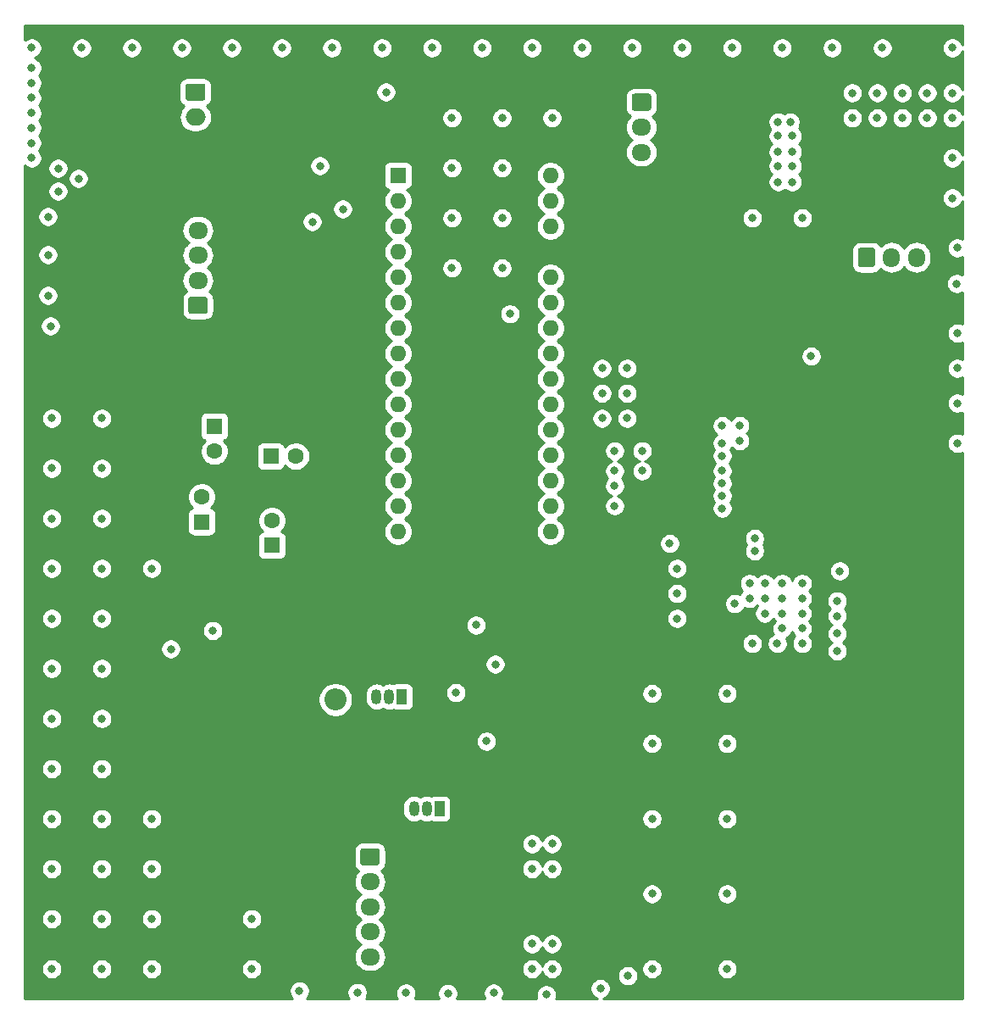
<source format=gbr>
%TF.GenerationSoftware,KiCad,Pcbnew,5.1.10-88a1d61d58~88~ubuntu18.04.1*%
%TF.CreationDate,2021-05-23T19:09:43+03:00*%
%TF.ProjectId,Micra Cruise Control Schemantics,4d696372-6120-4437-9275-69736520436f,rev?*%
%TF.SameCoordinates,Original*%
%TF.FileFunction,Copper,L2,Inr*%
%TF.FilePolarity,Positive*%
%FSLAX46Y46*%
G04 Gerber Fmt 4.6, Leading zero omitted, Abs format (unit mm)*
G04 Created by KiCad (PCBNEW 5.1.10-88a1d61d58~88~ubuntu18.04.1) date 2021-05-23 19:09:43*
%MOMM*%
%LPD*%
G01*
G04 APERTURE LIST*
%TA.AperFunction,ComponentPad*%
%ADD10O,1.600000X1.600000*%
%TD*%
%TA.AperFunction,ComponentPad*%
%ADD11R,1.600000X1.600000*%
%TD*%
%TA.AperFunction,ComponentPad*%
%ADD12O,1.950000X1.700000*%
%TD*%
%TA.AperFunction,ComponentPad*%
%ADD13R,1.050000X1.500000*%
%TD*%
%TA.AperFunction,ComponentPad*%
%ADD14O,1.050000X1.500000*%
%TD*%
%TA.AperFunction,ComponentPad*%
%ADD15O,1.700000X1.950000*%
%TD*%
%TA.AperFunction,ComponentPad*%
%ADD16O,2.000000X1.700000*%
%TD*%
%TA.AperFunction,ComponentPad*%
%ADD17O,2.200000X2.200000*%
%TD*%
%TA.AperFunction,ComponentPad*%
%ADD18R,2.200000X2.200000*%
%TD*%
%TA.AperFunction,ComponentPad*%
%ADD19C,1.600000*%
%TD*%
%TA.AperFunction,ViaPad*%
%ADD20C,0.800000*%
%TD*%
%TA.AperFunction,Conductor*%
%ADD21C,0.254000*%
%TD*%
%TA.AperFunction,Conductor*%
%ADD22C,0.100000*%
%TD*%
G04 APERTURE END LIST*
D10*
%TO.N,Net-(A1-Pad16)*%
%TO.C,A1*%
X89840000Y-86310000D03*
%TO.N,Brake*%
X74600000Y-86310000D03*
%TO.N,Net-(A1-Pad30)*%
X89840000Y-50750000D03*
%TO.N,Buzzer*%
X74600000Y-83770000D03*
%TO.N,GND*%
X89840000Y-53290000D03*
%TO.N,Net-(A1-Pad13)*%
X74600000Y-81230000D03*
%TO.N,Net-(A1-Pad28)*%
X89840000Y-55830000D03*
%TO.N,Net-(A1-Pad12)*%
X74600000Y-78690000D03*
%TO.N,Vcc*%
X89840000Y-58370000D03*
%TO.N,Net-(A1-Pad11)*%
X74600000Y-76150000D03*
%TO.N,Net-(A1-Pad26)*%
X89840000Y-60910000D03*
%TO.N,ButtonRedLight*%
X74600000Y-73610000D03*
%TO.N,Net-(A1-Pad25)*%
X89840000Y-63450000D03*
%TO.N,ButtonBlueLight*%
X74600000Y-71070000D03*
%TO.N,Net-(A1-Pad24)*%
X89840000Y-65990000D03*
%TO.N,ButtonGreenLight*%
X74600000Y-68530000D03*
%TO.N,Net-(A1-Pad23)*%
X89840000Y-68530000D03*
%TO.N,CruiseControlEnMcu*%
X74600000Y-65990000D03*
%TO.N,Net-(A1-Pad22)*%
X89840000Y-71070000D03*
%TO.N,Net-(A1-Pad6)*%
X74600000Y-63450000D03*
%TO.N,Net-(A1-Pad21)*%
X89840000Y-73610000D03*
%TO.N,Net-(A1-Pad5)*%
X74600000Y-60910000D03*
%TO.N,Net-(A1-Pad20)*%
X89840000Y-76150000D03*
%TO.N,GND*%
X74600000Y-58370000D03*
%TO.N,Net-(A1-Pad19)*%
X89840000Y-78690000D03*
%TO.N,Net-(A1-Pad3)*%
X74600000Y-55830000D03*
%TO.N,Net-(A1-Pad18)*%
X89840000Y-81230000D03*
%TO.N,Net-(A1-Pad2)*%
X74600000Y-53290000D03*
%TO.N,Net-(A1-Pad17)*%
X89840000Y-83770000D03*
D11*
%TO.N,Net-(A1-Pad1)*%
X74600000Y-50750000D03*
%TD*%
D12*
%TO.N,AccelOutA*%
%TO.C,J1*%
X71800000Y-128800000D03*
%TO.N,AccelPedalA*%
X71800000Y-126300000D03*
%TO.N,AccelOutB*%
X71800000Y-123800000D03*
%TO.N,AccelPedalB*%
X71800000Y-121300000D03*
%TO.N,Net-(D6-Pad1)*%
%TA.AperFunction,ComponentPad*%
G36*
G01*
X71075000Y-117950000D02*
X72525000Y-117950000D01*
G75*
G02*
X72775000Y-118200000I0J-250000D01*
G01*
X72775000Y-119400000D01*
G75*
G02*
X72525000Y-119650000I-250000J0D01*
G01*
X71075000Y-119650000D01*
G75*
G02*
X70825000Y-119400000I0J250000D01*
G01*
X70825000Y-118200000D01*
G75*
G02*
X71075000Y-117950000I250000J0D01*
G01*
G37*
%TD.AperFunction*%
%TD*%
D13*
%TO.N,GND*%
%TO.C,Q2*%
X75000000Y-102800000D03*
D14*
%TO.N,Net-(D1-Pad2)*%
X72460000Y-102800000D03*
%TO.N,Net-(Q2-Pad2)*%
X73730000Y-102800000D03*
%TD*%
D13*
%TO.N,GND*%
%TO.C,Q1*%
X78750000Y-114000000D03*
D14*
%TO.N,Brake*%
X76210000Y-114000000D03*
%TO.N,Net-(Q1-Pad2)*%
X77480000Y-114000000D03*
%TD*%
%TO.N,Net-(J5-Pad1)*%
%TO.C,J5*%
%TA.AperFunction,ComponentPad*%
G36*
G01*
X55335000Y-64564000D02*
X53885000Y-64564000D01*
G75*
G02*
X53635000Y-64314000I0J250000D01*
G01*
X53635000Y-63114000D01*
G75*
G02*
X53885000Y-62864000I250000J0D01*
G01*
X55335000Y-62864000D01*
G75*
G02*
X55585000Y-63114000I0J-250000D01*
G01*
X55585000Y-64314000D01*
G75*
G02*
X55335000Y-64564000I-250000J0D01*
G01*
G37*
%TD.AperFunction*%
D12*
%TO.N,ButtonBlueLight*%
X54610000Y-61214000D03*
%TO.N,ButtonRedLight*%
X54610000Y-58714000D03*
%TO.N,ButtonGreenLight*%
X54610000Y-56214000D03*
%TD*%
D15*
%TO.N,Net-(D9-Pad1)*%
%TO.C,J4*%
X126430000Y-58930000D03*
%TO.N,GND*%
X123930000Y-58930000D03*
%TO.N,AccessoryPowerSignal*%
%TA.AperFunction,ComponentPad*%
G36*
G01*
X120580000Y-59655000D02*
X120580000Y-58205000D01*
G75*
G02*
X120830000Y-57955000I250000J0D01*
G01*
X122030000Y-57955000D01*
G75*
G02*
X122280000Y-58205000I0J-250000D01*
G01*
X122280000Y-59655000D01*
G75*
G02*
X122030000Y-59905000I-250000J0D01*
G01*
X120830000Y-59905000D01*
G75*
G02*
X120580000Y-59655000I0J250000D01*
G01*
G37*
%TD.AperFunction*%
%TD*%
D12*
%TO.N,Vcc*%
%TO.C,J3*%
X98938000Y-50930000D03*
%TO.N,Net-(D7-Pad1)*%
X98938000Y-48430000D03*
%TO.N,ButtonInput*%
X98938000Y-45930000D03*
%TO.N,GND*%
%TA.AperFunction,ComponentPad*%
G36*
G01*
X98213000Y-42580000D02*
X99663000Y-42580000D01*
G75*
G02*
X99913000Y-42830000I0J-250000D01*
G01*
X99913000Y-44030000D01*
G75*
G02*
X99663000Y-44280000I-250000J0D01*
G01*
X98213000Y-44280000D01*
G75*
G02*
X97963000Y-44030000I0J250000D01*
G01*
X97963000Y-42830000D01*
G75*
G02*
X98213000Y-42580000I250000J0D01*
G01*
G37*
%TD.AperFunction*%
%TD*%
D16*
%TO.N,WheelSensorB*%
%TO.C,J2*%
X54356000Y-44918000D03*
%TO.N,WheelSensorA*%
%TA.AperFunction,ComponentPad*%
G36*
G01*
X53606000Y-41568000D02*
X55106000Y-41568000D01*
G75*
G02*
X55356000Y-41818000I0J-250000D01*
G01*
X55356000Y-43018000D01*
G75*
G02*
X55106000Y-43268000I-250000J0D01*
G01*
X53606000Y-43268000D01*
G75*
G02*
X53356000Y-43018000I0J250000D01*
G01*
X53356000Y-41818000D01*
G75*
G02*
X53606000Y-41568000I250000J0D01*
G01*
G37*
%TD.AperFunction*%
%TD*%
D17*
%TO.N,Net-(D1-Pad2)*%
%TO.C,D1*%
X68350000Y-103110000D03*
D18*
%TO.N,Vcc*%
X68350000Y-92950000D03*
%TD*%
D19*
%TO.N,GND*%
%TO.C,C8*%
X62000000Y-85200000D03*
D11*
%TO.N,Net-(C8-Pad1)*%
X62000000Y-87700000D03*
%TD*%
D19*
%TO.N,GND*%
%TO.C,C7*%
X64400000Y-78800000D03*
D11*
%TO.N,Net-(C7-Pad1)*%
X61900000Y-78800000D03*
%TD*%
D19*
%TO.N,GND*%
%TO.C,C6*%
X55000000Y-82850000D03*
D11*
%TO.N,Net-(C6-Pad1)*%
X55000000Y-85350000D03*
%TD*%
D19*
%TO.N,GND*%
%TO.C,C5*%
X56250000Y-78300000D03*
D11*
%TO.N,Net-(C5-Pad1)*%
X56250000Y-75800000D03*
%TD*%
D20*
%TO.N,GND*%
X82400000Y-95654000D03*
X39878000Y-65786000D03*
X39624000Y-62738000D03*
X39624000Y-58674000D03*
X39624000Y-54864000D03*
X40640000Y-52324000D03*
X40640000Y-50038000D03*
X42672000Y-51054000D03*
X73406000Y-42418000D03*
X109750000Y-91500000D03*
X111250000Y-91500000D03*
X113000000Y-91500000D03*
X115000000Y-91500000D03*
X109750000Y-93000000D03*
X111250000Y-93000000D03*
X113000000Y-93000000D03*
X115000000Y-93000000D03*
X111250000Y-94500000D03*
X113000000Y-94500000D03*
X115000000Y-94500000D03*
X113000000Y-96000000D03*
X115000000Y-96000000D03*
X118500000Y-93250000D03*
X118500000Y-94750000D03*
X118500000Y-96500000D03*
X118500000Y-98250000D03*
X107000000Y-84000000D03*
X107000000Y-82750000D03*
X107000000Y-81500000D03*
X107000000Y-80250000D03*
X107000000Y-78750000D03*
X107000000Y-77500000D03*
X108750000Y-77250000D03*
X107000000Y-75750000D03*
X108750000Y-75750000D03*
X110250000Y-87000000D03*
X110250000Y-88250000D03*
X96250000Y-83750000D03*
X96250000Y-81750000D03*
X99000000Y-80250000D03*
X99000000Y-78250000D03*
X96250000Y-78250000D03*
X96250000Y-80250000D03*
X102500000Y-90000000D03*
X102500000Y-92500000D03*
X102500000Y-95000000D03*
X95000000Y-75000000D03*
X97500000Y-75000000D03*
X97500000Y-72500000D03*
X95000000Y-72500000D03*
X95000000Y-70000000D03*
X97500000Y-70000000D03*
X112500000Y-97500000D03*
X115000000Y-97500000D03*
X110000000Y-97500000D03*
X100000000Y-102500000D03*
X107500000Y-102500000D03*
X100000000Y-107500000D03*
X107500000Y-107500000D03*
X100000000Y-115000000D03*
X107500000Y-115000000D03*
X100000000Y-122500000D03*
X107500000Y-122500000D03*
X100000000Y-130000000D03*
X107500000Y-130000000D03*
X40000000Y-130000000D03*
X50000000Y-130000000D03*
X60000000Y-130000000D03*
X40000000Y-125000000D03*
X50000000Y-125000000D03*
X60000000Y-125000000D03*
X40000000Y-120000000D03*
X50000000Y-120000000D03*
X40000000Y-115000000D03*
X50000000Y-115000000D03*
X40000000Y-110000000D03*
X40000000Y-105000000D03*
X40000000Y-100000000D03*
X40000000Y-95000000D03*
X40000000Y-90000000D03*
X40000000Y-85000000D03*
X40000000Y-80000000D03*
X40000000Y-75000000D03*
X45000000Y-75000000D03*
X45000000Y-80000000D03*
X45000000Y-85000000D03*
X45000000Y-90000000D03*
X50000000Y-90000000D03*
X45000000Y-95000000D03*
X45000000Y-100000000D03*
X45000000Y-105000000D03*
X45000000Y-110000000D03*
X45000000Y-115000000D03*
X45000000Y-120000000D03*
X45000000Y-125000000D03*
X45000000Y-130000000D03*
X80000000Y-50000000D03*
X80000000Y-55000000D03*
X80000000Y-60000000D03*
X85000000Y-60000000D03*
X85000000Y-55000000D03*
X85000000Y-50000000D03*
X80000000Y-45000000D03*
X85000000Y-45000000D03*
X90000000Y-45000000D03*
X110000000Y-55000000D03*
X115000000Y-55000000D03*
X112600000Y-45400000D03*
X112600000Y-46800000D03*
X112600000Y-48400000D03*
X112600000Y-49800000D03*
X112600000Y-51400000D03*
X114000000Y-51400000D03*
X114000000Y-48400000D03*
X114000000Y-49800000D03*
X114000000Y-46800000D03*
X113800000Y-45400000D03*
X120000000Y-42500000D03*
X122500000Y-42500000D03*
X125000000Y-42500000D03*
X127500000Y-42500000D03*
X130000000Y-42500000D03*
X130000000Y-45000000D03*
X125000000Y-45000000D03*
X122500000Y-45000000D03*
X120000000Y-45000000D03*
X127500000Y-45000000D03*
X88000000Y-120000000D03*
X90000000Y-120000000D03*
X88000000Y-117500000D03*
X90000000Y-117500000D03*
X88000000Y-127500000D03*
X88000000Y-130000000D03*
X90000000Y-130000000D03*
X90000000Y-127500000D03*
X38000000Y-46000000D03*
X38000000Y-44500000D03*
X38000000Y-43000000D03*
X38000000Y-41500000D03*
X38000000Y-40000000D03*
X38000000Y-47500000D03*
X38000000Y-49000000D03*
X130500000Y-66500000D03*
X130500000Y-70000000D03*
X130500000Y-73500000D03*
X130500000Y-77500000D03*
X38000000Y-38000000D03*
X43000000Y-38000000D03*
X48000000Y-38000000D03*
X53000000Y-38000000D03*
X58000000Y-38000000D03*
X63000000Y-38000000D03*
X68000000Y-38000000D03*
X73000000Y-38000000D03*
X78000000Y-38000000D03*
X83000000Y-38000000D03*
X88000000Y-38000000D03*
X93000000Y-38000000D03*
X98000000Y-38000000D03*
X103000000Y-38000000D03*
X108000000Y-38000000D03*
X113000000Y-38000000D03*
X118000000Y-38000000D03*
X123000000Y-38000000D03*
X130000000Y-38000000D03*
X130000000Y-49000000D03*
X130000000Y-53000000D03*
X130490000Y-57990000D03*
X130440000Y-61560000D03*
X64760000Y-132190000D03*
X70540000Y-132350000D03*
X75400000Y-132400000D03*
X79590000Y-132450000D03*
X84160000Y-132400000D03*
X89430000Y-132580000D03*
X94830000Y-131950000D03*
X97560000Y-130690000D03*
%TO.N,Vcc*%
X65700000Y-91400000D03*
X65700000Y-92750000D03*
X65700000Y-94300000D03*
X51900000Y-105300000D03*
X53550000Y-105300000D03*
X51850000Y-106600000D03*
X53600000Y-106650000D03*
X51850000Y-107900000D03*
X53600000Y-107950000D03*
X82225000Y-102250000D03*
X88646000Y-101346000D03*
X123000000Y-82000000D03*
X126000000Y-82000000D03*
X129000000Y-82000000D03*
X123000000Y-85000000D03*
X126000000Y-85000000D03*
X129000000Y-85000000D03*
X127000000Y-88000000D03*
X129000000Y-88000000D03*
X127000000Y-90000000D03*
X129000000Y-90000000D03*
X127000000Y-92000000D03*
X129000000Y-92000000D03*
X127000000Y-94000000D03*
X129000000Y-94000000D03*
X127000000Y-96000000D03*
X129000000Y-96000000D03*
X127000000Y-98000000D03*
X129000000Y-98000000D03*
X123000000Y-100000000D03*
X126000000Y-100000000D03*
X129000000Y-100000000D03*
X123000000Y-102000000D03*
X126000000Y-102000000D03*
X129000000Y-102000000D03*
X119000000Y-104000000D03*
X123000000Y-104000000D03*
X126000000Y-104000000D03*
X129000000Y-104000000D03*
X116000000Y-108000000D03*
X120000000Y-108000000D03*
X124000000Y-108000000D03*
X128000000Y-108000000D03*
X116000000Y-111000000D03*
X120000000Y-111000000D03*
X124000000Y-111000000D03*
X128000000Y-111000000D03*
X116000000Y-115000000D03*
X120000000Y-115000000D03*
X124000000Y-115000000D03*
X128000000Y-115000000D03*
X128000000Y-119000000D03*
X124000000Y-119000000D03*
X120000000Y-119000000D03*
X116000000Y-119000000D03*
X116000000Y-124000000D03*
X120000000Y-124000000D03*
X124000000Y-124000000D03*
X129000000Y-124000000D03*
X116000000Y-129000000D03*
X120000000Y-129000000D03*
X124000000Y-129000000D03*
X129000000Y-129000000D03*
X102250000Y-77500000D03*
X104250000Y-77750000D03*
X102250000Y-80000000D03*
X104250000Y-80000000D03*
X64008000Y-49508000D03*
%TO.N,Brake*%
X84328000Y-99568000D03*
%TO.N,Buzzer*%
X85792999Y-64575001D03*
%TO.N,+12V*%
X115900000Y-68800000D03*
%TO.N,Net-(C3-Pad1)*%
X118750000Y-90250000D03*
X108262500Y-93512500D03*
%TO.N,Net-(D6-Pad1)*%
X83450000Y-107250000D03*
%TO.N,WheelSensorA*%
X66040000Y-55372000D03*
%TO.N,WheelSensorB*%
X69088000Y-54102000D03*
%TO.N,Net-(K1-Pad4)*%
X51900000Y-98050000D03*
X56100000Y-96200000D03*
%TO.N,Net-(R3-Pad2)*%
X66802000Y-49784000D03*
%TO.N,CruiseControlEnable*%
X80400000Y-102400000D03*
%TO.N,Net-(R13-Pad1)*%
X101750000Y-87500000D03*
%TD*%
D21*
%TO.N,Vcc*%
X130990000Y-37685486D02*
X130917205Y-37509744D01*
X130803937Y-37340226D01*
X130659774Y-37196063D01*
X130490256Y-37082795D01*
X130301898Y-37004774D01*
X130101939Y-36965000D01*
X129898061Y-36965000D01*
X129698102Y-37004774D01*
X129509744Y-37082795D01*
X129340226Y-37196063D01*
X129196063Y-37340226D01*
X129082795Y-37509744D01*
X129004774Y-37698102D01*
X128965000Y-37898061D01*
X128965000Y-38101939D01*
X129004774Y-38301898D01*
X129082795Y-38490256D01*
X129196063Y-38659774D01*
X129340226Y-38803937D01*
X129509744Y-38917205D01*
X129698102Y-38995226D01*
X129898061Y-39035000D01*
X130101939Y-39035000D01*
X130301898Y-38995226D01*
X130490256Y-38917205D01*
X130659774Y-38803937D01*
X130803937Y-38659774D01*
X130917205Y-38490256D01*
X130990000Y-38314514D01*
X130990000Y-38632418D01*
X130990001Y-38632428D01*
X130990001Y-42185488D01*
X130917205Y-42009744D01*
X130803937Y-41840226D01*
X130659774Y-41696063D01*
X130490256Y-41582795D01*
X130301898Y-41504774D01*
X130101939Y-41465000D01*
X129898061Y-41465000D01*
X129698102Y-41504774D01*
X129509744Y-41582795D01*
X129340226Y-41696063D01*
X129196063Y-41840226D01*
X129082795Y-42009744D01*
X129004774Y-42198102D01*
X128965000Y-42398061D01*
X128965000Y-42601939D01*
X129004774Y-42801898D01*
X129082795Y-42990256D01*
X129196063Y-43159774D01*
X129340226Y-43303937D01*
X129509744Y-43417205D01*
X129698102Y-43495226D01*
X129898061Y-43535000D01*
X130101939Y-43535000D01*
X130301898Y-43495226D01*
X130490256Y-43417205D01*
X130659774Y-43303937D01*
X130803937Y-43159774D01*
X130917205Y-42990256D01*
X130990001Y-42814512D01*
X130990001Y-44685488D01*
X130917205Y-44509744D01*
X130803937Y-44340226D01*
X130659774Y-44196063D01*
X130490256Y-44082795D01*
X130301898Y-44004774D01*
X130101939Y-43965000D01*
X129898061Y-43965000D01*
X129698102Y-44004774D01*
X129509744Y-44082795D01*
X129340226Y-44196063D01*
X129196063Y-44340226D01*
X129082795Y-44509744D01*
X129004774Y-44698102D01*
X128965000Y-44898061D01*
X128965000Y-45101939D01*
X129004774Y-45301898D01*
X129082795Y-45490256D01*
X129196063Y-45659774D01*
X129340226Y-45803937D01*
X129509744Y-45917205D01*
X129698102Y-45995226D01*
X129898061Y-46035000D01*
X130101939Y-46035000D01*
X130301898Y-45995226D01*
X130490256Y-45917205D01*
X130659774Y-45803937D01*
X130803937Y-45659774D01*
X130917205Y-45490256D01*
X130990001Y-45314512D01*
X130990001Y-48685488D01*
X130917205Y-48509744D01*
X130803937Y-48340226D01*
X130659774Y-48196063D01*
X130490256Y-48082795D01*
X130301898Y-48004774D01*
X130101939Y-47965000D01*
X129898061Y-47965000D01*
X129698102Y-48004774D01*
X129509744Y-48082795D01*
X129340226Y-48196063D01*
X129196063Y-48340226D01*
X129082795Y-48509744D01*
X129004774Y-48698102D01*
X128965000Y-48898061D01*
X128965000Y-49101939D01*
X129004774Y-49301898D01*
X129082795Y-49490256D01*
X129196063Y-49659774D01*
X129340226Y-49803937D01*
X129509744Y-49917205D01*
X129698102Y-49995226D01*
X129898061Y-50035000D01*
X130101939Y-50035000D01*
X130301898Y-49995226D01*
X130490256Y-49917205D01*
X130659774Y-49803937D01*
X130803937Y-49659774D01*
X130917205Y-49490256D01*
X130990001Y-49314512D01*
X130990001Y-52685487D01*
X130917205Y-52509744D01*
X130803937Y-52340226D01*
X130659774Y-52196063D01*
X130490256Y-52082795D01*
X130301898Y-52004774D01*
X130101939Y-51965000D01*
X129898061Y-51965000D01*
X129698102Y-52004774D01*
X129509744Y-52082795D01*
X129340226Y-52196063D01*
X129196063Y-52340226D01*
X129082795Y-52509744D01*
X129004774Y-52698102D01*
X128965000Y-52898061D01*
X128965000Y-53101939D01*
X129004774Y-53301898D01*
X129082795Y-53490256D01*
X129196063Y-53659774D01*
X129340226Y-53803937D01*
X129509744Y-53917205D01*
X129698102Y-53995226D01*
X129898061Y-54035000D01*
X130101939Y-54035000D01*
X130301898Y-53995226D01*
X130490256Y-53917205D01*
X130659774Y-53803937D01*
X130803937Y-53659774D01*
X130917205Y-53490256D01*
X130990001Y-53314513D01*
X130990001Y-57079306D01*
X130980256Y-57072795D01*
X130791898Y-56994774D01*
X130591939Y-56955000D01*
X130388061Y-56955000D01*
X130188102Y-56994774D01*
X129999744Y-57072795D01*
X129830226Y-57186063D01*
X129686063Y-57330226D01*
X129572795Y-57499744D01*
X129494774Y-57688102D01*
X129455000Y-57888061D01*
X129455000Y-58091939D01*
X129494774Y-58291898D01*
X129572795Y-58480256D01*
X129686063Y-58649774D01*
X129830226Y-58793937D01*
X129999744Y-58907205D01*
X130188102Y-58985226D01*
X130388061Y-59025000D01*
X130591939Y-59025000D01*
X130791898Y-58985226D01*
X130980256Y-58907205D01*
X130990001Y-58900694D01*
X130990001Y-60682715D01*
X130930256Y-60642795D01*
X130741898Y-60564774D01*
X130541939Y-60525000D01*
X130338061Y-60525000D01*
X130138102Y-60564774D01*
X129949744Y-60642795D01*
X129780226Y-60756063D01*
X129636063Y-60900226D01*
X129522795Y-61069744D01*
X129444774Y-61258102D01*
X129405000Y-61458061D01*
X129405000Y-61661939D01*
X129444774Y-61861898D01*
X129522795Y-62050256D01*
X129636063Y-62219774D01*
X129780226Y-62363937D01*
X129949744Y-62477205D01*
X130138102Y-62555226D01*
X130338061Y-62595000D01*
X130541939Y-62595000D01*
X130741898Y-62555226D01*
X130930256Y-62477205D01*
X130990001Y-62437285D01*
X130990001Y-65582689D01*
X130801898Y-65504774D01*
X130601939Y-65465000D01*
X130398061Y-65465000D01*
X130198102Y-65504774D01*
X130009744Y-65582795D01*
X129840226Y-65696063D01*
X129696063Y-65840226D01*
X129582795Y-66009744D01*
X129504774Y-66198102D01*
X129465000Y-66398061D01*
X129465000Y-66601939D01*
X129504774Y-66801898D01*
X129582795Y-66990256D01*
X129696063Y-67159774D01*
X129840226Y-67303937D01*
X130009744Y-67417205D01*
X130198102Y-67495226D01*
X130398061Y-67535000D01*
X130601939Y-67535000D01*
X130801898Y-67495226D01*
X130990001Y-67417311D01*
X130990001Y-69082689D01*
X130801898Y-69004774D01*
X130601939Y-68965000D01*
X130398061Y-68965000D01*
X130198102Y-69004774D01*
X130009744Y-69082795D01*
X129840226Y-69196063D01*
X129696063Y-69340226D01*
X129582795Y-69509744D01*
X129504774Y-69698102D01*
X129465000Y-69898061D01*
X129465000Y-70101939D01*
X129504774Y-70301898D01*
X129582795Y-70490256D01*
X129696063Y-70659774D01*
X129840226Y-70803937D01*
X130009744Y-70917205D01*
X130198102Y-70995226D01*
X130398061Y-71035000D01*
X130601939Y-71035000D01*
X130801898Y-70995226D01*
X130990001Y-70917311D01*
X130990001Y-72582689D01*
X130801898Y-72504774D01*
X130601939Y-72465000D01*
X130398061Y-72465000D01*
X130198102Y-72504774D01*
X130009744Y-72582795D01*
X129840226Y-72696063D01*
X129696063Y-72840226D01*
X129582795Y-73009744D01*
X129504774Y-73198102D01*
X129465000Y-73398061D01*
X129465000Y-73601939D01*
X129504774Y-73801898D01*
X129582795Y-73990256D01*
X129696063Y-74159774D01*
X129840226Y-74303937D01*
X130009744Y-74417205D01*
X130198102Y-74495226D01*
X130398061Y-74535000D01*
X130601939Y-74535000D01*
X130801898Y-74495226D01*
X130990001Y-74417311D01*
X130990001Y-76582689D01*
X130801898Y-76504774D01*
X130601939Y-76465000D01*
X130398061Y-76465000D01*
X130198102Y-76504774D01*
X130009744Y-76582795D01*
X129840226Y-76696063D01*
X129696063Y-76840226D01*
X129582795Y-77009744D01*
X129504774Y-77198102D01*
X129465000Y-77398061D01*
X129465000Y-77601939D01*
X129504774Y-77801898D01*
X129582795Y-77990256D01*
X129696063Y-78159774D01*
X129840226Y-78303937D01*
X130009744Y-78417205D01*
X130198102Y-78495226D01*
X130398061Y-78535000D01*
X130601939Y-78535000D01*
X130801898Y-78495226D01*
X130990001Y-78417311D01*
X130990000Y-132940000D01*
X95144515Y-132940000D01*
X95320256Y-132867205D01*
X95489774Y-132753937D01*
X95633937Y-132609774D01*
X95747205Y-132440256D01*
X95825226Y-132251898D01*
X95865000Y-132051939D01*
X95865000Y-131848061D01*
X95825226Y-131648102D01*
X95747205Y-131459744D01*
X95633937Y-131290226D01*
X95489774Y-131146063D01*
X95320256Y-131032795D01*
X95131898Y-130954774D01*
X94931939Y-130915000D01*
X94728061Y-130915000D01*
X94528102Y-130954774D01*
X94339744Y-131032795D01*
X94170226Y-131146063D01*
X94026063Y-131290226D01*
X93912795Y-131459744D01*
X93834774Y-131648102D01*
X93795000Y-131848061D01*
X93795000Y-132051939D01*
X93834774Y-132251898D01*
X93912795Y-132440256D01*
X94026063Y-132609774D01*
X94170226Y-132753937D01*
X94339744Y-132867205D01*
X94515485Y-132940000D01*
X90401159Y-132940000D01*
X90425226Y-132881898D01*
X90465000Y-132681939D01*
X90465000Y-132478061D01*
X90425226Y-132278102D01*
X90347205Y-132089744D01*
X90233937Y-131920226D01*
X90089774Y-131776063D01*
X89920256Y-131662795D01*
X89731898Y-131584774D01*
X89531939Y-131545000D01*
X89328061Y-131545000D01*
X89128102Y-131584774D01*
X88939744Y-131662795D01*
X88770226Y-131776063D01*
X88626063Y-131920226D01*
X88512795Y-132089744D01*
X88434774Y-132278102D01*
X88395000Y-132478061D01*
X88395000Y-132681939D01*
X88434774Y-132881898D01*
X88458841Y-132940000D01*
X85043967Y-132940000D01*
X85077205Y-132890256D01*
X85155226Y-132701898D01*
X85195000Y-132501939D01*
X85195000Y-132298061D01*
X85155226Y-132098102D01*
X85077205Y-131909744D01*
X84963937Y-131740226D01*
X84819774Y-131596063D01*
X84650256Y-131482795D01*
X84461898Y-131404774D01*
X84261939Y-131365000D01*
X84058061Y-131365000D01*
X83858102Y-131404774D01*
X83669744Y-131482795D01*
X83500226Y-131596063D01*
X83356063Y-131740226D01*
X83242795Y-131909744D01*
X83164774Y-132098102D01*
X83125000Y-132298061D01*
X83125000Y-132501939D01*
X83164774Y-132701898D01*
X83242795Y-132890256D01*
X83276033Y-132940000D01*
X80507311Y-132940000D01*
X80585226Y-132751898D01*
X80625000Y-132551939D01*
X80625000Y-132348061D01*
X80585226Y-132148102D01*
X80507205Y-131959744D01*
X80393937Y-131790226D01*
X80249774Y-131646063D01*
X80080256Y-131532795D01*
X79891898Y-131454774D01*
X79691939Y-131415000D01*
X79488061Y-131415000D01*
X79288102Y-131454774D01*
X79099744Y-131532795D01*
X78930226Y-131646063D01*
X78786063Y-131790226D01*
X78672795Y-131959744D01*
X78594774Y-132148102D01*
X78555000Y-132348061D01*
X78555000Y-132551939D01*
X78594774Y-132751898D01*
X78672689Y-132940000D01*
X76283967Y-132940000D01*
X76317205Y-132890256D01*
X76395226Y-132701898D01*
X76435000Y-132501939D01*
X76435000Y-132298061D01*
X76395226Y-132098102D01*
X76317205Y-131909744D01*
X76203937Y-131740226D01*
X76059774Y-131596063D01*
X75890256Y-131482795D01*
X75701898Y-131404774D01*
X75501939Y-131365000D01*
X75298061Y-131365000D01*
X75098102Y-131404774D01*
X74909744Y-131482795D01*
X74740226Y-131596063D01*
X74596063Y-131740226D01*
X74482795Y-131909744D01*
X74404774Y-132098102D01*
X74365000Y-132298061D01*
X74365000Y-132501939D01*
X74404774Y-132701898D01*
X74482795Y-132890256D01*
X74516033Y-132940000D01*
X71390558Y-132940000D01*
X71457205Y-132840256D01*
X71535226Y-132651898D01*
X71575000Y-132451939D01*
X71575000Y-132248061D01*
X71535226Y-132048102D01*
X71457205Y-131859744D01*
X71343937Y-131690226D01*
X71199774Y-131546063D01*
X71030256Y-131432795D01*
X70841898Y-131354774D01*
X70641939Y-131315000D01*
X70438061Y-131315000D01*
X70238102Y-131354774D01*
X70049744Y-131432795D01*
X69880226Y-131546063D01*
X69736063Y-131690226D01*
X69622795Y-131859744D01*
X69544774Y-132048102D01*
X69505000Y-132248061D01*
X69505000Y-132451939D01*
X69544774Y-132651898D01*
X69622795Y-132840256D01*
X69689442Y-132940000D01*
X65473711Y-132940000D01*
X65563937Y-132849774D01*
X65677205Y-132680256D01*
X65755226Y-132491898D01*
X65795000Y-132291939D01*
X65795000Y-132088061D01*
X65755226Y-131888102D01*
X65677205Y-131699744D01*
X65563937Y-131530226D01*
X65419774Y-131386063D01*
X65250256Y-131272795D01*
X65061898Y-131194774D01*
X64861939Y-131155000D01*
X64658061Y-131155000D01*
X64458102Y-131194774D01*
X64269744Y-131272795D01*
X64100226Y-131386063D01*
X63956063Y-131530226D01*
X63842795Y-131699744D01*
X63764774Y-131888102D01*
X63725000Y-132088061D01*
X63725000Y-132291939D01*
X63764774Y-132491898D01*
X63842795Y-132680256D01*
X63956063Y-132849774D01*
X64046289Y-132940000D01*
X37310000Y-132940000D01*
X37310000Y-129898061D01*
X38965000Y-129898061D01*
X38965000Y-130101939D01*
X39004774Y-130301898D01*
X39082795Y-130490256D01*
X39196063Y-130659774D01*
X39340226Y-130803937D01*
X39509744Y-130917205D01*
X39698102Y-130995226D01*
X39898061Y-131035000D01*
X40101939Y-131035000D01*
X40301898Y-130995226D01*
X40490256Y-130917205D01*
X40659774Y-130803937D01*
X40803937Y-130659774D01*
X40917205Y-130490256D01*
X40995226Y-130301898D01*
X41035000Y-130101939D01*
X41035000Y-129898061D01*
X43965000Y-129898061D01*
X43965000Y-130101939D01*
X44004774Y-130301898D01*
X44082795Y-130490256D01*
X44196063Y-130659774D01*
X44340226Y-130803937D01*
X44509744Y-130917205D01*
X44698102Y-130995226D01*
X44898061Y-131035000D01*
X45101939Y-131035000D01*
X45301898Y-130995226D01*
X45490256Y-130917205D01*
X45659774Y-130803937D01*
X45803937Y-130659774D01*
X45917205Y-130490256D01*
X45995226Y-130301898D01*
X46035000Y-130101939D01*
X46035000Y-129898061D01*
X48965000Y-129898061D01*
X48965000Y-130101939D01*
X49004774Y-130301898D01*
X49082795Y-130490256D01*
X49196063Y-130659774D01*
X49340226Y-130803937D01*
X49509744Y-130917205D01*
X49698102Y-130995226D01*
X49898061Y-131035000D01*
X50101939Y-131035000D01*
X50301898Y-130995226D01*
X50490256Y-130917205D01*
X50659774Y-130803937D01*
X50803937Y-130659774D01*
X50917205Y-130490256D01*
X50995226Y-130301898D01*
X51035000Y-130101939D01*
X51035000Y-129898061D01*
X58965000Y-129898061D01*
X58965000Y-130101939D01*
X59004774Y-130301898D01*
X59082795Y-130490256D01*
X59196063Y-130659774D01*
X59340226Y-130803937D01*
X59509744Y-130917205D01*
X59698102Y-130995226D01*
X59898061Y-131035000D01*
X60101939Y-131035000D01*
X60301898Y-130995226D01*
X60490256Y-130917205D01*
X60659774Y-130803937D01*
X60803937Y-130659774D01*
X60917205Y-130490256D01*
X60995226Y-130301898D01*
X61035000Y-130101939D01*
X61035000Y-129898061D01*
X60995226Y-129698102D01*
X60917205Y-129509744D01*
X60803937Y-129340226D01*
X60659774Y-129196063D01*
X60490256Y-129082795D01*
X60301898Y-129004774D01*
X60101939Y-128965000D01*
X59898061Y-128965000D01*
X59698102Y-129004774D01*
X59509744Y-129082795D01*
X59340226Y-129196063D01*
X59196063Y-129340226D01*
X59082795Y-129509744D01*
X59004774Y-129698102D01*
X58965000Y-129898061D01*
X51035000Y-129898061D01*
X50995226Y-129698102D01*
X50917205Y-129509744D01*
X50803937Y-129340226D01*
X50659774Y-129196063D01*
X50490256Y-129082795D01*
X50301898Y-129004774D01*
X50101939Y-128965000D01*
X49898061Y-128965000D01*
X49698102Y-129004774D01*
X49509744Y-129082795D01*
X49340226Y-129196063D01*
X49196063Y-129340226D01*
X49082795Y-129509744D01*
X49004774Y-129698102D01*
X48965000Y-129898061D01*
X46035000Y-129898061D01*
X45995226Y-129698102D01*
X45917205Y-129509744D01*
X45803937Y-129340226D01*
X45659774Y-129196063D01*
X45490256Y-129082795D01*
X45301898Y-129004774D01*
X45101939Y-128965000D01*
X44898061Y-128965000D01*
X44698102Y-129004774D01*
X44509744Y-129082795D01*
X44340226Y-129196063D01*
X44196063Y-129340226D01*
X44082795Y-129509744D01*
X44004774Y-129698102D01*
X43965000Y-129898061D01*
X41035000Y-129898061D01*
X40995226Y-129698102D01*
X40917205Y-129509744D01*
X40803937Y-129340226D01*
X40659774Y-129196063D01*
X40490256Y-129082795D01*
X40301898Y-129004774D01*
X40101939Y-128965000D01*
X39898061Y-128965000D01*
X39698102Y-129004774D01*
X39509744Y-129082795D01*
X39340226Y-129196063D01*
X39196063Y-129340226D01*
X39082795Y-129509744D01*
X39004774Y-129698102D01*
X38965000Y-129898061D01*
X37310000Y-129898061D01*
X37310000Y-124898061D01*
X38965000Y-124898061D01*
X38965000Y-125101939D01*
X39004774Y-125301898D01*
X39082795Y-125490256D01*
X39196063Y-125659774D01*
X39340226Y-125803937D01*
X39509744Y-125917205D01*
X39698102Y-125995226D01*
X39898061Y-126035000D01*
X40101939Y-126035000D01*
X40301898Y-125995226D01*
X40490256Y-125917205D01*
X40659774Y-125803937D01*
X40803937Y-125659774D01*
X40917205Y-125490256D01*
X40995226Y-125301898D01*
X41035000Y-125101939D01*
X41035000Y-124898061D01*
X43965000Y-124898061D01*
X43965000Y-125101939D01*
X44004774Y-125301898D01*
X44082795Y-125490256D01*
X44196063Y-125659774D01*
X44340226Y-125803937D01*
X44509744Y-125917205D01*
X44698102Y-125995226D01*
X44898061Y-126035000D01*
X45101939Y-126035000D01*
X45301898Y-125995226D01*
X45490256Y-125917205D01*
X45659774Y-125803937D01*
X45803937Y-125659774D01*
X45917205Y-125490256D01*
X45995226Y-125301898D01*
X46035000Y-125101939D01*
X46035000Y-124898061D01*
X48965000Y-124898061D01*
X48965000Y-125101939D01*
X49004774Y-125301898D01*
X49082795Y-125490256D01*
X49196063Y-125659774D01*
X49340226Y-125803937D01*
X49509744Y-125917205D01*
X49698102Y-125995226D01*
X49898061Y-126035000D01*
X50101939Y-126035000D01*
X50301898Y-125995226D01*
X50490256Y-125917205D01*
X50659774Y-125803937D01*
X50803937Y-125659774D01*
X50917205Y-125490256D01*
X50995226Y-125301898D01*
X51035000Y-125101939D01*
X51035000Y-124898061D01*
X58965000Y-124898061D01*
X58965000Y-125101939D01*
X59004774Y-125301898D01*
X59082795Y-125490256D01*
X59196063Y-125659774D01*
X59340226Y-125803937D01*
X59509744Y-125917205D01*
X59698102Y-125995226D01*
X59898061Y-126035000D01*
X60101939Y-126035000D01*
X60301898Y-125995226D01*
X60490256Y-125917205D01*
X60659774Y-125803937D01*
X60803937Y-125659774D01*
X60917205Y-125490256D01*
X60995226Y-125301898D01*
X61035000Y-125101939D01*
X61035000Y-124898061D01*
X60995226Y-124698102D01*
X60917205Y-124509744D01*
X60803937Y-124340226D01*
X60659774Y-124196063D01*
X60490256Y-124082795D01*
X60301898Y-124004774D01*
X60101939Y-123965000D01*
X59898061Y-123965000D01*
X59698102Y-124004774D01*
X59509744Y-124082795D01*
X59340226Y-124196063D01*
X59196063Y-124340226D01*
X59082795Y-124509744D01*
X59004774Y-124698102D01*
X58965000Y-124898061D01*
X51035000Y-124898061D01*
X50995226Y-124698102D01*
X50917205Y-124509744D01*
X50803937Y-124340226D01*
X50659774Y-124196063D01*
X50490256Y-124082795D01*
X50301898Y-124004774D01*
X50101939Y-123965000D01*
X49898061Y-123965000D01*
X49698102Y-124004774D01*
X49509744Y-124082795D01*
X49340226Y-124196063D01*
X49196063Y-124340226D01*
X49082795Y-124509744D01*
X49004774Y-124698102D01*
X48965000Y-124898061D01*
X46035000Y-124898061D01*
X45995226Y-124698102D01*
X45917205Y-124509744D01*
X45803937Y-124340226D01*
X45659774Y-124196063D01*
X45490256Y-124082795D01*
X45301898Y-124004774D01*
X45101939Y-123965000D01*
X44898061Y-123965000D01*
X44698102Y-124004774D01*
X44509744Y-124082795D01*
X44340226Y-124196063D01*
X44196063Y-124340226D01*
X44082795Y-124509744D01*
X44004774Y-124698102D01*
X43965000Y-124898061D01*
X41035000Y-124898061D01*
X40995226Y-124698102D01*
X40917205Y-124509744D01*
X40803937Y-124340226D01*
X40659774Y-124196063D01*
X40490256Y-124082795D01*
X40301898Y-124004774D01*
X40101939Y-123965000D01*
X39898061Y-123965000D01*
X39698102Y-124004774D01*
X39509744Y-124082795D01*
X39340226Y-124196063D01*
X39196063Y-124340226D01*
X39082795Y-124509744D01*
X39004774Y-124698102D01*
X38965000Y-124898061D01*
X37310000Y-124898061D01*
X37310000Y-121300000D01*
X70182815Y-121300000D01*
X70211487Y-121591111D01*
X70296401Y-121871034D01*
X70434294Y-122129014D01*
X70619866Y-122355134D01*
X70845986Y-122540706D01*
X70863374Y-122550000D01*
X70845986Y-122559294D01*
X70619866Y-122744866D01*
X70434294Y-122970986D01*
X70296401Y-123228966D01*
X70211487Y-123508889D01*
X70182815Y-123800000D01*
X70211487Y-124091111D01*
X70296401Y-124371034D01*
X70434294Y-124629014D01*
X70619866Y-124855134D01*
X70845986Y-125040706D01*
X70863374Y-125050000D01*
X70845986Y-125059294D01*
X70619866Y-125244866D01*
X70434294Y-125470986D01*
X70296401Y-125728966D01*
X70211487Y-126008889D01*
X70182815Y-126300000D01*
X70211487Y-126591111D01*
X70296401Y-126871034D01*
X70434294Y-127129014D01*
X70619866Y-127355134D01*
X70845986Y-127540706D01*
X70863374Y-127550000D01*
X70845986Y-127559294D01*
X70619866Y-127744866D01*
X70434294Y-127970986D01*
X70296401Y-128228966D01*
X70211487Y-128508889D01*
X70182815Y-128800000D01*
X70211487Y-129091111D01*
X70296401Y-129371034D01*
X70434294Y-129629014D01*
X70619866Y-129855134D01*
X70845986Y-130040706D01*
X71103966Y-130178599D01*
X71383889Y-130263513D01*
X71602050Y-130285000D01*
X71997950Y-130285000D01*
X72216111Y-130263513D01*
X72496034Y-130178599D01*
X72754014Y-130040706D01*
X72927827Y-129898061D01*
X86965000Y-129898061D01*
X86965000Y-130101939D01*
X87004774Y-130301898D01*
X87082795Y-130490256D01*
X87196063Y-130659774D01*
X87340226Y-130803937D01*
X87509744Y-130917205D01*
X87698102Y-130995226D01*
X87898061Y-131035000D01*
X88101939Y-131035000D01*
X88301898Y-130995226D01*
X88490256Y-130917205D01*
X88659774Y-130803937D01*
X88803937Y-130659774D01*
X88917205Y-130490256D01*
X88995226Y-130301898D01*
X89000000Y-130277897D01*
X89004774Y-130301898D01*
X89082795Y-130490256D01*
X89196063Y-130659774D01*
X89340226Y-130803937D01*
X89509744Y-130917205D01*
X89698102Y-130995226D01*
X89898061Y-131035000D01*
X90101939Y-131035000D01*
X90301898Y-130995226D01*
X90490256Y-130917205D01*
X90659774Y-130803937D01*
X90803937Y-130659774D01*
X90851853Y-130588061D01*
X96525000Y-130588061D01*
X96525000Y-130791939D01*
X96564774Y-130991898D01*
X96642795Y-131180256D01*
X96756063Y-131349774D01*
X96900226Y-131493937D01*
X97069744Y-131607205D01*
X97258102Y-131685226D01*
X97458061Y-131725000D01*
X97661939Y-131725000D01*
X97861898Y-131685226D01*
X98050256Y-131607205D01*
X98219774Y-131493937D01*
X98363937Y-131349774D01*
X98477205Y-131180256D01*
X98555226Y-130991898D01*
X98595000Y-130791939D01*
X98595000Y-130588061D01*
X98555226Y-130388102D01*
X98477205Y-130199744D01*
X98363937Y-130030226D01*
X98231772Y-129898061D01*
X98965000Y-129898061D01*
X98965000Y-130101939D01*
X99004774Y-130301898D01*
X99082795Y-130490256D01*
X99196063Y-130659774D01*
X99340226Y-130803937D01*
X99509744Y-130917205D01*
X99698102Y-130995226D01*
X99898061Y-131035000D01*
X100101939Y-131035000D01*
X100301898Y-130995226D01*
X100490256Y-130917205D01*
X100659774Y-130803937D01*
X100803937Y-130659774D01*
X100917205Y-130490256D01*
X100995226Y-130301898D01*
X101035000Y-130101939D01*
X101035000Y-129898061D01*
X106465000Y-129898061D01*
X106465000Y-130101939D01*
X106504774Y-130301898D01*
X106582795Y-130490256D01*
X106696063Y-130659774D01*
X106840226Y-130803937D01*
X107009744Y-130917205D01*
X107198102Y-130995226D01*
X107398061Y-131035000D01*
X107601939Y-131035000D01*
X107801898Y-130995226D01*
X107990256Y-130917205D01*
X108159774Y-130803937D01*
X108303937Y-130659774D01*
X108417205Y-130490256D01*
X108495226Y-130301898D01*
X108535000Y-130101939D01*
X108535000Y-129898061D01*
X108495226Y-129698102D01*
X108417205Y-129509744D01*
X108303937Y-129340226D01*
X108159774Y-129196063D01*
X107990256Y-129082795D01*
X107801898Y-129004774D01*
X107601939Y-128965000D01*
X107398061Y-128965000D01*
X107198102Y-129004774D01*
X107009744Y-129082795D01*
X106840226Y-129196063D01*
X106696063Y-129340226D01*
X106582795Y-129509744D01*
X106504774Y-129698102D01*
X106465000Y-129898061D01*
X101035000Y-129898061D01*
X100995226Y-129698102D01*
X100917205Y-129509744D01*
X100803937Y-129340226D01*
X100659774Y-129196063D01*
X100490256Y-129082795D01*
X100301898Y-129004774D01*
X100101939Y-128965000D01*
X99898061Y-128965000D01*
X99698102Y-129004774D01*
X99509744Y-129082795D01*
X99340226Y-129196063D01*
X99196063Y-129340226D01*
X99082795Y-129509744D01*
X99004774Y-129698102D01*
X98965000Y-129898061D01*
X98231772Y-129898061D01*
X98219774Y-129886063D01*
X98050256Y-129772795D01*
X97861898Y-129694774D01*
X97661939Y-129655000D01*
X97458061Y-129655000D01*
X97258102Y-129694774D01*
X97069744Y-129772795D01*
X96900226Y-129886063D01*
X96756063Y-130030226D01*
X96642795Y-130199744D01*
X96564774Y-130388102D01*
X96525000Y-130588061D01*
X90851853Y-130588061D01*
X90917205Y-130490256D01*
X90995226Y-130301898D01*
X91035000Y-130101939D01*
X91035000Y-129898061D01*
X90995226Y-129698102D01*
X90917205Y-129509744D01*
X90803937Y-129340226D01*
X90659774Y-129196063D01*
X90490256Y-129082795D01*
X90301898Y-129004774D01*
X90101939Y-128965000D01*
X89898061Y-128965000D01*
X89698102Y-129004774D01*
X89509744Y-129082795D01*
X89340226Y-129196063D01*
X89196063Y-129340226D01*
X89082795Y-129509744D01*
X89004774Y-129698102D01*
X89000000Y-129722103D01*
X88995226Y-129698102D01*
X88917205Y-129509744D01*
X88803937Y-129340226D01*
X88659774Y-129196063D01*
X88490256Y-129082795D01*
X88301898Y-129004774D01*
X88101939Y-128965000D01*
X87898061Y-128965000D01*
X87698102Y-129004774D01*
X87509744Y-129082795D01*
X87340226Y-129196063D01*
X87196063Y-129340226D01*
X87082795Y-129509744D01*
X87004774Y-129698102D01*
X86965000Y-129898061D01*
X72927827Y-129898061D01*
X72980134Y-129855134D01*
X73165706Y-129629014D01*
X73303599Y-129371034D01*
X73388513Y-129091111D01*
X73417185Y-128800000D01*
X73388513Y-128508889D01*
X73303599Y-128228966D01*
X73165706Y-127970986D01*
X72980134Y-127744866D01*
X72754014Y-127559294D01*
X72736626Y-127550000D01*
X72754014Y-127540706D01*
X72927827Y-127398061D01*
X86965000Y-127398061D01*
X86965000Y-127601939D01*
X87004774Y-127801898D01*
X87082795Y-127990256D01*
X87196063Y-128159774D01*
X87340226Y-128303937D01*
X87509744Y-128417205D01*
X87698102Y-128495226D01*
X87898061Y-128535000D01*
X88101939Y-128535000D01*
X88301898Y-128495226D01*
X88490256Y-128417205D01*
X88659774Y-128303937D01*
X88803937Y-128159774D01*
X88917205Y-127990256D01*
X88995226Y-127801898D01*
X89000000Y-127777897D01*
X89004774Y-127801898D01*
X89082795Y-127990256D01*
X89196063Y-128159774D01*
X89340226Y-128303937D01*
X89509744Y-128417205D01*
X89698102Y-128495226D01*
X89898061Y-128535000D01*
X90101939Y-128535000D01*
X90301898Y-128495226D01*
X90490256Y-128417205D01*
X90659774Y-128303937D01*
X90803937Y-128159774D01*
X90917205Y-127990256D01*
X90995226Y-127801898D01*
X91035000Y-127601939D01*
X91035000Y-127398061D01*
X90995226Y-127198102D01*
X90917205Y-127009744D01*
X90803937Y-126840226D01*
X90659774Y-126696063D01*
X90490256Y-126582795D01*
X90301898Y-126504774D01*
X90101939Y-126465000D01*
X89898061Y-126465000D01*
X89698102Y-126504774D01*
X89509744Y-126582795D01*
X89340226Y-126696063D01*
X89196063Y-126840226D01*
X89082795Y-127009744D01*
X89004774Y-127198102D01*
X89000000Y-127222103D01*
X88995226Y-127198102D01*
X88917205Y-127009744D01*
X88803937Y-126840226D01*
X88659774Y-126696063D01*
X88490256Y-126582795D01*
X88301898Y-126504774D01*
X88101939Y-126465000D01*
X87898061Y-126465000D01*
X87698102Y-126504774D01*
X87509744Y-126582795D01*
X87340226Y-126696063D01*
X87196063Y-126840226D01*
X87082795Y-127009744D01*
X87004774Y-127198102D01*
X86965000Y-127398061D01*
X72927827Y-127398061D01*
X72980134Y-127355134D01*
X73165706Y-127129014D01*
X73303599Y-126871034D01*
X73388513Y-126591111D01*
X73417185Y-126300000D01*
X73388513Y-126008889D01*
X73303599Y-125728966D01*
X73165706Y-125470986D01*
X72980134Y-125244866D01*
X72754014Y-125059294D01*
X72736626Y-125050000D01*
X72754014Y-125040706D01*
X72980134Y-124855134D01*
X73165706Y-124629014D01*
X73303599Y-124371034D01*
X73388513Y-124091111D01*
X73417185Y-123800000D01*
X73388513Y-123508889D01*
X73303599Y-123228966D01*
X73165706Y-122970986D01*
X72980134Y-122744866D01*
X72754014Y-122559294D01*
X72736626Y-122550000D01*
X72754014Y-122540706D01*
X72927827Y-122398061D01*
X98965000Y-122398061D01*
X98965000Y-122601939D01*
X99004774Y-122801898D01*
X99082795Y-122990256D01*
X99196063Y-123159774D01*
X99340226Y-123303937D01*
X99509744Y-123417205D01*
X99698102Y-123495226D01*
X99898061Y-123535000D01*
X100101939Y-123535000D01*
X100301898Y-123495226D01*
X100490256Y-123417205D01*
X100659774Y-123303937D01*
X100803937Y-123159774D01*
X100917205Y-122990256D01*
X100995226Y-122801898D01*
X101035000Y-122601939D01*
X101035000Y-122398061D01*
X106465000Y-122398061D01*
X106465000Y-122601939D01*
X106504774Y-122801898D01*
X106582795Y-122990256D01*
X106696063Y-123159774D01*
X106840226Y-123303937D01*
X107009744Y-123417205D01*
X107198102Y-123495226D01*
X107398061Y-123535000D01*
X107601939Y-123535000D01*
X107801898Y-123495226D01*
X107990256Y-123417205D01*
X108159774Y-123303937D01*
X108303937Y-123159774D01*
X108417205Y-122990256D01*
X108495226Y-122801898D01*
X108535000Y-122601939D01*
X108535000Y-122398061D01*
X108495226Y-122198102D01*
X108417205Y-122009744D01*
X108303937Y-121840226D01*
X108159774Y-121696063D01*
X107990256Y-121582795D01*
X107801898Y-121504774D01*
X107601939Y-121465000D01*
X107398061Y-121465000D01*
X107198102Y-121504774D01*
X107009744Y-121582795D01*
X106840226Y-121696063D01*
X106696063Y-121840226D01*
X106582795Y-122009744D01*
X106504774Y-122198102D01*
X106465000Y-122398061D01*
X101035000Y-122398061D01*
X100995226Y-122198102D01*
X100917205Y-122009744D01*
X100803937Y-121840226D01*
X100659774Y-121696063D01*
X100490256Y-121582795D01*
X100301898Y-121504774D01*
X100101939Y-121465000D01*
X99898061Y-121465000D01*
X99698102Y-121504774D01*
X99509744Y-121582795D01*
X99340226Y-121696063D01*
X99196063Y-121840226D01*
X99082795Y-122009744D01*
X99004774Y-122198102D01*
X98965000Y-122398061D01*
X72927827Y-122398061D01*
X72980134Y-122355134D01*
X73165706Y-122129014D01*
X73303599Y-121871034D01*
X73388513Y-121591111D01*
X73417185Y-121300000D01*
X73388513Y-121008889D01*
X73303599Y-120728966D01*
X73165706Y-120470986D01*
X72980134Y-120244866D01*
X72916663Y-120192777D01*
X73018386Y-120138405D01*
X73152962Y-120027962D01*
X73259568Y-119898061D01*
X86965000Y-119898061D01*
X86965000Y-120101939D01*
X87004774Y-120301898D01*
X87082795Y-120490256D01*
X87196063Y-120659774D01*
X87340226Y-120803937D01*
X87509744Y-120917205D01*
X87698102Y-120995226D01*
X87898061Y-121035000D01*
X88101939Y-121035000D01*
X88301898Y-120995226D01*
X88490256Y-120917205D01*
X88659774Y-120803937D01*
X88803937Y-120659774D01*
X88917205Y-120490256D01*
X88995226Y-120301898D01*
X89000000Y-120277897D01*
X89004774Y-120301898D01*
X89082795Y-120490256D01*
X89196063Y-120659774D01*
X89340226Y-120803937D01*
X89509744Y-120917205D01*
X89698102Y-120995226D01*
X89898061Y-121035000D01*
X90101939Y-121035000D01*
X90301898Y-120995226D01*
X90490256Y-120917205D01*
X90659774Y-120803937D01*
X90803937Y-120659774D01*
X90917205Y-120490256D01*
X90995226Y-120301898D01*
X91035000Y-120101939D01*
X91035000Y-119898061D01*
X90995226Y-119698102D01*
X90917205Y-119509744D01*
X90803937Y-119340226D01*
X90659774Y-119196063D01*
X90490256Y-119082795D01*
X90301898Y-119004774D01*
X90101939Y-118965000D01*
X89898061Y-118965000D01*
X89698102Y-119004774D01*
X89509744Y-119082795D01*
X89340226Y-119196063D01*
X89196063Y-119340226D01*
X89082795Y-119509744D01*
X89004774Y-119698102D01*
X89000000Y-119722103D01*
X88995226Y-119698102D01*
X88917205Y-119509744D01*
X88803937Y-119340226D01*
X88659774Y-119196063D01*
X88490256Y-119082795D01*
X88301898Y-119004774D01*
X88101939Y-118965000D01*
X87898061Y-118965000D01*
X87698102Y-119004774D01*
X87509744Y-119082795D01*
X87340226Y-119196063D01*
X87196063Y-119340226D01*
X87082795Y-119509744D01*
X87004774Y-119698102D01*
X86965000Y-119898061D01*
X73259568Y-119898061D01*
X73263405Y-119893386D01*
X73345472Y-119739850D01*
X73396008Y-119573254D01*
X73413072Y-119400000D01*
X73413072Y-118200000D01*
X73396008Y-118026746D01*
X73345472Y-117860150D01*
X73263405Y-117706614D01*
X73152962Y-117572038D01*
X73018386Y-117461595D01*
X72899523Y-117398061D01*
X86965000Y-117398061D01*
X86965000Y-117601939D01*
X87004774Y-117801898D01*
X87082795Y-117990256D01*
X87196063Y-118159774D01*
X87340226Y-118303937D01*
X87509744Y-118417205D01*
X87698102Y-118495226D01*
X87898061Y-118535000D01*
X88101939Y-118535000D01*
X88301898Y-118495226D01*
X88490256Y-118417205D01*
X88659774Y-118303937D01*
X88803937Y-118159774D01*
X88917205Y-117990256D01*
X88995226Y-117801898D01*
X89000000Y-117777897D01*
X89004774Y-117801898D01*
X89082795Y-117990256D01*
X89196063Y-118159774D01*
X89340226Y-118303937D01*
X89509744Y-118417205D01*
X89698102Y-118495226D01*
X89898061Y-118535000D01*
X90101939Y-118535000D01*
X90301898Y-118495226D01*
X90490256Y-118417205D01*
X90659774Y-118303937D01*
X90803937Y-118159774D01*
X90917205Y-117990256D01*
X90995226Y-117801898D01*
X91035000Y-117601939D01*
X91035000Y-117398061D01*
X90995226Y-117198102D01*
X90917205Y-117009744D01*
X90803937Y-116840226D01*
X90659774Y-116696063D01*
X90490256Y-116582795D01*
X90301898Y-116504774D01*
X90101939Y-116465000D01*
X89898061Y-116465000D01*
X89698102Y-116504774D01*
X89509744Y-116582795D01*
X89340226Y-116696063D01*
X89196063Y-116840226D01*
X89082795Y-117009744D01*
X89004774Y-117198102D01*
X89000000Y-117222103D01*
X88995226Y-117198102D01*
X88917205Y-117009744D01*
X88803937Y-116840226D01*
X88659774Y-116696063D01*
X88490256Y-116582795D01*
X88301898Y-116504774D01*
X88101939Y-116465000D01*
X87898061Y-116465000D01*
X87698102Y-116504774D01*
X87509744Y-116582795D01*
X87340226Y-116696063D01*
X87196063Y-116840226D01*
X87082795Y-117009744D01*
X87004774Y-117198102D01*
X86965000Y-117398061D01*
X72899523Y-117398061D01*
X72864850Y-117379528D01*
X72698254Y-117328992D01*
X72525000Y-117311928D01*
X71075000Y-117311928D01*
X70901746Y-117328992D01*
X70735150Y-117379528D01*
X70581614Y-117461595D01*
X70447038Y-117572038D01*
X70336595Y-117706614D01*
X70254528Y-117860150D01*
X70203992Y-118026746D01*
X70186928Y-118200000D01*
X70186928Y-119400000D01*
X70203992Y-119573254D01*
X70254528Y-119739850D01*
X70336595Y-119893386D01*
X70447038Y-120027962D01*
X70581614Y-120138405D01*
X70683337Y-120192777D01*
X70619866Y-120244866D01*
X70434294Y-120470986D01*
X70296401Y-120728966D01*
X70211487Y-121008889D01*
X70182815Y-121300000D01*
X37310000Y-121300000D01*
X37310000Y-119898061D01*
X38965000Y-119898061D01*
X38965000Y-120101939D01*
X39004774Y-120301898D01*
X39082795Y-120490256D01*
X39196063Y-120659774D01*
X39340226Y-120803937D01*
X39509744Y-120917205D01*
X39698102Y-120995226D01*
X39898061Y-121035000D01*
X40101939Y-121035000D01*
X40301898Y-120995226D01*
X40490256Y-120917205D01*
X40659774Y-120803937D01*
X40803937Y-120659774D01*
X40917205Y-120490256D01*
X40995226Y-120301898D01*
X41035000Y-120101939D01*
X41035000Y-119898061D01*
X43965000Y-119898061D01*
X43965000Y-120101939D01*
X44004774Y-120301898D01*
X44082795Y-120490256D01*
X44196063Y-120659774D01*
X44340226Y-120803937D01*
X44509744Y-120917205D01*
X44698102Y-120995226D01*
X44898061Y-121035000D01*
X45101939Y-121035000D01*
X45301898Y-120995226D01*
X45490256Y-120917205D01*
X45659774Y-120803937D01*
X45803937Y-120659774D01*
X45917205Y-120490256D01*
X45995226Y-120301898D01*
X46035000Y-120101939D01*
X46035000Y-119898061D01*
X48965000Y-119898061D01*
X48965000Y-120101939D01*
X49004774Y-120301898D01*
X49082795Y-120490256D01*
X49196063Y-120659774D01*
X49340226Y-120803937D01*
X49509744Y-120917205D01*
X49698102Y-120995226D01*
X49898061Y-121035000D01*
X50101939Y-121035000D01*
X50301898Y-120995226D01*
X50490256Y-120917205D01*
X50659774Y-120803937D01*
X50803937Y-120659774D01*
X50917205Y-120490256D01*
X50995226Y-120301898D01*
X51035000Y-120101939D01*
X51035000Y-119898061D01*
X50995226Y-119698102D01*
X50917205Y-119509744D01*
X50803937Y-119340226D01*
X50659774Y-119196063D01*
X50490256Y-119082795D01*
X50301898Y-119004774D01*
X50101939Y-118965000D01*
X49898061Y-118965000D01*
X49698102Y-119004774D01*
X49509744Y-119082795D01*
X49340226Y-119196063D01*
X49196063Y-119340226D01*
X49082795Y-119509744D01*
X49004774Y-119698102D01*
X48965000Y-119898061D01*
X46035000Y-119898061D01*
X45995226Y-119698102D01*
X45917205Y-119509744D01*
X45803937Y-119340226D01*
X45659774Y-119196063D01*
X45490256Y-119082795D01*
X45301898Y-119004774D01*
X45101939Y-118965000D01*
X44898061Y-118965000D01*
X44698102Y-119004774D01*
X44509744Y-119082795D01*
X44340226Y-119196063D01*
X44196063Y-119340226D01*
X44082795Y-119509744D01*
X44004774Y-119698102D01*
X43965000Y-119898061D01*
X41035000Y-119898061D01*
X40995226Y-119698102D01*
X40917205Y-119509744D01*
X40803937Y-119340226D01*
X40659774Y-119196063D01*
X40490256Y-119082795D01*
X40301898Y-119004774D01*
X40101939Y-118965000D01*
X39898061Y-118965000D01*
X39698102Y-119004774D01*
X39509744Y-119082795D01*
X39340226Y-119196063D01*
X39196063Y-119340226D01*
X39082795Y-119509744D01*
X39004774Y-119698102D01*
X38965000Y-119898061D01*
X37310000Y-119898061D01*
X37310000Y-114898061D01*
X38965000Y-114898061D01*
X38965000Y-115101939D01*
X39004774Y-115301898D01*
X39082795Y-115490256D01*
X39196063Y-115659774D01*
X39340226Y-115803937D01*
X39509744Y-115917205D01*
X39698102Y-115995226D01*
X39898061Y-116035000D01*
X40101939Y-116035000D01*
X40301898Y-115995226D01*
X40490256Y-115917205D01*
X40659774Y-115803937D01*
X40803937Y-115659774D01*
X40917205Y-115490256D01*
X40995226Y-115301898D01*
X41035000Y-115101939D01*
X41035000Y-114898061D01*
X43965000Y-114898061D01*
X43965000Y-115101939D01*
X44004774Y-115301898D01*
X44082795Y-115490256D01*
X44196063Y-115659774D01*
X44340226Y-115803937D01*
X44509744Y-115917205D01*
X44698102Y-115995226D01*
X44898061Y-116035000D01*
X45101939Y-116035000D01*
X45301898Y-115995226D01*
X45490256Y-115917205D01*
X45659774Y-115803937D01*
X45803937Y-115659774D01*
X45917205Y-115490256D01*
X45995226Y-115301898D01*
X46035000Y-115101939D01*
X46035000Y-114898061D01*
X48965000Y-114898061D01*
X48965000Y-115101939D01*
X49004774Y-115301898D01*
X49082795Y-115490256D01*
X49196063Y-115659774D01*
X49340226Y-115803937D01*
X49509744Y-115917205D01*
X49698102Y-115995226D01*
X49898061Y-116035000D01*
X50101939Y-116035000D01*
X50301898Y-115995226D01*
X50490256Y-115917205D01*
X50659774Y-115803937D01*
X50803937Y-115659774D01*
X50917205Y-115490256D01*
X50995226Y-115301898D01*
X51035000Y-115101939D01*
X51035000Y-114898061D01*
X50995226Y-114698102D01*
X50917205Y-114509744D01*
X50803937Y-114340226D01*
X50659774Y-114196063D01*
X50490256Y-114082795D01*
X50301898Y-114004774D01*
X50101939Y-113965000D01*
X49898061Y-113965000D01*
X49698102Y-114004774D01*
X49509744Y-114082795D01*
X49340226Y-114196063D01*
X49196063Y-114340226D01*
X49082795Y-114509744D01*
X49004774Y-114698102D01*
X48965000Y-114898061D01*
X46035000Y-114898061D01*
X45995226Y-114698102D01*
X45917205Y-114509744D01*
X45803937Y-114340226D01*
X45659774Y-114196063D01*
X45490256Y-114082795D01*
X45301898Y-114004774D01*
X45101939Y-113965000D01*
X44898061Y-113965000D01*
X44698102Y-114004774D01*
X44509744Y-114082795D01*
X44340226Y-114196063D01*
X44196063Y-114340226D01*
X44082795Y-114509744D01*
X44004774Y-114698102D01*
X43965000Y-114898061D01*
X41035000Y-114898061D01*
X40995226Y-114698102D01*
X40917205Y-114509744D01*
X40803937Y-114340226D01*
X40659774Y-114196063D01*
X40490256Y-114082795D01*
X40301898Y-114004774D01*
X40101939Y-113965000D01*
X39898061Y-113965000D01*
X39698102Y-114004774D01*
X39509744Y-114082795D01*
X39340226Y-114196063D01*
X39196063Y-114340226D01*
X39082795Y-114509744D01*
X39004774Y-114698102D01*
X38965000Y-114898061D01*
X37310000Y-114898061D01*
X37310000Y-113718021D01*
X75050000Y-113718021D01*
X75050000Y-114281978D01*
X75066785Y-114452399D01*
X75133115Y-114671059D01*
X75240829Y-114872578D01*
X75385788Y-115049212D01*
X75562421Y-115194171D01*
X75763940Y-115301885D01*
X75982600Y-115368215D01*
X76210000Y-115390612D01*
X76437399Y-115368215D01*
X76656059Y-115301885D01*
X76845000Y-115200894D01*
X77033940Y-115301885D01*
X77252600Y-115368215D01*
X77480000Y-115390612D01*
X77707399Y-115368215D01*
X77916098Y-115304907D01*
X77980820Y-115339502D01*
X78100518Y-115375812D01*
X78225000Y-115388072D01*
X79275000Y-115388072D01*
X79399482Y-115375812D01*
X79519180Y-115339502D01*
X79629494Y-115280537D01*
X79726185Y-115201185D01*
X79805537Y-115104494D01*
X79864502Y-114994180D01*
X79893659Y-114898061D01*
X98965000Y-114898061D01*
X98965000Y-115101939D01*
X99004774Y-115301898D01*
X99082795Y-115490256D01*
X99196063Y-115659774D01*
X99340226Y-115803937D01*
X99509744Y-115917205D01*
X99698102Y-115995226D01*
X99898061Y-116035000D01*
X100101939Y-116035000D01*
X100301898Y-115995226D01*
X100490256Y-115917205D01*
X100659774Y-115803937D01*
X100803937Y-115659774D01*
X100917205Y-115490256D01*
X100995226Y-115301898D01*
X101035000Y-115101939D01*
X101035000Y-114898061D01*
X106465000Y-114898061D01*
X106465000Y-115101939D01*
X106504774Y-115301898D01*
X106582795Y-115490256D01*
X106696063Y-115659774D01*
X106840226Y-115803937D01*
X107009744Y-115917205D01*
X107198102Y-115995226D01*
X107398061Y-116035000D01*
X107601939Y-116035000D01*
X107801898Y-115995226D01*
X107990256Y-115917205D01*
X108159774Y-115803937D01*
X108303937Y-115659774D01*
X108417205Y-115490256D01*
X108495226Y-115301898D01*
X108535000Y-115101939D01*
X108535000Y-114898061D01*
X108495226Y-114698102D01*
X108417205Y-114509744D01*
X108303937Y-114340226D01*
X108159774Y-114196063D01*
X107990256Y-114082795D01*
X107801898Y-114004774D01*
X107601939Y-113965000D01*
X107398061Y-113965000D01*
X107198102Y-114004774D01*
X107009744Y-114082795D01*
X106840226Y-114196063D01*
X106696063Y-114340226D01*
X106582795Y-114509744D01*
X106504774Y-114698102D01*
X106465000Y-114898061D01*
X101035000Y-114898061D01*
X100995226Y-114698102D01*
X100917205Y-114509744D01*
X100803937Y-114340226D01*
X100659774Y-114196063D01*
X100490256Y-114082795D01*
X100301898Y-114004774D01*
X100101939Y-113965000D01*
X99898061Y-113965000D01*
X99698102Y-114004774D01*
X99509744Y-114082795D01*
X99340226Y-114196063D01*
X99196063Y-114340226D01*
X99082795Y-114509744D01*
X99004774Y-114698102D01*
X98965000Y-114898061D01*
X79893659Y-114898061D01*
X79900812Y-114874482D01*
X79913072Y-114750000D01*
X79913072Y-113250000D01*
X79900812Y-113125518D01*
X79864502Y-113005820D01*
X79805537Y-112895506D01*
X79726185Y-112798815D01*
X79629494Y-112719463D01*
X79519180Y-112660498D01*
X79399482Y-112624188D01*
X79275000Y-112611928D01*
X78225000Y-112611928D01*
X78100518Y-112624188D01*
X77980820Y-112660498D01*
X77916098Y-112695093D01*
X77707400Y-112631785D01*
X77480000Y-112609388D01*
X77252601Y-112631785D01*
X77033941Y-112698115D01*
X76845000Y-112799106D01*
X76656060Y-112698115D01*
X76437400Y-112631785D01*
X76210000Y-112609388D01*
X75982601Y-112631785D01*
X75763941Y-112698115D01*
X75562422Y-112805829D01*
X75385789Y-112950788D01*
X75240830Y-113127421D01*
X75133115Y-113328940D01*
X75066785Y-113547600D01*
X75050000Y-113718021D01*
X37310000Y-113718021D01*
X37310000Y-109898061D01*
X38965000Y-109898061D01*
X38965000Y-110101939D01*
X39004774Y-110301898D01*
X39082795Y-110490256D01*
X39196063Y-110659774D01*
X39340226Y-110803937D01*
X39509744Y-110917205D01*
X39698102Y-110995226D01*
X39898061Y-111035000D01*
X40101939Y-111035000D01*
X40301898Y-110995226D01*
X40490256Y-110917205D01*
X40659774Y-110803937D01*
X40803937Y-110659774D01*
X40917205Y-110490256D01*
X40995226Y-110301898D01*
X41035000Y-110101939D01*
X41035000Y-109898061D01*
X43965000Y-109898061D01*
X43965000Y-110101939D01*
X44004774Y-110301898D01*
X44082795Y-110490256D01*
X44196063Y-110659774D01*
X44340226Y-110803937D01*
X44509744Y-110917205D01*
X44698102Y-110995226D01*
X44898061Y-111035000D01*
X45101939Y-111035000D01*
X45301898Y-110995226D01*
X45490256Y-110917205D01*
X45659774Y-110803937D01*
X45803937Y-110659774D01*
X45917205Y-110490256D01*
X45995226Y-110301898D01*
X46035000Y-110101939D01*
X46035000Y-109898061D01*
X45995226Y-109698102D01*
X45917205Y-109509744D01*
X45803937Y-109340226D01*
X45659774Y-109196063D01*
X45490256Y-109082795D01*
X45301898Y-109004774D01*
X45101939Y-108965000D01*
X44898061Y-108965000D01*
X44698102Y-109004774D01*
X44509744Y-109082795D01*
X44340226Y-109196063D01*
X44196063Y-109340226D01*
X44082795Y-109509744D01*
X44004774Y-109698102D01*
X43965000Y-109898061D01*
X41035000Y-109898061D01*
X40995226Y-109698102D01*
X40917205Y-109509744D01*
X40803937Y-109340226D01*
X40659774Y-109196063D01*
X40490256Y-109082795D01*
X40301898Y-109004774D01*
X40101939Y-108965000D01*
X39898061Y-108965000D01*
X39698102Y-109004774D01*
X39509744Y-109082795D01*
X39340226Y-109196063D01*
X39196063Y-109340226D01*
X39082795Y-109509744D01*
X39004774Y-109698102D01*
X38965000Y-109898061D01*
X37310000Y-109898061D01*
X37310000Y-107148061D01*
X82415000Y-107148061D01*
X82415000Y-107351939D01*
X82454774Y-107551898D01*
X82532795Y-107740256D01*
X82646063Y-107909774D01*
X82790226Y-108053937D01*
X82959744Y-108167205D01*
X83148102Y-108245226D01*
X83348061Y-108285000D01*
X83551939Y-108285000D01*
X83751898Y-108245226D01*
X83940256Y-108167205D01*
X84109774Y-108053937D01*
X84253937Y-107909774D01*
X84367205Y-107740256D01*
X84445226Y-107551898D01*
X84475825Y-107398061D01*
X98965000Y-107398061D01*
X98965000Y-107601939D01*
X99004774Y-107801898D01*
X99082795Y-107990256D01*
X99196063Y-108159774D01*
X99340226Y-108303937D01*
X99509744Y-108417205D01*
X99698102Y-108495226D01*
X99898061Y-108535000D01*
X100101939Y-108535000D01*
X100301898Y-108495226D01*
X100490256Y-108417205D01*
X100659774Y-108303937D01*
X100803937Y-108159774D01*
X100917205Y-107990256D01*
X100995226Y-107801898D01*
X101035000Y-107601939D01*
X101035000Y-107398061D01*
X106465000Y-107398061D01*
X106465000Y-107601939D01*
X106504774Y-107801898D01*
X106582795Y-107990256D01*
X106696063Y-108159774D01*
X106840226Y-108303937D01*
X107009744Y-108417205D01*
X107198102Y-108495226D01*
X107398061Y-108535000D01*
X107601939Y-108535000D01*
X107801898Y-108495226D01*
X107990256Y-108417205D01*
X108159774Y-108303937D01*
X108303937Y-108159774D01*
X108417205Y-107990256D01*
X108495226Y-107801898D01*
X108535000Y-107601939D01*
X108535000Y-107398061D01*
X108495226Y-107198102D01*
X108417205Y-107009744D01*
X108303937Y-106840226D01*
X108159774Y-106696063D01*
X107990256Y-106582795D01*
X107801898Y-106504774D01*
X107601939Y-106465000D01*
X107398061Y-106465000D01*
X107198102Y-106504774D01*
X107009744Y-106582795D01*
X106840226Y-106696063D01*
X106696063Y-106840226D01*
X106582795Y-107009744D01*
X106504774Y-107198102D01*
X106465000Y-107398061D01*
X101035000Y-107398061D01*
X100995226Y-107198102D01*
X100917205Y-107009744D01*
X100803937Y-106840226D01*
X100659774Y-106696063D01*
X100490256Y-106582795D01*
X100301898Y-106504774D01*
X100101939Y-106465000D01*
X99898061Y-106465000D01*
X99698102Y-106504774D01*
X99509744Y-106582795D01*
X99340226Y-106696063D01*
X99196063Y-106840226D01*
X99082795Y-107009744D01*
X99004774Y-107198102D01*
X98965000Y-107398061D01*
X84475825Y-107398061D01*
X84485000Y-107351939D01*
X84485000Y-107148061D01*
X84445226Y-106948102D01*
X84367205Y-106759744D01*
X84253937Y-106590226D01*
X84109774Y-106446063D01*
X83940256Y-106332795D01*
X83751898Y-106254774D01*
X83551939Y-106215000D01*
X83348061Y-106215000D01*
X83148102Y-106254774D01*
X82959744Y-106332795D01*
X82790226Y-106446063D01*
X82646063Y-106590226D01*
X82532795Y-106759744D01*
X82454774Y-106948102D01*
X82415000Y-107148061D01*
X37310000Y-107148061D01*
X37310000Y-104898061D01*
X38965000Y-104898061D01*
X38965000Y-105101939D01*
X39004774Y-105301898D01*
X39082795Y-105490256D01*
X39196063Y-105659774D01*
X39340226Y-105803937D01*
X39509744Y-105917205D01*
X39698102Y-105995226D01*
X39898061Y-106035000D01*
X40101939Y-106035000D01*
X40301898Y-105995226D01*
X40490256Y-105917205D01*
X40659774Y-105803937D01*
X40803937Y-105659774D01*
X40917205Y-105490256D01*
X40995226Y-105301898D01*
X41035000Y-105101939D01*
X41035000Y-104898061D01*
X43965000Y-104898061D01*
X43965000Y-105101939D01*
X44004774Y-105301898D01*
X44082795Y-105490256D01*
X44196063Y-105659774D01*
X44340226Y-105803937D01*
X44509744Y-105917205D01*
X44698102Y-105995226D01*
X44898061Y-106035000D01*
X45101939Y-106035000D01*
X45301898Y-105995226D01*
X45490256Y-105917205D01*
X45659774Y-105803937D01*
X45803937Y-105659774D01*
X45917205Y-105490256D01*
X45995226Y-105301898D01*
X46035000Y-105101939D01*
X46035000Y-104898061D01*
X45995226Y-104698102D01*
X45917205Y-104509744D01*
X45803937Y-104340226D01*
X45659774Y-104196063D01*
X45490256Y-104082795D01*
X45301898Y-104004774D01*
X45101939Y-103965000D01*
X44898061Y-103965000D01*
X44698102Y-104004774D01*
X44509744Y-104082795D01*
X44340226Y-104196063D01*
X44196063Y-104340226D01*
X44082795Y-104509744D01*
X44004774Y-104698102D01*
X43965000Y-104898061D01*
X41035000Y-104898061D01*
X40995226Y-104698102D01*
X40917205Y-104509744D01*
X40803937Y-104340226D01*
X40659774Y-104196063D01*
X40490256Y-104082795D01*
X40301898Y-104004774D01*
X40101939Y-103965000D01*
X39898061Y-103965000D01*
X39698102Y-104004774D01*
X39509744Y-104082795D01*
X39340226Y-104196063D01*
X39196063Y-104340226D01*
X39082795Y-104509744D01*
X39004774Y-104698102D01*
X38965000Y-104898061D01*
X37310000Y-104898061D01*
X37310000Y-102939117D01*
X66615000Y-102939117D01*
X66615000Y-103280883D01*
X66681675Y-103616081D01*
X66812463Y-103931831D01*
X67002337Y-104215998D01*
X67244002Y-104457663D01*
X67528169Y-104647537D01*
X67843919Y-104778325D01*
X68179117Y-104845000D01*
X68520883Y-104845000D01*
X68856081Y-104778325D01*
X69171831Y-104647537D01*
X69455998Y-104457663D01*
X69697663Y-104215998D01*
X69887537Y-103931831D01*
X70018325Y-103616081D01*
X70085000Y-103280883D01*
X70085000Y-102939117D01*
X70018325Y-102603919D01*
X69982745Y-102518021D01*
X71300000Y-102518021D01*
X71300000Y-103081978D01*
X71316785Y-103252399D01*
X71383115Y-103471059D01*
X71490829Y-103672578D01*
X71635788Y-103849212D01*
X71812421Y-103994171D01*
X72013940Y-104101885D01*
X72232600Y-104168215D01*
X72460000Y-104190612D01*
X72687399Y-104168215D01*
X72906059Y-104101885D01*
X73095000Y-104000894D01*
X73283940Y-104101885D01*
X73502600Y-104168215D01*
X73730000Y-104190612D01*
X73957399Y-104168215D01*
X74166098Y-104104907D01*
X74230820Y-104139502D01*
X74350518Y-104175812D01*
X74475000Y-104188072D01*
X75525000Y-104188072D01*
X75649482Y-104175812D01*
X75769180Y-104139502D01*
X75879494Y-104080537D01*
X75976185Y-104001185D01*
X76055537Y-103904494D01*
X76114502Y-103794180D01*
X76150812Y-103674482D01*
X76163072Y-103550000D01*
X76163072Y-102298061D01*
X79365000Y-102298061D01*
X79365000Y-102501939D01*
X79404774Y-102701898D01*
X79482795Y-102890256D01*
X79596063Y-103059774D01*
X79740226Y-103203937D01*
X79909744Y-103317205D01*
X80098102Y-103395226D01*
X80298061Y-103435000D01*
X80501939Y-103435000D01*
X80701898Y-103395226D01*
X80890256Y-103317205D01*
X81059774Y-103203937D01*
X81203937Y-103059774D01*
X81317205Y-102890256D01*
X81395226Y-102701898D01*
X81435000Y-102501939D01*
X81435000Y-102398061D01*
X98965000Y-102398061D01*
X98965000Y-102601939D01*
X99004774Y-102801898D01*
X99082795Y-102990256D01*
X99196063Y-103159774D01*
X99340226Y-103303937D01*
X99509744Y-103417205D01*
X99698102Y-103495226D01*
X99898061Y-103535000D01*
X100101939Y-103535000D01*
X100301898Y-103495226D01*
X100490256Y-103417205D01*
X100659774Y-103303937D01*
X100803937Y-103159774D01*
X100917205Y-102990256D01*
X100995226Y-102801898D01*
X101035000Y-102601939D01*
X101035000Y-102398061D01*
X106465000Y-102398061D01*
X106465000Y-102601939D01*
X106504774Y-102801898D01*
X106582795Y-102990256D01*
X106696063Y-103159774D01*
X106840226Y-103303937D01*
X107009744Y-103417205D01*
X107198102Y-103495226D01*
X107398061Y-103535000D01*
X107601939Y-103535000D01*
X107801898Y-103495226D01*
X107990256Y-103417205D01*
X108159774Y-103303937D01*
X108303937Y-103159774D01*
X108417205Y-102990256D01*
X108495226Y-102801898D01*
X108535000Y-102601939D01*
X108535000Y-102398061D01*
X108495226Y-102198102D01*
X108417205Y-102009744D01*
X108303937Y-101840226D01*
X108159774Y-101696063D01*
X107990256Y-101582795D01*
X107801898Y-101504774D01*
X107601939Y-101465000D01*
X107398061Y-101465000D01*
X107198102Y-101504774D01*
X107009744Y-101582795D01*
X106840226Y-101696063D01*
X106696063Y-101840226D01*
X106582795Y-102009744D01*
X106504774Y-102198102D01*
X106465000Y-102398061D01*
X101035000Y-102398061D01*
X100995226Y-102198102D01*
X100917205Y-102009744D01*
X100803937Y-101840226D01*
X100659774Y-101696063D01*
X100490256Y-101582795D01*
X100301898Y-101504774D01*
X100101939Y-101465000D01*
X99898061Y-101465000D01*
X99698102Y-101504774D01*
X99509744Y-101582795D01*
X99340226Y-101696063D01*
X99196063Y-101840226D01*
X99082795Y-102009744D01*
X99004774Y-102198102D01*
X98965000Y-102398061D01*
X81435000Y-102398061D01*
X81435000Y-102298061D01*
X81395226Y-102098102D01*
X81317205Y-101909744D01*
X81203937Y-101740226D01*
X81059774Y-101596063D01*
X80890256Y-101482795D01*
X80701898Y-101404774D01*
X80501939Y-101365000D01*
X80298061Y-101365000D01*
X80098102Y-101404774D01*
X79909744Y-101482795D01*
X79740226Y-101596063D01*
X79596063Y-101740226D01*
X79482795Y-101909744D01*
X79404774Y-102098102D01*
X79365000Y-102298061D01*
X76163072Y-102298061D01*
X76163072Y-102050000D01*
X76150812Y-101925518D01*
X76114502Y-101805820D01*
X76055537Y-101695506D01*
X75976185Y-101598815D01*
X75879494Y-101519463D01*
X75769180Y-101460498D01*
X75649482Y-101424188D01*
X75525000Y-101411928D01*
X74475000Y-101411928D01*
X74350518Y-101424188D01*
X74230820Y-101460498D01*
X74166098Y-101495093D01*
X73957400Y-101431785D01*
X73730000Y-101409388D01*
X73502601Y-101431785D01*
X73283941Y-101498115D01*
X73095001Y-101599106D01*
X72906060Y-101498115D01*
X72687400Y-101431785D01*
X72460000Y-101409388D01*
X72232601Y-101431785D01*
X72013941Y-101498115D01*
X71812422Y-101605829D01*
X71635789Y-101750788D01*
X71490830Y-101927421D01*
X71383115Y-102128940D01*
X71316785Y-102347600D01*
X71300000Y-102518021D01*
X69982745Y-102518021D01*
X69887537Y-102288169D01*
X69697663Y-102004002D01*
X69455998Y-101762337D01*
X69171831Y-101572463D01*
X68856081Y-101441675D01*
X68520883Y-101375000D01*
X68179117Y-101375000D01*
X67843919Y-101441675D01*
X67528169Y-101572463D01*
X67244002Y-101762337D01*
X67002337Y-102004002D01*
X66812463Y-102288169D01*
X66681675Y-102603919D01*
X66615000Y-102939117D01*
X37310000Y-102939117D01*
X37310000Y-99898061D01*
X38965000Y-99898061D01*
X38965000Y-100101939D01*
X39004774Y-100301898D01*
X39082795Y-100490256D01*
X39196063Y-100659774D01*
X39340226Y-100803937D01*
X39509744Y-100917205D01*
X39698102Y-100995226D01*
X39898061Y-101035000D01*
X40101939Y-101035000D01*
X40301898Y-100995226D01*
X40490256Y-100917205D01*
X40659774Y-100803937D01*
X40803937Y-100659774D01*
X40917205Y-100490256D01*
X40995226Y-100301898D01*
X41035000Y-100101939D01*
X41035000Y-99898061D01*
X43965000Y-99898061D01*
X43965000Y-100101939D01*
X44004774Y-100301898D01*
X44082795Y-100490256D01*
X44196063Y-100659774D01*
X44340226Y-100803937D01*
X44509744Y-100917205D01*
X44698102Y-100995226D01*
X44898061Y-101035000D01*
X45101939Y-101035000D01*
X45301898Y-100995226D01*
X45490256Y-100917205D01*
X45659774Y-100803937D01*
X45803937Y-100659774D01*
X45917205Y-100490256D01*
X45995226Y-100301898D01*
X46035000Y-100101939D01*
X46035000Y-99898061D01*
X45995226Y-99698102D01*
X45917205Y-99509744D01*
X45888018Y-99466061D01*
X83293000Y-99466061D01*
X83293000Y-99669939D01*
X83332774Y-99869898D01*
X83410795Y-100058256D01*
X83524063Y-100227774D01*
X83668226Y-100371937D01*
X83837744Y-100485205D01*
X84026102Y-100563226D01*
X84226061Y-100603000D01*
X84429939Y-100603000D01*
X84629898Y-100563226D01*
X84818256Y-100485205D01*
X84987774Y-100371937D01*
X85131937Y-100227774D01*
X85245205Y-100058256D01*
X85323226Y-99869898D01*
X85363000Y-99669939D01*
X85363000Y-99466061D01*
X85323226Y-99266102D01*
X85245205Y-99077744D01*
X85131937Y-98908226D01*
X84987774Y-98764063D01*
X84818256Y-98650795D01*
X84629898Y-98572774D01*
X84429939Y-98533000D01*
X84226061Y-98533000D01*
X84026102Y-98572774D01*
X83837744Y-98650795D01*
X83668226Y-98764063D01*
X83524063Y-98908226D01*
X83410795Y-99077744D01*
X83332774Y-99266102D01*
X83293000Y-99466061D01*
X45888018Y-99466061D01*
X45803937Y-99340226D01*
X45659774Y-99196063D01*
X45490256Y-99082795D01*
X45301898Y-99004774D01*
X45101939Y-98965000D01*
X44898061Y-98965000D01*
X44698102Y-99004774D01*
X44509744Y-99082795D01*
X44340226Y-99196063D01*
X44196063Y-99340226D01*
X44082795Y-99509744D01*
X44004774Y-99698102D01*
X43965000Y-99898061D01*
X41035000Y-99898061D01*
X40995226Y-99698102D01*
X40917205Y-99509744D01*
X40803937Y-99340226D01*
X40659774Y-99196063D01*
X40490256Y-99082795D01*
X40301898Y-99004774D01*
X40101939Y-98965000D01*
X39898061Y-98965000D01*
X39698102Y-99004774D01*
X39509744Y-99082795D01*
X39340226Y-99196063D01*
X39196063Y-99340226D01*
X39082795Y-99509744D01*
X39004774Y-99698102D01*
X38965000Y-99898061D01*
X37310000Y-99898061D01*
X37310000Y-97948061D01*
X50865000Y-97948061D01*
X50865000Y-98151939D01*
X50904774Y-98351898D01*
X50982795Y-98540256D01*
X51096063Y-98709774D01*
X51240226Y-98853937D01*
X51409744Y-98967205D01*
X51598102Y-99045226D01*
X51798061Y-99085000D01*
X52001939Y-99085000D01*
X52201898Y-99045226D01*
X52390256Y-98967205D01*
X52559774Y-98853937D01*
X52703937Y-98709774D01*
X52817205Y-98540256D01*
X52895226Y-98351898D01*
X52935000Y-98151939D01*
X52935000Y-97948061D01*
X52895226Y-97748102D01*
X52817205Y-97559744D01*
X52709173Y-97398061D01*
X108965000Y-97398061D01*
X108965000Y-97601939D01*
X109004774Y-97801898D01*
X109082795Y-97990256D01*
X109196063Y-98159774D01*
X109340226Y-98303937D01*
X109509744Y-98417205D01*
X109698102Y-98495226D01*
X109898061Y-98535000D01*
X110101939Y-98535000D01*
X110301898Y-98495226D01*
X110490256Y-98417205D01*
X110659774Y-98303937D01*
X110803937Y-98159774D01*
X110917205Y-97990256D01*
X110995226Y-97801898D01*
X111035000Y-97601939D01*
X111035000Y-97398061D01*
X110995226Y-97198102D01*
X110917205Y-97009744D01*
X110803937Y-96840226D01*
X110659774Y-96696063D01*
X110490256Y-96582795D01*
X110301898Y-96504774D01*
X110101939Y-96465000D01*
X109898061Y-96465000D01*
X109698102Y-96504774D01*
X109509744Y-96582795D01*
X109340226Y-96696063D01*
X109196063Y-96840226D01*
X109082795Y-97009744D01*
X109004774Y-97198102D01*
X108965000Y-97398061D01*
X52709173Y-97398061D01*
X52703937Y-97390226D01*
X52559774Y-97246063D01*
X52390256Y-97132795D01*
X52201898Y-97054774D01*
X52001939Y-97015000D01*
X51798061Y-97015000D01*
X51598102Y-97054774D01*
X51409744Y-97132795D01*
X51240226Y-97246063D01*
X51096063Y-97390226D01*
X50982795Y-97559744D01*
X50904774Y-97748102D01*
X50865000Y-97948061D01*
X37310000Y-97948061D01*
X37310000Y-96098061D01*
X55065000Y-96098061D01*
X55065000Y-96301939D01*
X55104774Y-96501898D01*
X55182795Y-96690256D01*
X55296063Y-96859774D01*
X55440226Y-97003937D01*
X55609744Y-97117205D01*
X55798102Y-97195226D01*
X55998061Y-97235000D01*
X56201939Y-97235000D01*
X56401898Y-97195226D01*
X56590256Y-97117205D01*
X56759774Y-97003937D01*
X56903937Y-96859774D01*
X57017205Y-96690256D01*
X57095226Y-96501898D01*
X57135000Y-96301939D01*
X57135000Y-96098061D01*
X57095226Y-95898102D01*
X57017205Y-95709744D01*
X56911845Y-95552061D01*
X81365000Y-95552061D01*
X81365000Y-95755939D01*
X81404774Y-95955898D01*
X81482795Y-96144256D01*
X81596063Y-96313774D01*
X81740226Y-96457937D01*
X81909744Y-96571205D01*
X82098102Y-96649226D01*
X82298061Y-96689000D01*
X82501939Y-96689000D01*
X82701898Y-96649226D01*
X82890256Y-96571205D01*
X83059774Y-96457937D01*
X83203937Y-96313774D01*
X83317205Y-96144256D01*
X83395226Y-95955898D01*
X83435000Y-95755939D01*
X83435000Y-95552061D01*
X83395226Y-95352102D01*
X83317205Y-95163744D01*
X83203937Y-94994226D01*
X83107772Y-94898061D01*
X101465000Y-94898061D01*
X101465000Y-95101939D01*
X101504774Y-95301898D01*
X101582795Y-95490256D01*
X101696063Y-95659774D01*
X101840226Y-95803937D01*
X102009744Y-95917205D01*
X102198102Y-95995226D01*
X102398061Y-96035000D01*
X102601939Y-96035000D01*
X102801898Y-95995226D01*
X102990256Y-95917205D01*
X103159774Y-95803937D01*
X103303937Y-95659774D01*
X103417205Y-95490256D01*
X103495226Y-95301898D01*
X103535000Y-95101939D01*
X103535000Y-94898061D01*
X103495226Y-94698102D01*
X103417205Y-94509744D01*
X103303937Y-94340226D01*
X103159774Y-94196063D01*
X102990256Y-94082795D01*
X102801898Y-94004774D01*
X102601939Y-93965000D01*
X102398061Y-93965000D01*
X102198102Y-94004774D01*
X102009744Y-94082795D01*
X101840226Y-94196063D01*
X101696063Y-94340226D01*
X101582795Y-94509744D01*
X101504774Y-94698102D01*
X101465000Y-94898061D01*
X83107772Y-94898061D01*
X83059774Y-94850063D01*
X82890256Y-94736795D01*
X82701898Y-94658774D01*
X82501939Y-94619000D01*
X82298061Y-94619000D01*
X82098102Y-94658774D01*
X81909744Y-94736795D01*
X81740226Y-94850063D01*
X81596063Y-94994226D01*
X81482795Y-95163744D01*
X81404774Y-95352102D01*
X81365000Y-95552061D01*
X56911845Y-95552061D01*
X56903937Y-95540226D01*
X56759774Y-95396063D01*
X56590256Y-95282795D01*
X56401898Y-95204774D01*
X56201939Y-95165000D01*
X55998061Y-95165000D01*
X55798102Y-95204774D01*
X55609744Y-95282795D01*
X55440226Y-95396063D01*
X55296063Y-95540226D01*
X55182795Y-95709744D01*
X55104774Y-95898102D01*
X55065000Y-96098061D01*
X37310000Y-96098061D01*
X37310000Y-94898061D01*
X38965000Y-94898061D01*
X38965000Y-95101939D01*
X39004774Y-95301898D01*
X39082795Y-95490256D01*
X39196063Y-95659774D01*
X39340226Y-95803937D01*
X39509744Y-95917205D01*
X39698102Y-95995226D01*
X39898061Y-96035000D01*
X40101939Y-96035000D01*
X40301898Y-95995226D01*
X40490256Y-95917205D01*
X40659774Y-95803937D01*
X40803937Y-95659774D01*
X40917205Y-95490256D01*
X40995226Y-95301898D01*
X41035000Y-95101939D01*
X41035000Y-94898061D01*
X43965000Y-94898061D01*
X43965000Y-95101939D01*
X44004774Y-95301898D01*
X44082795Y-95490256D01*
X44196063Y-95659774D01*
X44340226Y-95803937D01*
X44509744Y-95917205D01*
X44698102Y-95995226D01*
X44898061Y-96035000D01*
X45101939Y-96035000D01*
X45301898Y-95995226D01*
X45490256Y-95917205D01*
X45659774Y-95803937D01*
X45803937Y-95659774D01*
X45917205Y-95490256D01*
X45995226Y-95301898D01*
X46035000Y-95101939D01*
X46035000Y-94898061D01*
X45995226Y-94698102D01*
X45917205Y-94509744D01*
X45803937Y-94340226D01*
X45659774Y-94196063D01*
X45490256Y-94082795D01*
X45301898Y-94004774D01*
X45101939Y-93965000D01*
X44898061Y-93965000D01*
X44698102Y-94004774D01*
X44509744Y-94082795D01*
X44340226Y-94196063D01*
X44196063Y-94340226D01*
X44082795Y-94509744D01*
X44004774Y-94698102D01*
X43965000Y-94898061D01*
X41035000Y-94898061D01*
X40995226Y-94698102D01*
X40917205Y-94509744D01*
X40803937Y-94340226D01*
X40659774Y-94196063D01*
X40490256Y-94082795D01*
X40301898Y-94004774D01*
X40101939Y-93965000D01*
X39898061Y-93965000D01*
X39698102Y-94004774D01*
X39509744Y-94082795D01*
X39340226Y-94196063D01*
X39196063Y-94340226D01*
X39082795Y-94509744D01*
X39004774Y-94698102D01*
X38965000Y-94898061D01*
X37310000Y-94898061D01*
X37310000Y-92398061D01*
X101465000Y-92398061D01*
X101465000Y-92601939D01*
X101504774Y-92801898D01*
X101582795Y-92990256D01*
X101696063Y-93159774D01*
X101840226Y-93303937D01*
X102009744Y-93417205D01*
X102198102Y-93495226D01*
X102398061Y-93535000D01*
X102601939Y-93535000D01*
X102801898Y-93495226D01*
X102990256Y-93417205D01*
X103000199Y-93410561D01*
X107227500Y-93410561D01*
X107227500Y-93614439D01*
X107267274Y-93814398D01*
X107345295Y-94002756D01*
X107458563Y-94172274D01*
X107602726Y-94316437D01*
X107772244Y-94429705D01*
X107960602Y-94507726D01*
X108160561Y-94547500D01*
X108364439Y-94547500D01*
X108564398Y-94507726D01*
X108752756Y-94429705D01*
X108922274Y-94316437D01*
X109066437Y-94172274D01*
X109179705Y-94002756D01*
X109224810Y-93893863D01*
X109259744Y-93917205D01*
X109448102Y-93995226D01*
X109648061Y-94035000D01*
X109851939Y-94035000D01*
X110051898Y-93995226D01*
X110240256Y-93917205D01*
X110409774Y-93803937D01*
X110500000Y-93713711D01*
X110536289Y-93750000D01*
X110446063Y-93840226D01*
X110332795Y-94009744D01*
X110254774Y-94198102D01*
X110215000Y-94398061D01*
X110215000Y-94601939D01*
X110254774Y-94801898D01*
X110332795Y-94990256D01*
X110446063Y-95159774D01*
X110590226Y-95303937D01*
X110759744Y-95417205D01*
X110948102Y-95495226D01*
X111148061Y-95535000D01*
X111351939Y-95535000D01*
X111551898Y-95495226D01*
X111740256Y-95417205D01*
X111909774Y-95303937D01*
X112053937Y-95159774D01*
X112125000Y-95053420D01*
X112196063Y-95159774D01*
X112286289Y-95250000D01*
X112196063Y-95340226D01*
X112082795Y-95509744D01*
X112004774Y-95698102D01*
X111965000Y-95898061D01*
X111965000Y-96101939D01*
X112004774Y-96301898D01*
X112082795Y-96490256D01*
X112115388Y-96539035D01*
X112009744Y-96582795D01*
X111840226Y-96696063D01*
X111696063Y-96840226D01*
X111582795Y-97009744D01*
X111504774Y-97198102D01*
X111465000Y-97398061D01*
X111465000Y-97601939D01*
X111504774Y-97801898D01*
X111582795Y-97990256D01*
X111696063Y-98159774D01*
X111840226Y-98303937D01*
X112009744Y-98417205D01*
X112198102Y-98495226D01*
X112398061Y-98535000D01*
X112601939Y-98535000D01*
X112801898Y-98495226D01*
X112990256Y-98417205D01*
X113159774Y-98303937D01*
X113303937Y-98159774D01*
X113417205Y-97990256D01*
X113495226Y-97801898D01*
X113535000Y-97601939D01*
X113535000Y-97398061D01*
X113495226Y-97198102D01*
X113417205Y-97009744D01*
X113384612Y-96960965D01*
X113490256Y-96917205D01*
X113659774Y-96803937D01*
X113803937Y-96659774D01*
X113917205Y-96490256D01*
X113995226Y-96301898D01*
X114000000Y-96277897D01*
X114004774Y-96301898D01*
X114082795Y-96490256D01*
X114196063Y-96659774D01*
X114286289Y-96750000D01*
X114196063Y-96840226D01*
X114082795Y-97009744D01*
X114004774Y-97198102D01*
X113965000Y-97398061D01*
X113965000Y-97601939D01*
X114004774Y-97801898D01*
X114082795Y-97990256D01*
X114196063Y-98159774D01*
X114340226Y-98303937D01*
X114509744Y-98417205D01*
X114698102Y-98495226D01*
X114898061Y-98535000D01*
X115101939Y-98535000D01*
X115301898Y-98495226D01*
X115490256Y-98417205D01*
X115659774Y-98303937D01*
X115803937Y-98159774D01*
X115917205Y-97990256D01*
X115995226Y-97801898D01*
X116035000Y-97601939D01*
X116035000Y-97398061D01*
X115995226Y-97198102D01*
X115917205Y-97009744D01*
X115803937Y-96840226D01*
X115713711Y-96750000D01*
X115803937Y-96659774D01*
X115917205Y-96490256D01*
X115995226Y-96301898D01*
X116035000Y-96101939D01*
X116035000Y-95898061D01*
X115995226Y-95698102D01*
X115917205Y-95509744D01*
X115803937Y-95340226D01*
X115713711Y-95250000D01*
X115803937Y-95159774D01*
X115917205Y-94990256D01*
X115995226Y-94801898D01*
X116035000Y-94601939D01*
X116035000Y-94398061D01*
X115995226Y-94198102D01*
X115917205Y-94009744D01*
X115803937Y-93840226D01*
X115713711Y-93750000D01*
X115803937Y-93659774D01*
X115917205Y-93490256D01*
X115995226Y-93301898D01*
X116025825Y-93148061D01*
X117465000Y-93148061D01*
X117465000Y-93351939D01*
X117504774Y-93551898D01*
X117582795Y-93740256D01*
X117696063Y-93909774D01*
X117786289Y-94000000D01*
X117696063Y-94090226D01*
X117582795Y-94259744D01*
X117504774Y-94448102D01*
X117465000Y-94648061D01*
X117465000Y-94851939D01*
X117504774Y-95051898D01*
X117582795Y-95240256D01*
X117696063Y-95409774D01*
X117840226Y-95553937D01*
X117946580Y-95625000D01*
X117840226Y-95696063D01*
X117696063Y-95840226D01*
X117582795Y-96009744D01*
X117504774Y-96198102D01*
X117465000Y-96398061D01*
X117465000Y-96601939D01*
X117504774Y-96801898D01*
X117582795Y-96990256D01*
X117696063Y-97159774D01*
X117840226Y-97303937D01*
X117946580Y-97375000D01*
X117840226Y-97446063D01*
X117696063Y-97590226D01*
X117582795Y-97759744D01*
X117504774Y-97948102D01*
X117465000Y-98148061D01*
X117465000Y-98351939D01*
X117504774Y-98551898D01*
X117582795Y-98740256D01*
X117696063Y-98909774D01*
X117840226Y-99053937D01*
X118009744Y-99167205D01*
X118198102Y-99245226D01*
X118398061Y-99285000D01*
X118601939Y-99285000D01*
X118801898Y-99245226D01*
X118990256Y-99167205D01*
X119159774Y-99053937D01*
X119303937Y-98909774D01*
X119417205Y-98740256D01*
X119495226Y-98551898D01*
X119535000Y-98351939D01*
X119535000Y-98148061D01*
X119495226Y-97948102D01*
X119417205Y-97759744D01*
X119303937Y-97590226D01*
X119159774Y-97446063D01*
X119053420Y-97375000D01*
X119159774Y-97303937D01*
X119303937Y-97159774D01*
X119417205Y-96990256D01*
X119495226Y-96801898D01*
X119535000Y-96601939D01*
X119535000Y-96398061D01*
X119495226Y-96198102D01*
X119417205Y-96009744D01*
X119303937Y-95840226D01*
X119159774Y-95696063D01*
X119053420Y-95625000D01*
X119159774Y-95553937D01*
X119303937Y-95409774D01*
X119417205Y-95240256D01*
X119495226Y-95051898D01*
X119535000Y-94851939D01*
X119535000Y-94648061D01*
X119495226Y-94448102D01*
X119417205Y-94259744D01*
X119303937Y-94090226D01*
X119213711Y-94000000D01*
X119303937Y-93909774D01*
X119417205Y-93740256D01*
X119495226Y-93551898D01*
X119535000Y-93351939D01*
X119535000Y-93148061D01*
X119495226Y-92948102D01*
X119417205Y-92759744D01*
X119303937Y-92590226D01*
X119159774Y-92446063D01*
X118990256Y-92332795D01*
X118801898Y-92254774D01*
X118601939Y-92215000D01*
X118398061Y-92215000D01*
X118198102Y-92254774D01*
X118009744Y-92332795D01*
X117840226Y-92446063D01*
X117696063Y-92590226D01*
X117582795Y-92759744D01*
X117504774Y-92948102D01*
X117465000Y-93148061D01*
X116025825Y-93148061D01*
X116035000Y-93101939D01*
X116035000Y-92898061D01*
X115995226Y-92698102D01*
X115917205Y-92509744D01*
X115803937Y-92340226D01*
X115713711Y-92250000D01*
X115803937Y-92159774D01*
X115917205Y-91990256D01*
X115995226Y-91801898D01*
X116035000Y-91601939D01*
X116035000Y-91398061D01*
X115995226Y-91198102D01*
X115917205Y-91009744D01*
X115803937Y-90840226D01*
X115659774Y-90696063D01*
X115490256Y-90582795D01*
X115301898Y-90504774D01*
X115101939Y-90465000D01*
X114898061Y-90465000D01*
X114698102Y-90504774D01*
X114509744Y-90582795D01*
X114340226Y-90696063D01*
X114196063Y-90840226D01*
X114082795Y-91009744D01*
X114004774Y-91198102D01*
X114000000Y-91222103D01*
X113995226Y-91198102D01*
X113917205Y-91009744D01*
X113803937Y-90840226D01*
X113659774Y-90696063D01*
X113490256Y-90582795D01*
X113301898Y-90504774D01*
X113101939Y-90465000D01*
X112898061Y-90465000D01*
X112698102Y-90504774D01*
X112509744Y-90582795D01*
X112340226Y-90696063D01*
X112196063Y-90840226D01*
X112125000Y-90946580D01*
X112053937Y-90840226D01*
X111909774Y-90696063D01*
X111740256Y-90582795D01*
X111551898Y-90504774D01*
X111351939Y-90465000D01*
X111148061Y-90465000D01*
X110948102Y-90504774D01*
X110759744Y-90582795D01*
X110590226Y-90696063D01*
X110500000Y-90786289D01*
X110409774Y-90696063D01*
X110240256Y-90582795D01*
X110051898Y-90504774D01*
X109851939Y-90465000D01*
X109648061Y-90465000D01*
X109448102Y-90504774D01*
X109259744Y-90582795D01*
X109090226Y-90696063D01*
X108946063Y-90840226D01*
X108832795Y-91009744D01*
X108754774Y-91198102D01*
X108715000Y-91398061D01*
X108715000Y-91601939D01*
X108754774Y-91801898D01*
X108832795Y-91990256D01*
X108946063Y-92159774D01*
X109036289Y-92250000D01*
X108946063Y-92340226D01*
X108832795Y-92509744D01*
X108787690Y-92618637D01*
X108752756Y-92595295D01*
X108564398Y-92517274D01*
X108364439Y-92477500D01*
X108160561Y-92477500D01*
X107960602Y-92517274D01*
X107772244Y-92595295D01*
X107602726Y-92708563D01*
X107458563Y-92852726D01*
X107345295Y-93022244D01*
X107267274Y-93210602D01*
X107227500Y-93410561D01*
X103000199Y-93410561D01*
X103159774Y-93303937D01*
X103303937Y-93159774D01*
X103417205Y-92990256D01*
X103495226Y-92801898D01*
X103535000Y-92601939D01*
X103535000Y-92398061D01*
X103495226Y-92198102D01*
X103417205Y-92009744D01*
X103303937Y-91840226D01*
X103159774Y-91696063D01*
X102990256Y-91582795D01*
X102801898Y-91504774D01*
X102601939Y-91465000D01*
X102398061Y-91465000D01*
X102198102Y-91504774D01*
X102009744Y-91582795D01*
X101840226Y-91696063D01*
X101696063Y-91840226D01*
X101582795Y-92009744D01*
X101504774Y-92198102D01*
X101465000Y-92398061D01*
X37310000Y-92398061D01*
X37310000Y-89898061D01*
X38965000Y-89898061D01*
X38965000Y-90101939D01*
X39004774Y-90301898D01*
X39082795Y-90490256D01*
X39196063Y-90659774D01*
X39340226Y-90803937D01*
X39509744Y-90917205D01*
X39698102Y-90995226D01*
X39898061Y-91035000D01*
X40101939Y-91035000D01*
X40301898Y-90995226D01*
X40490256Y-90917205D01*
X40659774Y-90803937D01*
X40803937Y-90659774D01*
X40917205Y-90490256D01*
X40995226Y-90301898D01*
X41035000Y-90101939D01*
X41035000Y-89898061D01*
X43965000Y-89898061D01*
X43965000Y-90101939D01*
X44004774Y-90301898D01*
X44082795Y-90490256D01*
X44196063Y-90659774D01*
X44340226Y-90803937D01*
X44509744Y-90917205D01*
X44698102Y-90995226D01*
X44898061Y-91035000D01*
X45101939Y-91035000D01*
X45301898Y-90995226D01*
X45490256Y-90917205D01*
X45659774Y-90803937D01*
X45803937Y-90659774D01*
X45917205Y-90490256D01*
X45995226Y-90301898D01*
X46035000Y-90101939D01*
X46035000Y-89898061D01*
X48965000Y-89898061D01*
X48965000Y-90101939D01*
X49004774Y-90301898D01*
X49082795Y-90490256D01*
X49196063Y-90659774D01*
X49340226Y-90803937D01*
X49509744Y-90917205D01*
X49698102Y-90995226D01*
X49898061Y-91035000D01*
X50101939Y-91035000D01*
X50301898Y-90995226D01*
X50490256Y-90917205D01*
X50659774Y-90803937D01*
X50803937Y-90659774D01*
X50917205Y-90490256D01*
X50995226Y-90301898D01*
X51035000Y-90101939D01*
X51035000Y-89898061D01*
X101465000Y-89898061D01*
X101465000Y-90101939D01*
X101504774Y-90301898D01*
X101582795Y-90490256D01*
X101696063Y-90659774D01*
X101840226Y-90803937D01*
X102009744Y-90917205D01*
X102198102Y-90995226D01*
X102398061Y-91035000D01*
X102601939Y-91035000D01*
X102801898Y-90995226D01*
X102990256Y-90917205D01*
X103159774Y-90803937D01*
X103303937Y-90659774D01*
X103417205Y-90490256D01*
X103495226Y-90301898D01*
X103525825Y-90148061D01*
X117715000Y-90148061D01*
X117715000Y-90351939D01*
X117754774Y-90551898D01*
X117832795Y-90740256D01*
X117946063Y-90909774D01*
X118090226Y-91053937D01*
X118259744Y-91167205D01*
X118448102Y-91245226D01*
X118648061Y-91285000D01*
X118851939Y-91285000D01*
X119051898Y-91245226D01*
X119240256Y-91167205D01*
X119409774Y-91053937D01*
X119553937Y-90909774D01*
X119667205Y-90740256D01*
X119745226Y-90551898D01*
X119785000Y-90351939D01*
X119785000Y-90148061D01*
X119745226Y-89948102D01*
X119667205Y-89759744D01*
X119553937Y-89590226D01*
X119409774Y-89446063D01*
X119240256Y-89332795D01*
X119051898Y-89254774D01*
X118851939Y-89215000D01*
X118648061Y-89215000D01*
X118448102Y-89254774D01*
X118259744Y-89332795D01*
X118090226Y-89446063D01*
X117946063Y-89590226D01*
X117832795Y-89759744D01*
X117754774Y-89948102D01*
X117715000Y-90148061D01*
X103525825Y-90148061D01*
X103535000Y-90101939D01*
X103535000Y-89898061D01*
X103495226Y-89698102D01*
X103417205Y-89509744D01*
X103303937Y-89340226D01*
X103159774Y-89196063D01*
X102990256Y-89082795D01*
X102801898Y-89004774D01*
X102601939Y-88965000D01*
X102398061Y-88965000D01*
X102198102Y-89004774D01*
X102009744Y-89082795D01*
X101840226Y-89196063D01*
X101696063Y-89340226D01*
X101582795Y-89509744D01*
X101504774Y-89698102D01*
X101465000Y-89898061D01*
X51035000Y-89898061D01*
X50995226Y-89698102D01*
X50917205Y-89509744D01*
X50803937Y-89340226D01*
X50659774Y-89196063D01*
X50490256Y-89082795D01*
X50301898Y-89004774D01*
X50101939Y-88965000D01*
X49898061Y-88965000D01*
X49698102Y-89004774D01*
X49509744Y-89082795D01*
X49340226Y-89196063D01*
X49196063Y-89340226D01*
X49082795Y-89509744D01*
X49004774Y-89698102D01*
X48965000Y-89898061D01*
X46035000Y-89898061D01*
X45995226Y-89698102D01*
X45917205Y-89509744D01*
X45803937Y-89340226D01*
X45659774Y-89196063D01*
X45490256Y-89082795D01*
X45301898Y-89004774D01*
X45101939Y-88965000D01*
X44898061Y-88965000D01*
X44698102Y-89004774D01*
X44509744Y-89082795D01*
X44340226Y-89196063D01*
X44196063Y-89340226D01*
X44082795Y-89509744D01*
X44004774Y-89698102D01*
X43965000Y-89898061D01*
X41035000Y-89898061D01*
X40995226Y-89698102D01*
X40917205Y-89509744D01*
X40803937Y-89340226D01*
X40659774Y-89196063D01*
X40490256Y-89082795D01*
X40301898Y-89004774D01*
X40101939Y-88965000D01*
X39898061Y-88965000D01*
X39698102Y-89004774D01*
X39509744Y-89082795D01*
X39340226Y-89196063D01*
X39196063Y-89340226D01*
X39082795Y-89509744D01*
X39004774Y-89698102D01*
X38965000Y-89898061D01*
X37310000Y-89898061D01*
X37310000Y-86900000D01*
X60561928Y-86900000D01*
X60561928Y-88500000D01*
X60574188Y-88624482D01*
X60610498Y-88744180D01*
X60669463Y-88854494D01*
X60748815Y-88951185D01*
X60845506Y-89030537D01*
X60955820Y-89089502D01*
X61075518Y-89125812D01*
X61200000Y-89138072D01*
X62800000Y-89138072D01*
X62924482Y-89125812D01*
X63044180Y-89089502D01*
X63154494Y-89030537D01*
X63251185Y-88951185D01*
X63330537Y-88854494D01*
X63389502Y-88744180D01*
X63425812Y-88624482D01*
X63438072Y-88500000D01*
X63438072Y-86900000D01*
X63425812Y-86775518D01*
X63389502Y-86655820D01*
X63330537Y-86545506D01*
X63251185Y-86448815D01*
X63154494Y-86369463D01*
X63044180Y-86310498D01*
X62948057Y-86281339D01*
X63114637Y-86114759D01*
X63271680Y-85879727D01*
X63379853Y-85618574D01*
X63435000Y-85341335D01*
X63435000Y-85058665D01*
X63379853Y-84781426D01*
X63271680Y-84520273D01*
X63114637Y-84285241D01*
X62914759Y-84085363D01*
X62679727Y-83928320D01*
X62418574Y-83820147D01*
X62141335Y-83765000D01*
X61858665Y-83765000D01*
X61581426Y-83820147D01*
X61320273Y-83928320D01*
X61085241Y-84085363D01*
X60885363Y-84285241D01*
X60728320Y-84520273D01*
X60620147Y-84781426D01*
X60565000Y-85058665D01*
X60565000Y-85341335D01*
X60620147Y-85618574D01*
X60728320Y-85879727D01*
X60885363Y-86114759D01*
X61051943Y-86281339D01*
X60955820Y-86310498D01*
X60845506Y-86369463D01*
X60748815Y-86448815D01*
X60669463Y-86545506D01*
X60610498Y-86655820D01*
X60574188Y-86775518D01*
X60561928Y-86900000D01*
X37310000Y-86900000D01*
X37310000Y-84898061D01*
X38965000Y-84898061D01*
X38965000Y-85101939D01*
X39004774Y-85301898D01*
X39082795Y-85490256D01*
X39196063Y-85659774D01*
X39340226Y-85803937D01*
X39509744Y-85917205D01*
X39698102Y-85995226D01*
X39898061Y-86035000D01*
X40101939Y-86035000D01*
X40301898Y-85995226D01*
X40490256Y-85917205D01*
X40659774Y-85803937D01*
X40803937Y-85659774D01*
X40917205Y-85490256D01*
X40995226Y-85301898D01*
X41035000Y-85101939D01*
X41035000Y-84898061D01*
X43965000Y-84898061D01*
X43965000Y-85101939D01*
X44004774Y-85301898D01*
X44082795Y-85490256D01*
X44196063Y-85659774D01*
X44340226Y-85803937D01*
X44509744Y-85917205D01*
X44698102Y-85995226D01*
X44898061Y-86035000D01*
X45101939Y-86035000D01*
X45301898Y-85995226D01*
X45490256Y-85917205D01*
X45659774Y-85803937D01*
X45803937Y-85659774D01*
X45917205Y-85490256D01*
X45995226Y-85301898D01*
X46035000Y-85101939D01*
X46035000Y-84898061D01*
X45995226Y-84698102D01*
X45933880Y-84550000D01*
X53561928Y-84550000D01*
X53561928Y-86150000D01*
X53574188Y-86274482D01*
X53610498Y-86394180D01*
X53669463Y-86504494D01*
X53748815Y-86601185D01*
X53845506Y-86680537D01*
X53955820Y-86739502D01*
X54075518Y-86775812D01*
X54200000Y-86788072D01*
X55800000Y-86788072D01*
X55924482Y-86775812D01*
X56044180Y-86739502D01*
X56154494Y-86680537D01*
X56251185Y-86601185D01*
X56330537Y-86504494D01*
X56389502Y-86394180D01*
X56425812Y-86274482D01*
X56438072Y-86150000D01*
X56438072Y-84550000D01*
X56425812Y-84425518D01*
X56389502Y-84305820D01*
X56330537Y-84195506D01*
X56251185Y-84098815D01*
X56154494Y-84019463D01*
X56044180Y-83960498D01*
X55948057Y-83931339D01*
X56114637Y-83764759D01*
X56271680Y-83529727D01*
X56379853Y-83268574D01*
X56435000Y-82991335D01*
X56435000Y-82708665D01*
X56379853Y-82431426D01*
X56271680Y-82170273D01*
X56114637Y-81935241D01*
X55914759Y-81735363D01*
X55679727Y-81578320D01*
X55418574Y-81470147D01*
X55141335Y-81415000D01*
X54858665Y-81415000D01*
X54581426Y-81470147D01*
X54320273Y-81578320D01*
X54085241Y-81735363D01*
X53885363Y-81935241D01*
X53728320Y-82170273D01*
X53620147Y-82431426D01*
X53565000Y-82708665D01*
X53565000Y-82991335D01*
X53620147Y-83268574D01*
X53728320Y-83529727D01*
X53885363Y-83764759D01*
X54051943Y-83931339D01*
X53955820Y-83960498D01*
X53845506Y-84019463D01*
X53748815Y-84098815D01*
X53669463Y-84195506D01*
X53610498Y-84305820D01*
X53574188Y-84425518D01*
X53561928Y-84550000D01*
X45933880Y-84550000D01*
X45917205Y-84509744D01*
X45803937Y-84340226D01*
X45659774Y-84196063D01*
X45490256Y-84082795D01*
X45301898Y-84004774D01*
X45101939Y-83965000D01*
X44898061Y-83965000D01*
X44698102Y-84004774D01*
X44509744Y-84082795D01*
X44340226Y-84196063D01*
X44196063Y-84340226D01*
X44082795Y-84509744D01*
X44004774Y-84698102D01*
X43965000Y-84898061D01*
X41035000Y-84898061D01*
X40995226Y-84698102D01*
X40917205Y-84509744D01*
X40803937Y-84340226D01*
X40659774Y-84196063D01*
X40490256Y-84082795D01*
X40301898Y-84004774D01*
X40101939Y-83965000D01*
X39898061Y-83965000D01*
X39698102Y-84004774D01*
X39509744Y-84082795D01*
X39340226Y-84196063D01*
X39196063Y-84340226D01*
X39082795Y-84509744D01*
X39004774Y-84698102D01*
X38965000Y-84898061D01*
X37310000Y-84898061D01*
X37310000Y-79898061D01*
X38965000Y-79898061D01*
X38965000Y-80101939D01*
X39004774Y-80301898D01*
X39082795Y-80490256D01*
X39196063Y-80659774D01*
X39340226Y-80803937D01*
X39509744Y-80917205D01*
X39698102Y-80995226D01*
X39898061Y-81035000D01*
X40101939Y-81035000D01*
X40301898Y-80995226D01*
X40490256Y-80917205D01*
X40659774Y-80803937D01*
X40803937Y-80659774D01*
X40917205Y-80490256D01*
X40995226Y-80301898D01*
X41035000Y-80101939D01*
X41035000Y-79898061D01*
X43965000Y-79898061D01*
X43965000Y-80101939D01*
X44004774Y-80301898D01*
X44082795Y-80490256D01*
X44196063Y-80659774D01*
X44340226Y-80803937D01*
X44509744Y-80917205D01*
X44698102Y-80995226D01*
X44898061Y-81035000D01*
X45101939Y-81035000D01*
X45301898Y-80995226D01*
X45490256Y-80917205D01*
X45659774Y-80803937D01*
X45803937Y-80659774D01*
X45917205Y-80490256D01*
X45995226Y-80301898D01*
X46035000Y-80101939D01*
X46035000Y-79898061D01*
X45995226Y-79698102D01*
X45917205Y-79509744D01*
X45803937Y-79340226D01*
X45659774Y-79196063D01*
X45490256Y-79082795D01*
X45301898Y-79004774D01*
X45101939Y-78965000D01*
X44898061Y-78965000D01*
X44698102Y-79004774D01*
X44509744Y-79082795D01*
X44340226Y-79196063D01*
X44196063Y-79340226D01*
X44082795Y-79509744D01*
X44004774Y-79698102D01*
X43965000Y-79898061D01*
X41035000Y-79898061D01*
X40995226Y-79698102D01*
X40917205Y-79509744D01*
X40803937Y-79340226D01*
X40659774Y-79196063D01*
X40490256Y-79082795D01*
X40301898Y-79004774D01*
X40101939Y-78965000D01*
X39898061Y-78965000D01*
X39698102Y-79004774D01*
X39509744Y-79082795D01*
X39340226Y-79196063D01*
X39196063Y-79340226D01*
X39082795Y-79509744D01*
X39004774Y-79698102D01*
X38965000Y-79898061D01*
X37310000Y-79898061D01*
X37310000Y-74898061D01*
X38965000Y-74898061D01*
X38965000Y-75101939D01*
X39004774Y-75301898D01*
X39082795Y-75490256D01*
X39196063Y-75659774D01*
X39340226Y-75803937D01*
X39509744Y-75917205D01*
X39698102Y-75995226D01*
X39898061Y-76035000D01*
X40101939Y-76035000D01*
X40301898Y-75995226D01*
X40490256Y-75917205D01*
X40659774Y-75803937D01*
X40803937Y-75659774D01*
X40917205Y-75490256D01*
X40995226Y-75301898D01*
X41035000Y-75101939D01*
X41035000Y-74898061D01*
X43965000Y-74898061D01*
X43965000Y-75101939D01*
X44004774Y-75301898D01*
X44082795Y-75490256D01*
X44196063Y-75659774D01*
X44340226Y-75803937D01*
X44509744Y-75917205D01*
X44698102Y-75995226D01*
X44898061Y-76035000D01*
X45101939Y-76035000D01*
X45301898Y-75995226D01*
X45490256Y-75917205D01*
X45659774Y-75803937D01*
X45803937Y-75659774D01*
X45917205Y-75490256D01*
X45995226Y-75301898D01*
X46035000Y-75101939D01*
X46035000Y-75000000D01*
X54811928Y-75000000D01*
X54811928Y-76600000D01*
X54824188Y-76724482D01*
X54860498Y-76844180D01*
X54919463Y-76954494D01*
X54998815Y-77051185D01*
X55095506Y-77130537D01*
X55205820Y-77189502D01*
X55301943Y-77218661D01*
X55135363Y-77385241D01*
X54978320Y-77620273D01*
X54870147Y-77881426D01*
X54815000Y-78158665D01*
X54815000Y-78441335D01*
X54870147Y-78718574D01*
X54978320Y-78979727D01*
X55135363Y-79214759D01*
X55335241Y-79414637D01*
X55570273Y-79571680D01*
X55831426Y-79679853D01*
X56108665Y-79735000D01*
X56391335Y-79735000D01*
X56668574Y-79679853D01*
X56929727Y-79571680D01*
X57164759Y-79414637D01*
X57364637Y-79214759D01*
X57521680Y-78979727D01*
X57629853Y-78718574D01*
X57685000Y-78441335D01*
X57685000Y-78158665D01*
X57653440Y-78000000D01*
X60461928Y-78000000D01*
X60461928Y-79600000D01*
X60474188Y-79724482D01*
X60510498Y-79844180D01*
X60569463Y-79954494D01*
X60648815Y-80051185D01*
X60745506Y-80130537D01*
X60855820Y-80189502D01*
X60975518Y-80225812D01*
X61100000Y-80238072D01*
X62700000Y-80238072D01*
X62824482Y-80225812D01*
X62944180Y-80189502D01*
X63054494Y-80130537D01*
X63151185Y-80051185D01*
X63230537Y-79954494D01*
X63289502Y-79844180D01*
X63318661Y-79748057D01*
X63485241Y-79914637D01*
X63720273Y-80071680D01*
X63981426Y-80179853D01*
X64258665Y-80235000D01*
X64541335Y-80235000D01*
X64818574Y-80179853D01*
X65079727Y-80071680D01*
X65314759Y-79914637D01*
X65514637Y-79714759D01*
X65671680Y-79479727D01*
X65779853Y-79218574D01*
X65835000Y-78941335D01*
X65835000Y-78658665D01*
X65779853Y-78381426D01*
X65671680Y-78120273D01*
X65514637Y-77885241D01*
X65314759Y-77685363D01*
X65079727Y-77528320D01*
X64818574Y-77420147D01*
X64541335Y-77365000D01*
X64258665Y-77365000D01*
X63981426Y-77420147D01*
X63720273Y-77528320D01*
X63485241Y-77685363D01*
X63318661Y-77851943D01*
X63289502Y-77755820D01*
X63230537Y-77645506D01*
X63151185Y-77548815D01*
X63054494Y-77469463D01*
X62944180Y-77410498D01*
X62824482Y-77374188D01*
X62700000Y-77361928D01*
X61100000Y-77361928D01*
X60975518Y-77374188D01*
X60855820Y-77410498D01*
X60745506Y-77469463D01*
X60648815Y-77548815D01*
X60569463Y-77645506D01*
X60510498Y-77755820D01*
X60474188Y-77875518D01*
X60461928Y-78000000D01*
X57653440Y-78000000D01*
X57629853Y-77881426D01*
X57521680Y-77620273D01*
X57364637Y-77385241D01*
X57198057Y-77218661D01*
X57294180Y-77189502D01*
X57404494Y-77130537D01*
X57501185Y-77051185D01*
X57580537Y-76954494D01*
X57639502Y-76844180D01*
X57675812Y-76724482D01*
X57688072Y-76600000D01*
X57688072Y-75000000D01*
X57675812Y-74875518D01*
X57639502Y-74755820D01*
X57580537Y-74645506D01*
X57501185Y-74548815D01*
X57404494Y-74469463D01*
X57294180Y-74410498D01*
X57174482Y-74374188D01*
X57050000Y-74361928D01*
X55450000Y-74361928D01*
X55325518Y-74374188D01*
X55205820Y-74410498D01*
X55095506Y-74469463D01*
X54998815Y-74548815D01*
X54919463Y-74645506D01*
X54860498Y-74755820D01*
X54824188Y-74875518D01*
X54811928Y-75000000D01*
X46035000Y-75000000D01*
X46035000Y-74898061D01*
X45995226Y-74698102D01*
X45917205Y-74509744D01*
X45803937Y-74340226D01*
X45659774Y-74196063D01*
X45490256Y-74082795D01*
X45301898Y-74004774D01*
X45101939Y-73965000D01*
X44898061Y-73965000D01*
X44698102Y-74004774D01*
X44509744Y-74082795D01*
X44340226Y-74196063D01*
X44196063Y-74340226D01*
X44082795Y-74509744D01*
X44004774Y-74698102D01*
X43965000Y-74898061D01*
X41035000Y-74898061D01*
X40995226Y-74698102D01*
X40917205Y-74509744D01*
X40803937Y-74340226D01*
X40659774Y-74196063D01*
X40490256Y-74082795D01*
X40301898Y-74004774D01*
X40101939Y-73965000D01*
X39898061Y-73965000D01*
X39698102Y-74004774D01*
X39509744Y-74082795D01*
X39340226Y-74196063D01*
X39196063Y-74340226D01*
X39082795Y-74509744D01*
X39004774Y-74698102D01*
X38965000Y-74898061D01*
X37310000Y-74898061D01*
X37310000Y-65684061D01*
X38843000Y-65684061D01*
X38843000Y-65887939D01*
X38882774Y-66087898D01*
X38960795Y-66276256D01*
X39074063Y-66445774D01*
X39218226Y-66589937D01*
X39387744Y-66703205D01*
X39576102Y-66781226D01*
X39776061Y-66821000D01*
X39979939Y-66821000D01*
X40179898Y-66781226D01*
X40368256Y-66703205D01*
X40537774Y-66589937D01*
X40681937Y-66445774D01*
X40795205Y-66276256D01*
X40873226Y-66087898D01*
X40913000Y-65887939D01*
X40913000Y-65684061D01*
X40873226Y-65484102D01*
X40795205Y-65295744D01*
X40681937Y-65126226D01*
X40537774Y-64982063D01*
X40368256Y-64868795D01*
X40179898Y-64790774D01*
X39979939Y-64751000D01*
X39776061Y-64751000D01*
X39576102Y-64790774D01*
X39387744Y-64868795D01*
X39218226Y-64982063D01*
X39074063Y-65126226D01*
X38960795Y-65295744D01*
X38882774Y-65484102D01*
X38843000Y-65684061D01*
X37310000Y-65684061D01*
X37310000Y-62636061D01*
X38589000Y-62636061D01*
X38589000Y-62839939D01*
X38628774Y-63039898D01*
X38706795Y-63228256D01*
X38820063Y-63397774D01*
X38964226Y-63541937D01*
X39133744Y-63655205D01*
X39322102Y-63733226D01*
X39522061Y-63773000D01*
X39725939Y-63773000D01*
X39925898Y-63733226D01*
X40114256Y-63655205D01*
X40283774Y-63541937D01*
X40427937Y-63397774D01*
X40541205Y-63228256D01*
X40619226Y-63039898D01*
X40659000Y-62839939D01*
X40659000Y-62636061D01*
X40619226Y-62436102D01*
X40541205Y-62247744D01*
X40427937Y-62078226D01*
X40283774Y-61934063D01*
X40114256Y-61820795D01*
X39925898Y-61742774D01*
X39725939Y-61703000D01*
X39522061Y-61703000D01*
X39322102Y-61742774D01*
X39133744Y-61820795D01*
X38964226Y-61934063D01*
X38820063Y-62078226D01*
X38706795Y-62247744D01*
X38628774Y-62436102D01*
X38589000Y-62636061D01*
X37310000Y-62636061D01*
X37310000Y-58572061D01*
X38589000Y-58572061D01*
X38589000Y-58775939D01*
X38628774Y-58975898D01*
X38706795Y-59164256D01*
X38820063Y-59333774D01*
X38964226Y-59477937D01*
X39133744Y-59591205D01*
X39322102Y-59669226D01*
X39522061Y-59709000D01*
X39725939Y-59709000D01*
X39925898Y-59669226D01*
X40114256Y-59591205D01*
X40283774Y-59477937D01*
X40427937Y-59333774D01*
X40541205Y-59164256D01*
X40619226Y-58975898D01*
X40659000Y-58775939D01*
X40659000Y-58572061D01*
X40619226Y-58372102D01*
X40541205Y-58183744D01*
X40427937Y-58014226D01*
X40283774Y-57870063D01*
X40114256Y-57756795D01*
X39925898Y-57678774D01*
X39725939Y-57639000D01*
X39522061Y-57639000D01*
X39322102Y-57678774D01*
X39133744Y-57756795D01*
X38964226Y-57870063D01*
X38820063Y-58014226D01*
X38706795Y-58183744D01*
X38628774Y-58372102D01*
X38589000Y-58572061D01*
X37310000Y-58572061D01*
X37310000Y-56214000D01*
X52992815Y-56214000D01*
X53021487Y-56505111D01*
X53106401Y-56785034D01*
X53244294Y-57043014D01*
X53429866Y-57269134D01*
X53655986Y-57454706D01*
X53673374Y-57464000D01*
X53655986Y-57473294D01*
X53429866Y-57658866D01*
X53244294Y-57884986D01*
X53106401Y-58142966D01*
X53021487Y-58422889D01*
X52992815Y-58714000D01*
X53021487Y-59005111D01*
X53106401Y-59285034D01*
X53244294Y-59543014D01*
X53429866Y-59769134D01*
X53655986Y-59954706D01*
X53673374Y-59964000D01*
X53655986Y-59973294D01*
X53429866Y-60158866D01*
X53244294Y-60384986D01*
X53106401Y-60642966D01*
X53021487Y-60922889D01*
X52992815Y-61214000D01*
X53021487Y-61505111D01*
X53106401Y-61785034D01*
X53244294Y-62043014D01*
X53429866Y-62269134D01*
X53493337Y-62321223D01*
X53391614Y-62375595D01*
X53257038Y-62486038D01*
X53146595Y-62620614D01*
X53064528Y-62774150D01*
X53013992Y-62940746D01*
X52996928Y-63114000D01*
X52996928Y-64314000D01*
X53013992Y-64487254D01*
X53064528Y-64653850D01*
X53146595Y-64807386D01*
X53257038Y-64941962D01*
X53391614Y-65052405D01*
X53545150Y-65134472D01*
X53711746Y-65185008D01*
X53885000Y-65202072D01*
X55335000Y-65202072D01*
X55508254Y-65185008D01*
X55674850Y-65134472D01*
X55828386Y-65052405D01*
X55962962Y-64941962D01*
X56073405Y-64807386D01*
X56155472Y-64653850D01*
X56206008Y-64487254D01*
X56223072Y-64314000D01*
X56223072Y-63114000D01*
X56206008Y-62940746D01*
X56155472Y-62774150D01*
X56073405Y-62620614D01*
X55962962Y-62486038D01*
X55828386Y-62375595D01*
X55726663Y-62321223D01*
X55790134Y-62269134D01*
X55975706Y-62043014D01*
X56113599Y-61785034D01*
X56198513Y-61505111D01*
X56227185Y-61214000D01*
X56198513Y-60922889D01*
X56113599Y-60642966D01*
X55975706Y-60384986D01*
X55790134Y-60158866D01*
X55564014Y-59973294D01*
X55546626Y-59964000D01*
X55564014Y-59954706D01*
X55790134Y-59769134D01*
X55975706Y-59543014D01*
X56113599Y-59285034D01*
X56198513Y-59005111D01*
X56227185Y-58714000D01*
X56198513Y-58422889D01*
X56113599Y-58142966D01*
X55975706Y-57884986D01*
X55790134Y-57658866D01*
X55564014Y-57473294D01*
X55546626Y-57464000D01*
X55564014Y-57454706D01*
X55790134Y-57269134D01*
X55975706Y-57043014D01*
X56113599Y-56785034D01*
X56198513Y-56505111D01*
X56227185Y-56214000D01*
X56198513Y-55922889D01*
X56113599Y-55642966D01*
X55975706Y-55384986D01*
X55881390Y-55270061D01*
X65005000Y-55270061D01*
X65005000Y-55473939D01*
X65044774Y-55673898D01*
X65122795Y-55862256D01*
X65236063Y-56031774D01*
X65380226Y-56175937D01*
X65549744Y-56289205D01*
X65738102Y-56367226D01*
X65938061Y-56407000D01*
X66141939Y-56407000D01*
X66341898Y-56367226D01*
X66530256Y-56289205D01*
X66699774Y-56175937D01*
X66843937Y-56031774D01*
X66957205Y-55862256D01*
X67035226Y-55673898D01*
X67075000Y-55473939D01*
X67075000Y-55270061D01*
X67035226Y-55070102D01*
X66957205Y-54881744D01*
X66843937Y-54712226D01*
X66699774Y-54568063D01*
X66530256Y-54454795D01*
X66341898Y-54376774D01*
X66141939Y-54337000D01*
X65938061Y-54337000D01*
X65738102Y-54376774D01*
X65549744Y-54454795D01*
X65380226Y-54568063D01*
X65236063Y-54712226D01*
X65122795Y-54881744D01*
X65044774Y-55070102D01*
X65005000Y-55270061D01*
X55881390Y-55270061D01*
X55790134Y-55158866D01*
X55564014Y-54973294D01*
X55306034Y-54835401D01*
X55026111Y-54750487D01*
X54807950Y-54729000D01*
X54412050Y-54729000D01*
X54193889Y-54750487D01*
X53913966Y-54835401D01*
X53655986Y-54973294D01*
X53429866Y-55158866D01*
X53244294Y-55384986D01*
X53106401Y-55642966D01*
X53021487Y-55922889D01*
X52992815Y-56214000D01*
X37310000Y-56214000D01*
X37310000Y-54762061D01*
X38589000Y-54762061D01*
X38589000Y-54965939D01*
X38628774Y-55165898D01*
X38706795Y-55354256D01*
X38820063Y-55523774D01*
X38964226Y-55667937D01*
X39133744Y-55781205D01*
X39322102Y-55859226D01*
X39522061Y-55899000D01*
X39725939Y-55899000D01*
X39925898Y-55859226D01*
X40114256Y-55781205D01*
X40283774Y-55667937D01*
X40427937Y-55523774D01*
X40541205Y-55354256D01*
X40619226Y-55165898D01*
X40659000Y-54965939D01*
X40659000Y-54762061D01*
X40619226Y-54562102D01*
X40541205Y-54373744D01*
X40427937Y-54204226D01*
X40283774Y-54060063D01*
X40193975Y-54000061D01*
X68053000Y-54000061D01*
X68053000Y-54203939D01*
X68092774Y-54403898D01*
X68170795Y-54592256D01*
X68284063Y-54761774D01*
X68428226Y-54905937D01*
X68597744Y-55019205D01*
X68786102Y-55097226D01*
X68986061Y-55137000D01*
X69189939Y-55137000D01*
X69389898Y-55097226D01*
X69578256Y-55019205D01*
X69747774Y-54905937D01*
X69891937Y-54761774D01*
X70005205Y-54592256D01*
X70083226Y-54403898D01*
X70123000Y-54203939D01*
X70123000Y-54000061D01*
X70083226Y-53800102D01*
X70005205Y-53611744D01*
X69891937Y-53442226D01*
X69747774Y-53298063D01*
X69578256Y-53184795D01*
X69389898Y-53106774D01*
X69189939Y-53067000D01*
X68986061Y-53067000D01*
X68786102Y-53106774D01*
X68597744Y-53184795D01*
X68428226Y-53298063D01*
X68284063Y-53442226D01*
X68170795Y-53611744D01*
X68092774Y-53800102D01*
X68053000Y-54000061D01*
X40193975Y-54000061D01*
X40114256Y-53946795D01*
X39925898Y-53868774D01*
X39725939Y-53829000D01*
X39522061Y-53829000D01*
X39322102Y-53868774D01*
X39133744Y-53946795D01*
X38964226Y-54060063D01*
X38820063Y-54204226D01*
X38706795Y-54373744D01*
X38628774Y-54562102D01*
X38589000Y-54762061D01*
X37310000Y-54762061D01*
X37310000Y-52222061D01*
X39605000Y-52222061D01*
X39605000Y-52425939D01*
X39644774Y-52625898D01*
X39722795Y-52814256D01*
X39836063Y-52983774D01*
X39980226Y-53127937D01*
X40149744Y-53241205D01*
X40338102Y-53319226D01*
X40538061Y-53359000D01*
X40741939Y-53359000D01*
X40941898Y-53319226D01*
X41130256Y-53241205D01*
X41299774Y-53127937D01*
X41443937Y-52983774D01*
X41557205Y-52814256D01*
X41635226Y-52625898D01*
X41675000Y-52425939D01*
X41675000Y-52222061D01*
X41635226Y-52022102D01*
X41557205Y-51833744D01*
X41443937Y-51664226D01*
X41299774Y-51520063D01*
X41130256Y-51406795D01*
X40941898Y-51328774D01*
X40741939Y-51289000D01*
X40538061Y-51289000D01*
X40338102Y-51328774D01*
X40149744Y-51406795D01*
X39980226Y-51520063D01*
X39836063Y-51664226D01*
X39722795Y-51833744D01*
X39644774Y-52022102D01*
X39605000Y-52222061D01*
X37310000Y-52222061D01*
X37310000Y-49773711D01*
X37340226Y-49803937D01*
X37509744Y-49917205D01*
X37698102Y-49995226D01*
X37898061Y-50035000D01*
X38101939Y-50035000D01*
X38301898Y-49995226D01*
X38444733Y-49936061D01*
X39605000Y-49936061D01*
X39605000Y-50139939D01*
X39644774Y-50339898D01*
X39722795Y-50528256D01*
X39836063Y-50697774D01*
X39980226Y-50841937D01*
X40149744Y-50955205D01*
X40338102Y-51033226D01*
X40538061Y-51073000D01*
X40741939Y-51073000D01*
X40941898Y-51033226D01*
X41130256Y-50955205D01*
X41134961Y-50952061D01*
X41637000Y-50952061D01*
X41637000Y-51155939D01*
X41676774Y-51355898D01*
X41754795Y-51544256D01*
X41868063Y-51713774D01*
X42012226Y-51857937D01*
X42181744Y-51971205D01*
X42370102Y-52049226D01*
X42570061Y-52089000D01*
X42773939Y-52089000D01*
X42973898Y-52049226D01*
X43162256Y-51971205D01*
X43331774Y-51857937D01*
X43475937Y-51713774D01*
X43589205Y-51544256D01*
X43667226Y-51355898D01*
X43707000Y-51155939D01*
X43707000Y-50952061D01*
X43667226Y-50752102D01*
X43589205Y-50563744D01*
X43475937Y-50394226D01*
X43331774Y-50250063D01*
X43162256Y-50136795D01*
X42973898Y-50058774D01*
X42773939Y-50019000D01*
X42570061Y-50019000D01*
X42370102Y-50058774D01*
X42181744Y-50136795D01*
X42012226Y-50250063D01*
X41868063Y-50394226D01*
X41754795Y-50563744D01*
X41676774Y-50752102D01*
X41637000Y-50952061D01*
X41134961Y-50952061D01*
X41299774Y-50841937D01*
X41443937Y-50697774D01*
X41557205Y-50528256D01*
X41635226Y-50339898D01*
X41675000Y-50139939D01*
X41675000Y-49936061D01*
X41635226Y-49736102D01*
X41612842Y-49682061D01*
X65767000Y-49682061D01*
X65767000Y-49885939D01*
X65806774Y-50085898D01*
X65884795Y-50274256D01*
X65998063Y-50443774D01*
X66142226Y-50587937D01*
X66311744Y-50701205D01*
X66500102Y-50779226D01*
X66700061Y-50819000D01*
X66903939Y-50819000D01*
X67103898Y-50779226D01*
X67292256Y-50701205D01*
X67461774Y-50587937D01*
X67605937Y-50443774D01*
X67719205Y-50274256D01*
X67797226Y-50085898D01*
X67824257Y-49950000D01*
X73161928Y-49950000D01*
X73161928Y-51550000D01*
X73174188Y-51674482D01*
X73210498Y-51794180D01*
X73269463Y-51904494D01*
X73348815Y-52001185D01*
X73445506Y-52080537D01*
X73555820Y-52139502D01*
X73675518Y-52175812D01*
X73683961Y-52176643D01*
X73485363Y-52375241D01*
X73328320Y-52610273D01*
X73220147Y-52871426D01*
X73165000Y-53148665D01*
X73165000Y-53431335D01*
X73220147Y-53708574D01*
X73328320Y-53969727D01*
X73485363Y-54204759D01*
X73685241Y-54404637D01*
X73917759Y-54560000D01*
X73685241Y-54715363D01*
X73485363Y-54915241D01*
X73328320Y-55150273D01*
X73220147Y-55411426D01*
X73165000Y-55688665D01*
X73165000Y-55971335D01*
X73220147Y-56248574D01*
X73328320Y-56509727D01*
X73485363Y-56744759D01*
X73685241Y-56944637D01*
X73917759Y-57100000D01*
X73685241Y-57255363D01*
X73485363Y-57455241D01*
X73328320Y-57690273D01*
X73220147Y-57951426D01*
X73165000Y-58228665D01*
X73165000Y-58511335D01*
X73220147Y-58788574D01*
X73328320Y-59049727D01*
X73485363Y-59284759D01*
X73685241Y-59484637D01*
X73917759Y-59640000D01*
X73685241Y-59795363D01*
X73485363Y-59995241D01*
X73328320Y-60230273D01*
X73220147Y-60491426D01*
X73165000Y-60768665D01*
X73165000Y-61051335D01*
X73220147Y-61328574D01*
X73328320Y-61589727D01*
X73485363Y-61824759D01*
X73685241Y-62024637D01*
X73917759Y-62180000D01*
X73685241Y-62335363D01*
X73485363Y-62535241D01*
X73328320Y-62770273D01*
X73220147Y-63031426D01*
X73165000Y-63308665D01*
X73165000Y-63591335D01*
X73220147Y-63868574D01*
X73328320Y-64129727D01*
X73485363Y-64364759D01*
X73685241Y-64564637D01*
X73917759Y-64720000D01*
X73685241Y-64875363D01*
X73485363Y-65075241D01*
X73328320Y-65310273D01*
X73220147Y-65571426D01*
X73165000Y-65848665D01*
X73165000Y-66131335D01*
X73220147Y-66408574D01*
X73328320Y-66669727D01*
X73485363Y-66904759D01*
X73685241Y-67104637D01*
X73917759Y-67260000D01*
X73685241Y-67415363D01*
X73485363Y-67615241D01*
X73328320Y-67850273D01*
X73220147Y-68111426D01*
X73165000Y-68388665D01*
X73165000Y-68671335D01*
X73220147Y-68948574D01*
X73328320Y-69209727D01*
X73485363Y-69444759D01*
X73685241Y-69644637D01*
X73917759Y-69800000D01*
X73685241Y-69955363D01*
X73485363Y-70155241D01*
X73328320Y-70390273D01*
X73220147Y-70651426D01*
X73165000Y-70928665D01*
X73165000Y-71211335D01*
X73220147Y-71488574D01*
X73328320Y-71749727D01*
X73485363Y-71984759D01*
X73685241Y-72184637D01*
X73917759Y-72340000D01*
X73685241Y-72495363D01*
X73485363Y-72695241D01*
X73328320Y-72930273D01*
X73220147Y-73191426D01*
X73165000Y-73468665D01*
X73165000Y-73751335D01*
X73220147Y-74028574D01*
X73328320Y-74289727D01*
X73485363Y-74524759D01*
X73685241Y-74724637D01*
X73917759Y-74880000D01*
X73685241Y-75035363D01*
X73485363Y-75235241D01*
X73328320Y-75470273D01*
X73220147Y-75731426D01*
X73165000Y-76008665D01*
X73165000Y-76291335D01*
X73220147Y-76568574D01*
X73328320Y-76829727D01*
X73485363Y-77064759D01*
X73685241Y-77264637D01*
X73917759Y-77420000D01*
X73685241Y-77575363D01*
X73485363Y-77775241D01*
X73328320Y-78010273D01*
X73220147Y-78271426D01*
X73165000Y-78548665D01*
X73165000Y-78831335D01*
X73220147Y-79108574D01*
X73328320Y-79369727D01*
X73485363Y-79604759D01*
X73685241Y-79804637D01*
X73917759Y-79960000D01*
X73685241Y-80115363D01*
X73485363Y-80315241D01*
X73328320Y-80550273D01*
X73220147Y-80811426D01*
X73165000Y-81088665D01*
X73165000Y-81371335D01*
X73220147Y-81648574D01*
X73328320Y-81909727D01*
X73485363Y-82144759D01*
X73685241Y-82344637D01*
X73917759Y-82500000D01*
X73685241Y-82655363D01*
X73485363Y-82855241D01*
X73328320Y-83090273D01*
X73220147Y-83351426D01*
X73165000Y-83628665D01*
X73165000Y-83911335D01*
X73220147Y-84188574D01*
X73328320Y-84449727D01*
X73485363Y-84684759D01*
X73685241Y-84884637D01*
X73917759Y-85040000D01*
X73685241Y-85195363D01*
X73485363Y-85395241D01*
X73328320Y-85630273D01*
X73220147Y-85891426D01*
X73165000Y-86168665D01*
X73165000Y-86451335D01*
X73220147Y-86728574D01*
X73328320Y-86989727D01*
X73485363Y-87224759D01*
X73685241Y-87424637D01*
X73920273Y-87581680D01*
X74181426Y-87689853D01*
X74458665Y-87745000D01*
X74741335Y-87745000D01*
X75018574Y-87689853D01*
X75279727Y-87581680D01*
X75514759Y-87424637D01*
X75714637Y-87224759D01*
X75871680Y-86989727D01*
X75979853Y-86728574D01*
X76035000Y-86451335D01*
X76035000Y-86168665D01*
X75979853Y-85891426D01*
X75871680Y-85630273D01*
X75714637Y-85395241D01*
X75514759Y-85195363D01*
X75282241Y-85040000D01*
X75514759Y-84884637D01*
X75714637Y-84684759D01*
X75871680Y-84449727D01*
X75979853Y-84188574D01*
X76035000Y-83911335D01*
X76035000Y-83628665D01*
X75979853Y-83351426D01*
X75871680Y-83090273D01*
X75714637Y-82855241D01*
X75514759Y-82655363D01*
X75282241Y-82500000D01*
X75514759Y-82344637D01*
X75714637Y-82144759D01*
X75871680Y-81909727D01*
X75979853Y-81648574D01*
X76035000Y-81371335D01*
X76035000Y-81088665D01*
X75979853Y-80811426D01*
X75871680Y-80550273D01*
X75714637Y-80315241D01*
X75514759Y-80115363D01*
X75282241Y-79960000D01*
X75514759Y-79804637D01*
X75714637Y-79604759D01*
X75871680Y-79369727D01*
X75979853Y-79108574D01*
X76035000Y-78831335D01*
X76035000Y-78548665D01*
X75979853Y-78271426D01*
X75871680Y-78010273D01*
X75714637Y-77775241D01*
X75514759Y-77575363D01*
X75282241Y-77420000D01*
X75514759Y-77264637D01*
X75714637Y-77064759D01*
X75871680Y-76829727D01*
X75979853Y-76568574D01*
X76035000Y-76291335D01*
X76035000Y-76008665D01*
X75979853Y-75731426D01*
X75871680Y-75470273D01*
X75714637Y-75235241D01*
X75514759Y-75035363D01*
X75282241Y-74880000D01*
X75514759Y-74724637D01*
X75714637Y-74524759D01*
X75871680Y-74289727D01*
X75979853Y-74028574D01*
X76035000Y-73751335D01*
X76035000Y-73468665D01*
X75979853Y-73191426D01*
X75871680Y-72930273D01*
X75714637Y-72695241D01*
X75514759Y-72495363D01*
X75282241Y-72340000D01*
X75514759Y-72184637D01*
X75714637Y-71984759D01*
X75871680Y-71749727D01*
X75979853Y-71488574D01*
X76035000Y-71211335D01*
X76035000Y-70928665D01*
X75979853Y-70651426D01*
X75871680Y-70390273D01*
X75714637Y-70155241D01*
X75514759Y-69955363D01*
X75282241Y-69800000D01*
X75514759Y-69644637D01*
X75714637Y-69444759D01*
X75871680Y-69209727D01*
X75979853Y-68948574D01*
X76035000Y-68671335D01*
X76035000Y-68388665D01*
X75979853Y-68111426D01*
X75871680Y-67850273D01*
X75714637Y-67615241D01*
X75514759Y-67415363D01*
X75282241Y-67260000D01*
X75514759Y-67104637D01*
X75714637Y-66904759D01*
X75871680Y-66669727D01*
X75979853Y-66408574D01*
X76035000Y-66131335D01*
X76035000Y-65848665D01*
X75979853Y-65571426D01*
X75871680Y-65310273D01*
X75714637Y-65075241D01*
X75514759Y-64875363D01*
X75282241Y-64720000D01*
X75514759Y-64564637D01*
X75606334Y-64473062D01*
X84757999Y-64473062D01*
X84757999Y-64676940D01*
X84797773Y-64876899D01*
X84875794Y-65065257D01*
X84989062Y-65234775D01*
X85133225Y-65378938D01*
X85302743Y-65492206D01*
X85491101Y-65570227D01*
X85691060Y-65610001D01*
X85894938Y-65610001D01*
X86094897Y-65570227D01*
X86283255Y-65492206D01*
X86452773Y-65378938D01*
X86596936Y-65234775D01*
X86710204Y-65065257D01*
X86788225Y-64876899D01*
X86827999Y-64676940D01*
X86827999Y-64473062D01*
X86788225Y-64273103D01*
X86710204Y-64084745D01*
X86596936Y-63915227D01*
X86452773Y-63771064D01*
X86283255Y-63657796D01*
X86094897Y-63579775D01*
X85894938Y-63540001D01*
X85691060Y-63540001D01*
X85491101Y-63579775D01*
X85302743Y-63657796D01*
X85133225Y-63771064D01*
X84989062Y-63915227D01*
X84875794Y-64084745D01*
X84797773Y-64273103D01*
X84757999Y-64473062D01*
X75606334Y-64473062D01*
X75714637Y-64364759D01*
X75871680Y-64129727D01*
X75979853Y-63868574D01*
X76035000Y-63591335D01*
X76035000Y-63308665D01*
X75979853Y-63031426D01*
X75871680Y-62770273D01*
X75714637Y-62535241D01*
X75514759Y-62335363D01*
X75282241Y-62180000D01*
X75514759Y-62024637D01*
X75714637Y-61824759D01*
X75871680Y-61589727D01*
X75979853Y-61328574D01*
X76035000Y-61051335D01*
X76035000Y-60768665D01*
X75979853Y-60491426D01*
X75871680Y-60230273D01*
X75714637Y-59995241D01*
X75617457Y-59898061D01*
X78965000Y-59898061D01*
X78965000Y-60101939D01*
X79004774Y-60301898D01*
X79082795Y-60490256D01*
X79196063Y-60659774D01*
X79340226Y-60803937D01*
X79509744Y-60917205D01*
X79698102Y-60995226D01*
X79898061Y-61035000D01*
X80101939Y-61035000D01*
X80301898Y-60995226D01*
X80490256Y-60917205D01*
X80659774Y-60803937D01*
X80803937Y-60659774D01*
X80917205Y-60490256D01*
X80995226Y-60301898D01*
X81035000Y-60101939D01*
X81035000Y-59898061D01*
X83965000Y-59898061D01*
X83965000Y-60101939D01*
X84004774Y-60301898D01*
X84082795Y-60490256D01*
X84196063Y-60659774D01*
X84340226Y-60803937D01*
X84509744Y-60917205D01*
X84698102Y-60995226D01*
X84898061Y-61035000D01*
X85101939Y-61035000D01*
X85301898Y-60995226D01*
X85490256Y-60917205D01*
X85659774Y-60803937D01*
X85695046Y-60768665D01*
X88405000Y-60768665D01*
X88405000Y-61051335D01*
X88460147Y-61328574D01*
X88568320Y-61589727D01*
X88725363Y-61824759D01*
X88925241Y-62024637D01*
X89157759Y-62180000D01*
X88925241Y-62335363D01*
X88725363Y-62535241D01*
X88568320Y-62770273D01*
X88460147Y-63031426D01*
X88405000Y-63308665D01*
X88405000Y-63591335D01*
X88460147Y-63868574D01*
X88568320Y-64129727D01*
X88725363Y-64364759D01*
X88925241Y-64564637D01*
X89157759Y-64720000D01*
X88925241Y-64875363D01*
X88725363Y-65075241D01*
X88568320Y-65310273D01*
X88460147Y-65571426D01*
X88405000Y-65848665D01*
X88405000Y-66131335D01*
X88460147Y-66408574D01*
X88568320Y-66669727D01*
X88725363Y-66904759D01*
X88925241Y-67104637D01*
X89157759Y-67260000D01*
X88925241Y-67415363D01*
X88725363Y-67615241D01*
X88568320Y-67850273D01*
X88460147Y-68111426D01*
X88405000Y-68388665D01*
X88405000Y-68671335D01*
X88460147Y-68948574D01*
X88568320Y-69209727D01*
X88725363Y-69444759D01*
X88925241Y-69644637D01*
X89157759Y-69800000D01*
X88925241Y-69955363D01*
X88725363Y-70155241D01*
X88568320Y-70390273D01*
X88460147Y-70651426D01*
X88405000Y-70928665D01*
X88405000Y-71211335D01*
X88460147Y-71488574D01*
X88568320Y-71749727D01*
X88725363Y-71984759D01*
X88925241Y-72184637D01*
X89157759Y-72340000D01*
X88925241Y-72495363D01*
X88725363Y-72695241D01*
X88568320Y-72930273D01*
X88460147Y-73191426D01*
X88405000Y-73468665D01*
X88405000Y-73751335D01*
X88460147Y-74028574D01*
X88568320Y-74289727D01*
X88725363Y-74524759D01*
X88925241Y-74724637D01*
X89157759Y-74880000D01*
X88925241Y-75035363D01*
X88725363Y-75235241D01*
X88568320Y-75470273D01*
X88460147Y-75731426D01*
X88405000Y-76008665D01*
X88405000Y-76291335D01*
X88460147Y-76568574D01*
X88568320Y-76829727D01*
X88725363Y-77064759D01*
X88925241Y-77264637D01*
X89157759Y-77420000D01*
X88925241Y-77575363D01*
X88725363Y-77775241D01*
X88568320Y-78010273D01*
X88460147Y-78271426D01*
X88405000Y-78548665D01*
X88405000Y-78831335D01*
X88460147Y-79108574D01*
X88568320Y-79369727D01*
X88725363Y-79604759D01*
X88925241Y-79804637D01*
X89157759Y-79960000D01*
X88925241Y-80115363D01*
X88725363Y-80315241D01*
X88568320Y-80550273D01*
X88460147Y-80811426D01*
X88405000Y-81088665D01*
X88405000Y-81371335D01*
X88460147Y-81648574D01*
X88568320Y-81909727D01*
X88725363Y-82144759D01*
X88925241Y-82344637D01*
X89157759Y-82500000D01*
X88925241Y-82655363D01*
X88725363Y-82855241D01*
X88568320Y-83090273D01*
X88460147Y-83351426D01*
X88405000Y-83628665D01*
X88405000Y-83911335D01*
X88460147Y-84188574D01*
X88568320Y-84449727D01*
X88725363Y-84684759D01*
X88925241Y-84884637D01*
X89157759Y-85040000D01*
X88925241Y-85195363D01*
X88725363Y-85395241D01*
X88568320Y-85630273D01*
X88460147Y-85891426D01*
X88405000Y-86168665D01*
X88405000Y-86451335D01*
X88460147Y-86728574D01*
X88568320Y-86989727D01*
X88725363Y-87224759D01*
X88925241Y-87424637D01*
X89160273Y-87581680D01*
X89421426Y-87689853D01*
X89698665Y-87745000D01*
X89981335Y-87745000D01*
X90258574Y-87689853D01*
X90519727Y-87581680D01*
X90754759Y-87424637D01*
X90781335Y-87398061D01*
X100715000Y-87398061D01*
X100715000Y-87601939D01*
X100754774Y-87801898D01*
X100832795Y-87990256D01*
X100946063Y-88159774D01*
X101090226Y-88303937D01*
X101259744Y-88417205D01*
X101448102Y-88495226D01*
X101648061Y-88535000D01*
X101851939Y-88535000D01*
X102051898Y-88495226D01*
X102240256Y-88417205D01*
X102409774Y-88303937D01*
X102553937Y-88159774D01*
X102667205Y-87990256D01*
X102745226Y-87801898D01*
X102785000Y-87601939D01*
X102785000Y-87398061D01*
X102745226Y-87198102D01*
X102667205Y-87009744D01*
X102592582Y-86898061D01*
X109215000Y-86898061D01*
X109215000Y-87101939D01*
X109254774Y-87301898D01*
X109332795Y-87490256D01*
X109422828Y-87625000D01*
X109332795Y-87759744D01*
X109254774Y-87948102D01*
X109215000Y-88148061D01*
X109215000Y-88351939D01*
X109254774Y-88551898D01*
X109332795Y-88740256D01*
X109446063Y-88909774D01*
X109590226Y-89053937D01*
X109759744Y-89167205D01*
X109948102Y-89245226D01*
X110148061Y-89285000D01*
X110351939Y-89285000D01*
X110551898Y-89245226D01*
X110740256Y-89167205D01*
X110909774Y-89053937D01*
X111053937Y-88909774D01*
X111167205Y-88740256D01*
X111245226Y-88551898D01*
X111285000Y-88351939D01*
X111285000Y-88148061D01*
X111245226Y-87948102D01*
X111167205Y-87759744D01*
X111077172Y-87625000D01*
X111167205Y-87490256D01*
X111245226Y-87301898D01*
X111285000Y-87101939D01*
X111285000Y-86898061D01*
X111245226Y-86698102D01*
X111167205Y-86509744D01*
X111053937Y-86340226D01*
X110909774Y-86196063D01*
X110740256Y-86082795D01*
X110551898Y-86004774D01*
X110351939Y-85965000D01*
X110148061Y-85965000D01*
X109948102Y-86004774D01*
X109759744Y-86082795D01*
X109590226Y-86196063D01*
X109446063Y-86340226D01*
X109332795Y-86509744D01*
X109254774Y-86698102D01*
X109215000Y-86898061D01*
X102592582Y-86898061D01*
X102553937Y-86840226D01*
X102409774Y-86696063D01*
X102240256Y-86582795D01*
X102051898Y-86504774D01*
X101851939Y-86465000D01*
X101648061Y-86465000D01*
X101448102Y-86504774D01*
X101259744Y-86582795D01*
X101090226Y-86696063D01*
X100946063Y-86840226D01*
X100832795Y-87009744D01*
X100754774Y-87198102D01*
X100715000Y-87398061D01*
X90781335Y-87398061D01*
X90954637Y-87224759D01*
X91111680Y-86989727D01*
X91219853Y-86728574D01*
X91275000Y-86451335D01*
X91275000Y-86168665D01*
X91219853Y-85891426D01*
X91111680Y-85630273D01*
X90954637Y-85395241D01*
X90754759Y-85195363D01*
X90522241Y-85040000D01*
X90754759Y-84884637D01*
X90954637Y-84684759D01*
X91111680Y-84449727D01*
X91219853Y-84188574D01*
X91275000Y-83911335D01*
X91275000Y-83628665D01*
X91219853Y-83351426D01*
X91111680Y-83090273D01*
X90954637Y-82855241D01*
X90754759Y-82655363D01*
X90522241Y-82500000D01*
X90754759Y-82344637D01*
X90954637Y-82144759D01*
X91111680Y-81909727D01*
X91219853Y-81648574D01*
X91275000Y-81371335D01*
X91275000Y-81088665D01*
X91219853Y-80811426D01*
X91111680Y-80550273D01*
X90954637Y-80315241D01*
X90754759Y-80115363D01*
X90522241Y-79960000D01*
X90754759Y-79804637D01*
X90954637Y-79604759D01*
X91111680Y-79369727D01*
X91219853Y-79108574D01*
X91275000Y-78831335D01*
X91275000Y-78548665D01*
X91219853Y-78271426D01*
X91168754Y-78148061D01*
X95215000Y-78148061D01*
X95215000Y-78351939D01*
X95254774Y-78551898D01*
X95332795Y-78740256D01*
X95446063Y-78909774D01*
X95590226Y-79053937D01*
X95759744Y-79167205D01*
X95948102Y-79245226D01*
X95972103Y-79250000D01*
X95948102Y-79254774D01*
X95759744Y-79332795D01*
X95590226Y-79446063D01*
X95446063Y-79590226D01*
X95332795Y-79759744D01*
X95254774Y-79948102D01*
X95215000Y-80148061D01*
X95215000Y-80351939D01*
X95254774Y-80551898D01*
X95332795Y-80740256D01*
X95446063Y-80909774D01*
X95536289Y-81000000D01*
X95446063Y-81090226D01*
X95332795Y-81259744D01*
X95254774Y-81448102D01*
X95215000Y-81648061D01*
X95215000Y-81851939D01*
X95254774Y-82051898D01*
X95332795Y-82240256D01*
X95446063Y-82409774D01*
X95590226Y-82553937D01*
X95759744Y-82667205D01*
X95948102Y-82745226D01*
X95972103Y-82750000D01*
X95948102Y-82754774D01*
X95759744Y-82832795D01*
X95590226Y-82946063D01*
X95446063Y-83090226D01*
X95332795Y-83259744D01*
X95254774Y-83448102D01*
X95215000Y-83648061D01*
X95215000Y-83851939D01*
X95254774Y-84051898D01*
X95332795Y-84240256D01*
X95446063Y-84409774D01*
X95590226Y-84553937D01*
X95759744Y-84667205D01*
X95948102Y-84745226D01*
X96148061Y-84785000D01*
X96351939Y-84785000D01*
X96551898Y-84745226D01*
X96740256Y-84667205D01*
X96909774Y-84553937D01*
X97053937Y-84409774D01*
X97167205Y-84240256D01*
X97245226Y-84051898D01*
X97285000Y-83851939D01*
X97285000Y-83648061D01*
X97245226Y-83448102D01*
X97167205Y-83259744D01*
X97053937Y-83090226D01*
X96909774Y-82946063D01*
X96740256Y-82832795D01*
X96551898Y-82754774D01*
X96527897Y-82750000D01*
X96551898Y-82745226D01*
X96740256Y-82667205D01*
X96909774Y-82553937D01*
X97053937Y-82409774D01*
X97167205Y-82240256D01*
X97245226Y-82051898D01*
X97285000Y-81851939D01*
X97285000Y-81648061D01*
X97245226Y-81448102D01*
X97167205Y-81259744D01*
X97053937Y-81090226D01*
X96963711Y-81000000D01*
X97053937Y-80909774D01*
X97167205Y-80740256D01*
X97245226Y-80551898D01*
X97285000Y-80351939D01*
X97285000Y-80148061D01*
X97245226Y-79948102D01*
X97167205Y-79759744D01*
X97053937Y-79590226D01*
X96909774Y-79446063D01*
X96740256Y-79332795D01*
X96551898Y-79254774D01*
X96527897Y-79250000D01*
X96551898Y-79245226D01*
X96740256Y-79167205D01*
X96909774Y-79053937D01*
X97053937Y-78909774D01*
X97167205Y-78740256D01*
X97245226Y-78551898D01*
X97285000Y-78351939D01*
X97285000Y-78148061D01*
X97965000Y-78148061D01*
X97965000Y-78351939D01*
X98004774Y-78551898D01*
X98082795Y-78740256D01*
X98196063Y-78909774D01*
X98340226Y-79053937D01*
X98509744Y-79167205D01*
X98698102Y-79245226D01*
X98722103Y-79250000D01*
X98698102Y-79254774D01*
X98509744Y-79332795D01*
X98340226Y-79446063D01*
X98196063Y-79590226D01*
X98082795Y-79759744D01*
X98004774Y-79948102D01*
X97965000Y-80148061D01*
X97965000Y-80351939D01*
X98004774Y-80551898D01*
X98082795Y-80740256D01*
X98196063Y-80909774D01*
X98340226Y-81053937D01*
X98509744Y-81167205D01*
X98698102Y-81245226D01*
X98898061Y-81285000D01*
X99101939Y-81285000D01*
X99301898Y-81245226D01*
X99490256Y-81167205D01*
X99659774Y-81053937D01*
X99803937Y-80909774D01*
X99917205Y-80740256D01*
X99995226Y-80551898D01*
X100035000Y-80351939D01*
X100035000Y-80148061D01*
X99995226Y-79948102D01*
X99917205Y-79759744D01*
X99803937Y-79590226D01*
X99659774Y-79446063D01*
X99490256Y-79332795D01*
X99301898Y-79254774D01*
X99277897Y-79250000D01*
X99301898Y-79245226D01*
X99490256Y-79167205D01*
X99659774Y-79053937D01*
X99803937Y-78909774D01*
X99917205Y-78740256D01*
X99995226Y-78551898D01*
X100035000Y-78351939D01*
X100035000Y-78148061D01*
X99995226Y-77948102D01*
X99917205Y-77759744D01*
X99803937Y-77590226D01*
X99659774Y-77446063D01*
X99490256Y-77332795D01*
X99301898Y-77254774D01*
X99101939Y-77215000D01*
X98898061Y-77215000D01*
X98698102Y-77254774D01*
X98509744Y-77332795D01*
X98340226Y-77446063D01*
X98196063Y-77590226D01*
X98082795Y-77759744D01*
X98004774Y-77948102D01*
X97965000Y-78148061D01*
X97285000Y-78148061D01*
X97245226Y-77948102D01*
X97167205Y-77759744D01*
X97053937Y-77590226D01*
X96909774Y-77446063D01*
X96740256Y-77332795D01*
X96551898Y-77254774D01*
X96351939Y-77215000D01*
X96148061Y-77215000D01*
X95948102Y-77254774D01*
X95759744Y-77332795D01*
X95590226Y-77446063D01*
X95446063Y-77590226D01*
X95332795Y-77759744D01*
X95254774Y-77948102D01*
X95215000Y-78148061D01*
X91168754Y-78148061D01*
X91111680Y-78010273D01*
X90954637Y-77775241D01*
X90754759Y-77575363D01*
X90522241Y-77420000D01*
X90754759Y-77264637D01*
X90954637Y-77064759D01*
X91111680Y-76829727D01*
X91219853Y-76568574D01*
X91275000Y-76291335D01*
X91275000Y-76008665D01*
X91219853Y-75731426D01*
X91111680Y-75470273D01*
X90954637Y-75235241D01*
X90754759Y-75035363D01*
X90549272Y-74898061D01*
X93965000Y-74898061D01*
X93965000Y-75101939D01*
X94004774Y-75301898D01*
X94082795Y-75490256D01*
X94196063Y-75659774D01*
X94340226Y-75803937D01*
X94509744Y-75917205D01*
X94698102Y-75995226D01*
X94898061Y-76035000D01*
X95101939Y-76035000D01*
X95301898Y-75995226D01*
X95490256Y-75917205D01*
X95659774Y-75803937D01*
X95803937Y-75659774D01*
X95917205Y-75490256D01*
X95995226Y-75301898D01*
X96035000Y-75101939D01*
X96035000Y-74898061D01*
X96465000Y-74898061D01*
X96465000Y-75101939D01*
X96504774Y-75301898D01*
X96582795Y-75490256D01*
X96696063Y-75659774D01*
X96840226Y-75803937D01*
X97009744Y-75917205D01*
X97198102Y-75995226D01*
X97398061Y-76035000D01*
X97601939Y-76035000D01*
X97801898Y-75995226D01*
X97990256Y-75917205D01*
X98159774Y-75803937D01*
X98303937Y-75659774D01*
X98311763Y-75648061D01*
X105965000Y-75648061D01*
X105965000Y-75851939D01*
X106004774Y-76051898D01*
X106082795Y-76240256D01*
X106196063Y-76409774D01*
X106340226Y-76553937D01*
X106446580Y-76625000D01*
X106340226Y-76696063D01*
X106196063Y-76840226D01*
X106082795Y-77009744D01*
X106004774Y-77198102D01*
X105965000Y-77398061D01*
X105965000Y-77601939D01*
X106004774Y-77801898D01*
X106082795Y-77990256D01*
X106172828Y-78125000D01*
X106082795Y-78259744D01*
X106004774Y-78448102D01*
X105965000Y-78648061D01*
X105965000Y-78851939D01*
X106004774Y-79051898D01*
X106082795Y-79240256D01*
X106196063Y-79409774D01*
X106286289Y-79500000D01*
X106196063Y-79590226D01*
X106082795Y-79759744D01*
X106004774Y-79948102D01*
X105965000Y-80148061D01*
X105965000Y-80351939D01*
X106004774Y-80551898D01*
X106082795Y-80740256D01*
X106172828Y-80875000D01*
X106082795Y-81009744D01*
X106004774Y-81198102D01*
X105965000Y-81398061D01*
X105965000Y-81601939D01*
X106004774Y-81801898D01*
X106082795Y-81990256D01*
X106172828Y-82125000D01*
X106082795Y-82259744D01*
X106004774Y-82448102D01*
X105965000Y-82648061D01*
X105965000Y-82851939D01*
X106004774Y-83051898D01*
X106082795Y-83240256D01*
X106172828Y-83375000D01*
X106082795Y-83509744D01*
X106004774Y-83698102D01*
X105965000Y-83898061D01*
X105965000Y-84101939D01*
X106004774Y-84301898D01*
X106082795Y-84490256D01*
X106196063Y-84659774D01*
X106340226Y-84803937D01*
X106509744Y-84917205D01*
X106698102Y-84995226D01*
X106898061Y-85035000D01*
X107101939Y-85035000D01*
X107301898Y-84995226D01*
X107490256Y-84917205D01*
X107659774Y-84803937D01*
X107803937Y-84659774D01*
X107917205Y-84490256D01*
X107995226Y-84301898D01*
X108035000Y-84101939D01*
X108035000Y-83898061D01*
X107995226Y-83698102D01*
X107917205Y-83509744D01*
X107827172Y-83375000D01*
X107917205Y-83240256D01*
X107995226Y-83051898D01*
X108035000Y-82851939D01*
X108035000Y-82648061D01*
X107995226Y-82448102D01*
X107917205Y-82259744D01*
X107827172Y-82125000D01*
X107917205Y-81990256D01*
X107995226Y-81801898D01*
X108035000Y-81601939D01*
X108035000Y-81398061D01*
X107995226Y-81198102D01*
X107917205Y-81009744D01*
X107827172Y-80875000D01*
X107917205Y-80740256D01*
X107995226Y-80551898D01*
X108035000Y-80351939D01*
X108035000Y-80148061D01*
X107995226Y-79948102D01*
X107917205Y-79759744D01*
X107803937Y-79590226D01*
X107713711Y-79500000D01*
X107803937Y-79409774D01*
X107917205Y-79240256D01*
X107995226Y-79051898D01*
X108035000Y-78851939D01*
X108035000Y-78648061D01*
X107995226Y-78448102D01*
X107917205Y-78259744D01*
X107827172Y-78125000D01*
X107917205Y-77990256D01*
X107949230Y-77912941D01*
X108090226Y-78053937D01*
X108259744Y-78167205D01*
X108448102Y-78245226D01*
X108648061Y-78285000D01*
X108851939Y-78285000D01*
X109051898Y-78245226D01*
X109240256Y-78167205D01*
X109409774Y-78053937D01*
X109553937Y-77909774D01*
X109667205Y-77740256D01*
X109745226Y-77551898D01*
X109785000Y-77351939D01*
X109785000Y-77148061D01*
X109745226Y-76948102D01*
X109667205Y-76759744D01*
X109553937Y-76590226D01*
X109463711Y-76500000D01*
X109553937Y-76409774D01*
X109667205Y-76240256D01*
X109745226Y-76051898D01*
X109785000Y-75851939D01*
X109785000Y-75648061D01*
X109745226Y-75448102D01*
X109667205Y-75259744D01*
X109553937Y-75090226D01*
X109409774Y-74946063D01*
X109240256Y-74832795D01*
X109051898Y-74754774D01*
X108851939Y-74715000D01*
X108648061Y-74715000D01*
X108448102Y-74754774D01*
X108259744Y-74832795D01*
X108090226Y-74946063D01*
X107946063Y-75090226D01*
X107875000Y-75196580D01*
X107803937Y-75090226D01*
X107659774Y-74946063D01*
X107490256Y-74832795D01*
X107301898Y-74754774D01*
X107101939Y-74715000D01*
X106898061Y-74715000D01*
X106698102Y-74754774D01*
X106509744Y-74832795D01*
X106340226Y-74946063D01*
X106196063Y-75090226D01*
X106082795Y-75259744D01*
X106004774Y-75448102D01*
X105965000Y-75648061D01*
X98311763Y-75648061D01*
X98417205Y-75490256D01*
X98495226Y-75301898D01*
X98535000Y-75101939D01*
X98535000Y-74898061D01*
X98495226Y-74698102D01*
X98417205Y-74509744D01*
X98303937Y-74340226D01*
X98159774Y-74196063D01*
X97990256Y-74082795D01*
X97801898Y-74004774D01*
X97601939Y-73965000D01*
X97398061Y-73965000D01*
X97198102Y-74004774D01*
X97009744Y-74082795D01*
X96840226Y-74196063D01*
X96696063Y-74340226D01*
X96582795Y-74509744D01*
X96504774Y-74698102D01*
X96465000Y-74898061D01*
X96035000Y-74898061D01*
X95995226Y-74698102D01*
X95917205Y-74509744D01*
X95803937Y-74340226D01*
X95659774Y-74196063D01*
X95490256Y-74082795D01*
X95301898Y-74004774D01*
X95101939Y-73965000D01*
X94898061Y-73965000D01*
X94698102Y-74004774D01*
X94509744Y-74082795D01*
X94340226Y-74196063D01*
X94196063Y-74340226D01*
X94082795Y-74509744D01*
X94004774Y-74698102D01*
X93965000Y-74898061D01*
X90549272Y-74898061D01*
X90522241Y-74880000D01*
X90754759Y-74724637D01*
X90954637Y-74524759D01*
X91111680Y-74289727D01*
X91219853Y-74028574D01*
X91275000Y-73751335D01*
X91275000Y-73468665D01*
X91219853Y-73191426D01*
X91111680Y-72930273D01*
X90954637Y-72695241D01*
X90754759Y-72495363D01*
X90609136Y-72398061D01*
X93965000Y-72398061D01*
X93965000Y-72601939D01*
X94004774Y-72801898D01*
X94082795Y-72990256D01*
X94196063Y-73159774D01*
X94340226Y-73303937D01*
X94509744Y-73417205D01*
X94698102Y-73495226D01*
X94898061Y-73535000D01*
X95101939Y-73535000D01*
X95301898Y-73495226D01*
X95490256Y-73417205D01*
X95659774Y-73303937D01*
X95803937Y-73159774D01*
X95917205Y-72990256D01*
X95995226Y-72801898D01*
X96035000Y-72601939D01*
X96035000Y-72398061D01*
X96465000Y-72398061D01*
X96465000Y-72601939D01*
X96504774Y-72801898D01*
X96582795Y-72990256D01*
X96696063Y-73159774D01*
X96840226Y-73303937D01*
X97009744Y-73417205D01*
X97198102Y-73495226D01*
X97398061Y-73535000D01*
X97601939Y-73535000D01*
X97801898Y-73495226D01*
X97990256Y-73417205D01*
X98159774Y-73303937D01*
X98303937Y-73159774D01*
X98417205Y-72990256D01*
X98495226Y-72801898D01*
X98535000Y-72601939D01*
X98535000Y-72398061D01*
X98495226Y-72198102D01*
X98417205Y-72009744D01*
X98303937Y-71840226D01*
X98159774Y-71696063D01*
X97990256Y-71582795D01*
X97801898Y-71504774D01*
X97601939Y-71465000D01*
X97398061Y-71465000D01*
X97198102Y-71504774D01*
X97009744Y-71582795D01*
X96840226Y-71696063D01*
X96696063Y-71840226D01*
X96582795Y-72009744D01*
X96504774Y-72198102D01*
X96465000Y-72398061D01*
X96035000Y-72398061D01*
X95995226Y-72198102D01*
X95917205Y-72009744D01*
X95803937Y-71840226D01*
X95659774Y-71696063D01*
X95490256Y-71582795D01*
X95301898Y-71504774D01*
X95101939Y-71465000D01*
X94898061Y-71465000D01*
X94698102Y-71504774D01*
X94509744Y-71582795D01*
X94340226Y-71696063D01*
X94196063Y-71840226D01*
X94082795Y-72009744D01*
X94004774Y-72198102D01*
X93965000Y-72398061D01*
X90609136Y-72398061D01*
X90522241Y-72340000D01*
X90754759Y-72184637D01*
X90954637Y-71984759D01*
X91111680Y-71749727D01*
X91219853Y-71488574D01*
X91275000Y-71211335D01*
X91275000Y-70928665D01*
X91219853Y-70651426D01*
X91111680Y-70390273D01*
X90954637Y-70155241D01*
X90754759Y-69955363D01*
X90669001Y-69898061D01*
X93965000Y-69898061D01*
X93965000Y-70101939D01*
X94004774Y-70301898D01*
X94082795Y-70490256D01*
X94196063Y-70659774D01*
X94340226Y-70803937D01*
X94509744Y-70917205D01*
X94698102Y-70995226D01*
X94898061Y-71035000D01*
X95101939Y-71035000D01*
X95301898Y-70995226D01*
X95490256Y-70917205D01*
X95659774Y-70803937D01*
X95803937Y-70659774D01*
X95917205Y-70490256D01*
X95995226Y-70301898D01*
X96035000Y-70101939D01*
X96035000Y-69898061D01*
X96465000Y-69898061D01*
X96465000Y-70101939D01*
X96504774Y-70301898D01*
X96582795Y-70490256D01*
X96696063Y-70659774D01*
X96840226Y-70803937D01*
X97009744Y-70917205D01*
X97198102Y-70995226D01*
X97398061Y-71035000D01*
X97601939Y-71035000D01*
X97801898Y-70995226D01*
X97990256Y-70917205D01*
X98159774Y-70803937D01*
X98303937Y-70659774D01*
X98417205Y-70490256D01*
X98495226Y-70301898D01*
X98535000Y-70101939D01*
X98535000Y-69898061D01*
X98495226Y-69698102D01*
X98417205Y-69509744D01*
X98303937Y-69340226D01*
X98159774Y-69196063D01*
X97990256Y-69082795D01*
X97801898Y-69004774D01*
X97601939Y-68965000D01*
X97398061Y-68965000D01*
X97198102Y-69004774D01*
X97009744Y-69082795D01*
X96840226Y-69196063D01*
X96696063Y-69340226D01*
X96582795Y-69509744D01*
X96504774Y-69698102D01*
X96465000Y-69898061D01*
X96035000Y-69898061D01*
X95995226Y-69698102D01*
X95917205Y-69509744D01*
X95803937Y-69340226D01*
X95659774Y-69196063D01*
X95490256Y-69082795D01*
X95301898Y-69004774D01*
X95101939Y-68965000D01*
X94898061Y-68965000D01*
X94698102Y-69004774D01*
X94509744Y-69082795D01*
X94340226Y-69196063D01*
X94196063Y-69340226D01*
X94082795Y-69509744D01*
X94004774Y-69698102D01*
X93965000Y-69898061D01*
X90669001Y-69898061D01*
X90522241Y-69800000D01*
X90754759Y-69644637D01*
X90954637Y-69444759D01*
X91111680Y-69209727D01*
X91219853Y-68948574D01*
X91269683Y-68698061D01*
X114865000Y-68698061D01*
X114865000Y-68901939D01*
X114904774Y-69101898D01*
X114982795Y-69290256D01*
X115096063Y-69459774D01*
X115240226Y-69603937D01*
X115409744Y-69717205D01*
X115598102Y-69795226D01*
X115798061Y-69835000D01*
X116001939Y-69835000D01*
X116201898Y-69795226D01*
X116390256Y-69717205D01*
X116559774Y-69603937D01*
X116703937Y-69459774D01*
X116817205Y-69290256D01*
X116895226Y-69101898D01*
X116935000Y-68901939D01*
X116935000Y-68698061D01*
X116895226Y-68498102D01*
X116817205Y-68309744D01*
X116703937Y-68140226D01*
X116559774Y-67996063D01*
X116390256Y-67882795D01*
X116201898Y-67804774D01*
X116001939Y-67765000D01*
X115798061Y-67765000D01*
X115598102Y-67804774D01*
X115409744Y-67882795D01*
X115240226Y-67996063D01*
X115096063Y-68140226D01*
X114982795Y-68309744D01*
X114904774Y-68498102D01*
X114865000Y-68698061D01*
X91269683Y-68698061D01*
X91275000Y-68671335D01*
X91275000Y-68388665D01*
X91219853Y-68111426D01*
X91111680Y-67850273D01*
X90954637Y-67615241D01*
X90754759Y-67415363D01*
X90522241Y-67260000D01*
X90754759Y-67104637D01*
X90954637Y-66904759D01*
X91111680Y-66669727D01*
X91219853Y-66408574D01*
X91275000Y-66131335D01*
X91275000Y-65848665D01*
X91219853Y-65571426D01*
X91111680Y-65310273D01*
X90954637Y-65075241D01*
X90754759Y-64875363D01*
X90522241Y-64720000D01*
X90754759Y-64564637D01*
X90954637Y-64364759D01*
X91111680Y-64129727D01*
X91219853Y-63868574D01*
X91275000Y-63591335D01*
X91275000Y-63308665D01*
X91219853Y-63031426D01*
X91111680Y-62770273D01*
X90954637Y-62535241D01*
X90754759Y-62335363D01*
X90522241Y-62180000D01*
X90754759Y-62024637D01*
X90954637Y-61824759D01*
X91111680Y-61589727D01*
X91219853Y-61328574D01*
X91275000Y-61051335D01*
X91275000Y-60768665D01*
X91219853Y-60491426D01*
X91111680Y-60230273D01*
X90954637Y-59995241D01*
X90754759Y-59795363D01*
X90519727Y-59638320D01*
X90258574Y-59530147D01*
X89981335Y-59475000D01*
X89698665Y-59475000D01*
X89421426Y-59530147D01*
X89160273Y-59638320D01*
X88925241Y-59795363D01*
X88725363Y-59995241D01*
X88568320Y-60230273D01*
X88460147Y-60491426D01*
X88405000Y-60768665D01*
X85695046Y-60768665D01*
X85803937Y-60659774D01*
X85917205Y-60490256D01*
X85995226Y-60301898D01*
X86035000Y-60101939D01*
X86035000Y-59898061D01*
X85995226Y-59698102D01*
X85917205Y-59509744D01*
X85803937Y-59340226D01*
X85659774Y-59196063D01*
X85490256Y-59082795D01*
X85301898Y-59004774D01*
X85101939Y-58965000D01*
X84898061Y-58965000D01*
X84698102Y-59004774D01*
X84509744Y-59082795D01*
X84340226Y-59196063D01*
X84196063Y-59340226D01*
X84082795Y-59509744D01*
X84004774Y-59698102D01*
X83965000Y-59898061D01*
X81035000Y-59898061D01*
X80995226Y-59698102D01*
X80917205Y-59509744D01*
X80803937Y-59340226D01*
X80659774Y-59196063D01*
X80490256Y-59082795D01*
X80301898Y-59004774D01*
X80101939Y-58965000D01*
X79898061Y-58965000D01*
X79698102Y-59004774D01*
X79509744Y-59082795D01*
X79340226Y-59196063D01*
X79196063Y-59340226D01*
X79082795Y-59509744D01*
X79004774Y-59698102D01*
X78965000Y-59898061D01*
X75617457Y-59898061D01*
X75514759Y-59795363D01*
X75282241Y-59640000D01*
X75514759Y-59484637D01*
X75714637Y-59284759D01*
X75871680Y-59049727D01*
X75979853Y-58788574D01*
X76035000Y-58511335D01*
X76035000Y-58228665D01*
X76030293Y-58205000D01*
X119941928Y-58205000D01*
X119941928Y-59655000D01*
X119958992Y-59828254D01*
X120009528Y-59994850D01*
X120091595Y-60148386D01*
X120202038Y-60282962D01*
X120336614Y-60393405D01*
X120490150Y-60475472D01*
X120656746Y-60526008D01*
X120830000Y-60543072D01*
X122030000Y-60543072D01*
X122203254Y-60526008D01*
X122369850Y-60475472D01*
X122523386Y-60393405D01*
X122657962Y-60282962D01*
X122768405Y-60148386D01*
X122822777Y-60046663D01*
X122874866Y-60110134D01*
X123100987Y-60295706D01*
X123358967Y-60433599D01*
X123638890Y-60518513D01*
X123930000Y-60547185D01*
X124221111Y-60518513D01*
X124501034Y-60433599D01*
X124759014Y-60295706D01*
X124985134Y-60110134D01*
X125170706Y-59884014D01*
X125180000Y-59866626D01*
X125189294Y-59884014D01*
X125374866Y-60110134D01*
X125600987Y-60295706D01*
X125858967Y-60433599D01*
X126138890Y-60518513D01*
X126430000Y-60547185D01*
X126721111Y-60518513D01*
X127001034Y-60433599D01*
X127259014Y-60295706D01*
X127485134Y-60110134D01*
X127670706Y-59884014D01*
X127808599Y-59626033D01*
X127893513Y-59346110D01*
X127915000Y-59127949D01*
X127915000Y-58732050D01*
X127893513Y-58513889D01*
X127808599Y-58233966D01*
X127670706Y-57975986D01*
X127485134Y-57749866D01*
X127259013Y-57564294D01*
X127001033Y-57426401D01*
X126721110Y-57341487D01*
X126430000Y-57312815D01*
X126138889Y-57341487D01*
X125858966Y-57426401D01*
X125600986Y-57564294D01*
X125374866Y-57749866D01*
X125189294Y-57975987D01*
X125180000Y-57993374D01*
X125170706Y-57975986D01*
X124985134Y-57749866D01*
X124759013Y-57564294D01*
X124501033Y-57426401D01*
X124221110Y-57341487D01*
X123930000Y-57312815D01*
X123638889Y-57341487D01*
X123358966Y-57426401D01*
X123100986Y-57564294D01*
X122874866Y-57749866D01*
X122822777Y-57813337D01*
X122768405Y-57711614D01*
X122657962Y-57577038D01*
X122523386Y-57466595D01*
X122369850Y-57384528D01*
X122203254Y-57333992D01*
X122030000Y-57316928D01*
X120830000Y-57316928D01*
X120656746Y-57333992D01*
X120490150Y-57384528D01*
X120336614Y-57466595D01*
X120202038Y-57577038D01*
X120091595Y-57711614D01*
X120009528Y-57865150D01*
X119958992Y-58031746D01*
X119941928Y-58205000D01*
X76030293Y-58205000D01*
X75979853Y-57951426D01*
X75871680Y-57690273D01*
X75714637Y-57455241D01*
X75514759Y-57255363D01*
X75282241Y-57100000D01*
X75514759Y-56944637D01*
X75714637Y-56744759D01*
X75871680Y-56509727D01*
X75979853Y-56248574D01*
X76035000Y-55971335D01*
X76035000Y-55688665D01*
X75979853Y-55411426D01*
X75871680Y-55150273D01*
X75714637Y-54915241D01*
X75697457Y-54898061D01*
X78965000Y-54898061D01*
X78965000Y-55101939D01*
X79004774Y-55301898D01*
X79082795Y-55490256D01*
X79196063Y-55659774D01*
X79340226Y-55803937D01*
X79509744Y-55917205D01*
X79698102Y-55995226D01*
X79898061Y-56035000D01*
X80101939Y-56035000D01*
X80301898Y-55995226D01*
X80490256Y-55917205D01*
X80659774Y-55803937D01*
X80803937Y-55659774D01*
X80917205Y-55490256D01*
X80995226Y-55301898D01*
X81035000Y-55101939D01*
X81035000Y-54898061D01*
X83965000Y-54898061D01*
X83965000Y-55101939D01*
X84004774Y-55301898D01*
X84082795Y-55490256D01*
X84196063Y-55659774D01*
X84340226Y-55803937D01*
X84509744Y-55917205D01*
X84698102Y-55995226D01*
X84898061Y-56035000D01*
X85101939Y-56035000D01*
X85301898Y-55995226D01*
X85490256Y-55917205D01*
X85659774Y-55803937D01*
X85803937Y-55659774D01*
X85917205Y-55490256D01*
X85995226Y-55301898D01*
X86035000Y-55101939D01*
X86035000Y-54898061D01*
X85995226Y-54698102D01*
X85917205Y-54509744D01*
X85803937Y-54340226D01*
X85659774Y-54196063D01*
X85490256Y-54082795D01*
X85301898Y-54004774D01*
X85101939Y-53965000D01*
X84898061Y-53965000D01*
X84698102Y-54004774D01*
X84509744Y-54082795D01*
X84340226Y-54196063D01*
X84196063Y-54340226D01*
X84082795Y-54509744D01*
X84004774Y-54698102D01*
X83965000Y-54898061D01*
X81035000Y-54898061D01*
X80995226Y-54698102D01*
X80917205Y-54509744D01*
X80803937Y-54340226D01*
X80659774Y-54196063D01*
X80490256Y-54082795D01*
X80301898Y-54004774D01*
X80101939Y-53965000D01*
X79898061Y-53965000D01*
X79698102Y-54004774D01*
X79509744Y-54082795D01*
X79340226Y-54196063D01*
X79196063Y-54340226D01*
X79082795Y-54509744D01*
X79004774Y-54698102D01*
X78965000Y-54898061D01*
X75697457Y-54898061D01*
X75514759Y-54715363D01*
X75282241Y-54560000D01*
X75514759Y-54404637D01*
X75714637Y-54204759D01*
X75871680Y-53969727D01*
X75979853Y-53708574D01*
X76035000Y-53431335D01*
X76035000Y-53148665D01*
X75979853Y-52871426D01*
X75871680Y-52610273D01*
X75714637Y-52375241D01*
X75516039Y-52176643D01*
X75524482Y-52175812D01*
X75644180Y-52139502D01*
X75754494Y-52080537D01*
X75851185Y-52001185D01*
X75930537Y-51904494D01*
X75989502Y-51794180D01*
X76025812Y-51674482D01*
X76038072Y-51550000D01*
X76038072Y-49950000D01*
X76032957Y-49898061D01*
X78965000Y-49898061D01*
X78965000Y-50101939D01*
X79004774Y-50301898D01*
X79082795Y-50490256D01*
X79196063Y-50659774D01*
X79340226Y-50803937D01*
X79509744Y-50917205D01*
X79698102Y-50995226D01*
X79898061Y-51035000D01*
X80101939Y-51035000D01*
X80301898Y-50995226D01*
X80490256Y-50917205D01*
X80659774Y-50803937D01*
X80803937Y-50659774D01*
X80917205Y-50490256D01*
X80995226Y-50301898D01*
X81035000Y-50101939D01*
X81035000Y-49898061D01*
X83965000Y-49898061D01*
X83965000Y-50101939D01*
X84004774Y-50301898D01*
X84082795Y-50490256D01*
X84196063Y-50659774D01*
X84340226Y-50803937D01*
X84509744Y-50917205D01*
X84698102Y-50995226D01*
X84898061Y-51035000D01*
X85101939Y-51035000D01*
X85301898Y-50995226D01*
X85490256Y-50917205D01*
X85659774Y-50803937D01*
X85803937Y-50659774D01*
X85838086Y-50608665D01*
X88405000Y-50608665D01*
X88405000Y-50891335D01*
X88460147Y-51168574D01*
X88568320Y-51429727D01*
X88725363Y-51664759D01*
X88925241Y-51864637D01*
X89157759Y-52020000D01*
X88925241Y-52175363D01*
X88725363Y-52375241D01*
X88568320Y-52610273D01*
X88460147Y-52871426D01*
X88405000Y-53148665D01*
X88405000Y-53431335D01*
X88460147Y-53708574D01*
X88568320Y-53969727D01*
X88725363Y-54204759D01*
X88925241Y-54404637D01*
X89157759Y-54560000D01*
X88925241Y-54715363D01*
X88725363Y-54915241D01*
X88568320Y-55150273D01*
X88460147Y-55411426D01*
X88405000Y-55688665D01*
X88405000Y-55971335D01*
X88460147Y-56248574D01*
X88568320Y-56509727D01*
X88725363Y-56744759D01*
X88925241Y-56944637D01*
X89160273Y-57101680D01*
X89421426Y-57209853D01*
X89698665Y-57265000D01*
X89981335Y-57265000D01*
X90258574Y-57209853D01*
X90519727Y-57101680D01*
X90754759Y-56944637D01*
X90954637Y-56744759D01*
X91111680Y-56509727D01*
X91219853Y-56248574D01*
X91275000Y-55971335D01*
X91275000Y-55688665D01*
X91219853Y-55411426D01*
X91111680Y-55150273D01*
X90954637Y-54915241D01*
X90937457Y-54898061D01*
X108965000Y-54898061D01*
X108965000Y-55101939D01*
X109004774Y-55301898D01*
X109082795Y-55490256D01*
X109196063Y-55659774D01*
X109340226Y-55803937D01*
X109509744Y-55917205D01*
X109698102Y-55995226D01*
X109898061Y-56035000D01*
X110101939Y-56035000D01*
X110301898Y-55995226D01*
X110490256Y-55917205D01*
X110659774Y-55803937D01*
X110803937Y-55659774D01*
X110917205Y-55490256D01*
X110995226Y-55301898D01*
X111035000Y-55101939D01*
X111035000Y-54898061D01*
X113965000Y-54898061D01*
X113965000Y-55101939D01*
X114004774Y-55301898D01*
X114082795Y-55490256D01*
X114196063Y-55659774D01*
X114340226Y-55803937D01*
X114509744Y-55917205D01*
X114698102Y-55995226D01*
X114898061Y-56035000D01*
X115101939Y-56035000D01*
X115301898Y-55995226D01*
X115490256Y-55917205D01*
X115659774Y-55803937D01*
X115803937Y-55659774D01*
X115917205Y-55490256D01*
X115995226Y-55301898D01*
X116035000Y-55101939D01*
X116035000Y-54898061D01*
X115995226Y-54698102D01*
X115917205Y-54509744D01*
X115803937Y-54340226D01*
X115659774Y-54196063D01*
X115490256Y-54082795D01*
X115301898Y-54004774D01*
X115101939Y-53965000D01*
X114898061Y-53965000D01*
X114698102Y-54004774D01*
X114509744Y-54082795D01*
X114340226Y-54196063D01*
X114196063Y-54340226D01*
X114082795Y-54509744D01*
X114004774Y-54698102D01*
X113965000Y-54898061D01*
X111035000Y-54898061D01*
X110995226Y-54698102D01*
X110917205Y-54509744D01*
X110803937Y-54340226D01*
X110659774Y-54196063D01*
X110490256Y-54082795D01*
X110301898Y-54004774D01*
X110101939Y-53965000D01*
X109898061Y-53965000D01*
X109698102Y-54004774D01*
X109509744Y-54082795D01*
X109340226Y-54196063D01*
X109196063Y-54340226D01*
X109082795Y-54509744D01*
X109004774Y-54698102D01*
X108965000Y-54898061D01*
X90937457Y-54898061D01*
X90754759Y-54715363D01*
X90522241Y-54560000D01*
X90754759Y-54404637D01*
X90954637Y-54204759D01*
X91111680Y-53969727D01*
X91219853Y-53708574D01*
X91275000Y-53431335D01*
X91275000Y-53148665D01*
X91219853Y-52871426D01*
X91111680Y-52610273D01*
X90954637Y-52375241D01*
X90754759Y-52175363D01*
X90522241Y-52020000D01*
X90754759Y-51864637D01*
X90954637Y-51664759D01*
X91111680Y-51429727D01*
X91219853Y-51168574D01*
X91275000Y-50891335D01*
X91275000Y-50608665D01*
X91219853Y-50331426D01*
X91111680Y-50070273D01*
X90954637Y-49835241D01*
X90754759Y-49635363D01*
X90519727Y-49478320D01*
X90258574Y-49370147D01*
X89981335Y-49315000D01*
X89698665Y-49315000D01*
X89421426Y-49370147D01*
X89160273Y-49478320D01*
X88925241Y-49635363D01*
X88725363Y-49835241D01*
X88568320Y-50070273D01*
X88460147Y-50331426D01*
X88405000Y-50608665D01*
X85838086Y-50608665D01*
X85917205Y-50490256D01*
X85995226Y-50301898D01*
X86035000Y-50101939D01*
X86035000Y-49898061D01*
X85995226Y-49698102D01*
X85917205Y-49509744D01*
X85803937Y-49340226D01*
X85659774Y-49196063D01*
X85490256Y-49082795D01*
X85301898Y-49004774D01*
X85101939Y-48965000D01*
X84898061Y-48965000D01*
X84698102Y-49004774D01*
X84509744Y-49082795D01*
X84340226Y-49196063D01*
X84196063Y-49340226D01*
X84082795Y-49509744D01*
X84004774Y-49698102D01*
X83965000Y-49898061D01*
X81035000Y-49898061D01*
X80995226Y-49698102D01*
X80917205Y-49509744D01*
X80803937Y-49340226D01*
X80659774Y-49196063D01*
X80490256Y-49082795D01*
X80301898Y-49004774D01*
X80101939Y-48965000D01*
X79898061Y-48965000D01*
X79698102Y-49004774D01*
X79509744Y-49082795D01*
X79340226Y-49196063D01*
X79196063Y-49340226D01*
X79082795Y-49509744D01*
X79004774Y-49698102D01*
X78965000Y-49898061D01*
X76032957Y-49898061D01*
X76025812Y-49825518D01*
X75989502Y-49705820D01*
X75930537Y-49595506D01*
X75851185Y-49498815D01*
X75754494Y-49419463D01*
X75644180Y-49360498D01*
X75524482Y-49324188D01*
X75400000Y-49311928D01*
X73800000Y-49311928D01*
X73675518Y-49324188D01*
X73555820Y-49360498D01*
X73445506Y-49419463D01*
X73348815Y-49498815D01*
X73269463Y-49595506D01*
X73210498Y-49705820D01*
X73174188Y-49825518D01*
X73161928Y-49950000D01*
X67824257Y-49950000D01*
X67837000Y-49885939D01*
X67837000Y-49682061D01*
X67797226Y-49482102D01*
X67719205Y-49293744D01*
X67605937Y-49124226D01*
X67461774Y-48980063D01*
X67292256Y-48866795D01*
X67103898Y-48788774D01*
X66903939Y-48749000D01*
X66700061Y-48749000D01*
X66500102Y-48788774D01*
X66311744Y-48866795D01*
X66142226Y-48980063D01*
X65998063Y-49124226D01*
X65884795Y-49293744D01*
X65806774Y-49482102D01*
X65767000Y-49682061D01*
X41612842Y-49682061D01*
X41557205Y-49547744D01*
X41443937Y-49378226D01*
X41299774Y-49234063D01*
X41130256Y-49120795D01*
X40941898Y-49042774D01*
X40741939Y-49003000D01*
X40538061Y-49003000D01*
X40338102Y-49042774D01*
X40149744Y-49120795D01*
X39980226Y-49234063D01*
X39836063Y-49378226D01*
X39722795Y-49547744D01*
X39644774Y-49736102D01*
X39605000Y-49936061D01*
X38444733Y-49936061D01*
X38490256Y-49917205D01*
X38659774Y-49803937D01*
X38803937Y-49659774D01*
X38917205Y-49490256D01*
X38995226Y-49301898D01*
X39035000Y-49101939D01*
X39035000Y-48898061D01*
X38995226Y-48698102D01*
X38917205Y-48509744D01*
X38803937Y-48340226D01*
X38713711Y-48250000D01*
X38803937Y-48159774D01*
X38917205Y-47990256D01*
X38995226Y-47801898D01*
X39035000Y-47601939D01*
X39035000Y-47398061D01*
X38995226Y-47198102D01*
X38917205Y-47009744D01*
X38803937Y-46840226D01*
X38713711Y-46750000D01*
X38803937Y-46659774D01*
X38917205Y-46490256D01*
X38995226Y-46301898D01*
X39035000Y-46101939D01*
X39035000Y-45898061D01*
X38995226Y-45698102D01*
X38917205Y-45509744D01*
X38803937Y-45340226D01*
X38713711Y-45250000D01*
X38803937Y-45159774D01*
X38917205Y-44990256D01*
X38947134Y-44918000D01*
X52713815Y-44918000D01*
X52742487Y-45209111D01*
X52827401Y-45489034D01*
X52965294Y-45747014D01*
X53150866Y-45973134D01*
X53376986Y-46158706D01*
X53634966Y-46296599D01*
X53914889Y-46381513D01*
X54133050Y-46403000D01*
X54578950Y-46403000D01*
X54797111Y-46381513D01*
X55077034Y-46296599D01*
X55335014Y-46158706D01*
X55561134Y-45973134D01*
X55746706Y-45747014D01*
X55884599Y-45489034D01*
X55969513Y-45209111D01*
X55998185Y-44918000D01*
X55996222Y-44898061D01*
X78965000Y-44898061D01*
X78965000Y-45101939D01*
X79004774Y-45301898D01*
X79082795Y-45490256D01*
X79196063Y-45659774D01*
X79340226Y-45803937D01*
X79509744Y-45917205D01*
X79698102Y-45995226D01*
X79898061Y-46035000D01*
X80101939Y-46035000D01*
X80301898Y-45995226D01*
X80490256Y-45917205D01*
X80659774Y-45803937D01*
X80803937Y-45659774D01*
X80917205Y-45490256D01*
X80995226Y-45301898D01*
X81035000Y-45101939D01*
X81035000Y-44898061D01*
X83965000Y-44898061D01*
X83965000Y-45101939D01*
X84004774Y-45301898D01*
X84082795Y-45490256D01*
X84196063Y-45659774D01*
X84340226Y-45803937D01*
X84509744Y-45917205D01*
X84698102Y-45995226D01*
X84898061Y-46035000D01*
X85101939Y-46035000D01*
X85301898Y-45995226D01*
X85490256Y-45917205D01*
X85659774Y-45803937D01*
X85803937Y-45659774D01*
X85917205Y-45490256D01*
X85995226Y-45301898D01*
X86035000Y-45101939D01*
X86035000Y-44898061D01*
X88965000Y-44898061D01*
X88965000Y-45101939D01*
X89004774Y-45301898D01*
X89082795Y-45490256D01*
X89196063Y-45659774D01*
X89340226Y-45803937D01*
X89509744Y-45917205D01*
X89698102Y-45995226D01*
X89898061Y-46035000D01*
X90101939Y-46035000D01*
X90301898Y-45995226D01*
X90459366Y-45930000D01*
X97320815Y-45930000D01*
X97349487Y-46221111D01*
X97434401Y-46501034D01*
X97572294Y-46759014D01*
X97757866Y-46985134D01*
X97983986Y-47170706D01*
X98001374Y-47180000D01*
X97983986Y-47189294D01*
X97757866Y-47374866D01*
X97572294Y-47600986D01*
X97434401Y-47858966D01*
X97349487Y-48138889D01*
X97320815Y-48430000D01*
X97349487Y-48721111D01*
X97434401Y-49001034D01*
X97572294Y-49259014D01*
X97757866Y-49485134D01*
X97983986Y-49670706D01*
X98241966Y-49808599D01*
X98521889Y-49893513D01*
X98740050Y-49915000D01*
X99135950Y-49915000D01*
X99354111Y-49893513D01*
X99634034Y-49808599D01*
X99892014Y-49670706D01*
X100118134Y-49485134D01*
X100303706Y-49259014D01*
X100441599Y-49001034D01*
X100526513Y-48721111D01*
X100555185Y-48430000D01*
X100526513Y-48138889D01*
X100441599Y-47858966D01*
X100303706Y-47600986D01*
X100118134Y-47374866D01*
X99892014Y-47189294D01*
X99874626Y-47180000D01*
X99892014Y-47170706D01*
X100118134Y-46985134D01*
X100303706Y-46759014D01*
X100441599Y-46501034D01*
X100526513Y-46221111D01*
X100555185Y-45930000D01*
X100526513Y-45638889D01*
X100441599Y-45358966D01*
X100409045Y-45298061D01*
X111565000Y-45298061D01*
X111565000Y-45501939D01*
X111604774Y-45701898D01*
X111682795Y-45890256D01*
X111796063Y-46059774D01*
X111836289Y-46100000D01*
X111796063Y-46140226D01*
X111682795Y-46309744D01*
X111604774Y-46498102D01*
X111565000Y-46698061D01*
X111565000Y-46901939D01*
X111604774Y-47101898D01*
X111682795Y-47290256D01*
X111796063Y-47459774D01*
X111936289Y-47600000D01*
X111796063Y-47740226D01*
X111682795Y-47909744D01*
X111604774Y-48098102D01*
X111565000Y-48298061D01*
X111565000Y-48501939D01*
X111604774Y-48701898D01*
X111682795Y-48890256D01*
X111796063Y-49059774D01*
X111836289Y-49100000D01*
X111796063Y-49140226D01*
X111682795Y-49309744D01*
X111604774Y-49498102D01*
X111565000Y-49698061D01*
X111565000Y-49901939D01*
X111604774Y-50101898D01*
X111682795Y-50290256D01*
X111796063Y-50459774D01*
X111936289Y-50600000D01*
X111796063Y-50740226D01*
X111682795Y-50909744D01*
X111604774Y-51098102D01*
X111565000Y-51298061D01*
X111565000Y-51501939D01*
X111604774Y-51701898D01*
X111682795Y-51890256D01*
X111796063Y-52059774D01*
X111940226Y-52203937D01*
X112109744Y-52317205D01*
X112298102Y-52395226D01*
X112498061Y-52435000D01*
X112701939Y-52435000D01*
X112901898Y-52395226D01*
X113090256Y-52317205D01*
X113259774Y-52203937D01*
X113300000Y-52163711D01*
X113340226Y-52203937D01*
X113509744Y-52317205D01*
X113698102Y-52395226D01*
X113898061Y-52435000D01*
X114101939Y-52435000D01*
X114301898Y-52395226D01*
X114490256Y-52317205D01*
X114659774Y-52203937D01*
X114803937Y-52059774D01*
X114917205Y-51890256D01*
X114995226Y-51701898D01*
X115035000Y-51501939D01*
X115035000Y-51298061D01*
X114995226Y-51098102D01*
X114917205Y-50909744D01*
X114803937Y-50740226D01*
X114663711Y-50600000D01*
X114803937Y-50459774D01*
X114917205Y-50290256D01*
X114995226Y-50101898D01*
X115035000Y-49901939D01*
X115035000Y-49698061D01*
X114995226Y-49498102D01*
X114917205Y-49309744D01*
X114803937Y-49140226D01*
X114763711Y-49100000D01*
X114803937Y-49059774D01*
X114917205Y-48890256D01*
X114995226Y-48701898D01*
X115035000Y-48501939D01*
X115035000Y-48298061D01*
X114995226Y-48098102D01*
X114917205Y-47909744D01*
X114803937Y-47740226D01*
X114663711Y-47600000D01*
X114803937Y-47459774D01*
X114917205Y-47290256D01*
X114995226Y-47101898D01*
X115035000Y-46901939D01*
X115035000Y-46698061D01*
X114995226Y-46498102D01*
X114917205Y-46309744D01*
X114803937Y-46140226D01*
X114659774Y-45996063D01*
X114650602Y-45989935D01*
X114717205Y-45890256D01*
X114795226Y-45701898D01*
X114835000Y-45501939D01*
X114835000Y-45298061D01*
X114795226Y-45098102D01*
X114717205Y-44909744D01*
X114709399Y-44898061D01*
X118965000Y-44898061D01*
X118965000Y-45101939D01*
X119004774Y-45301898D01*
X119082795Y-45490256D01*
X119196063Y-45659774D01*
X119340226Y-45803937D01*
X119509744Y-45917205D01*
X119698102Y-45995226D01*
X119898061Y-46035000D01*
X120101939Y-46035000D01*
X120301898Y-45995226D01*
X120490256Y-45917205D01*
X120659774Y-45803937D01*
X120803937Y-45659774D01*
X120917205Y-45490256D01*
X120995226Y-45301898D01*
X121035000Y-45101939D01*
X121035000Y-44898061D01*
X121465000Y-44898061D01*
X121465000Y-45101939D01*
X121504774Y-45301898D01*
X121582795Y-45490256D01*
X121696063Y-45659774D01*
X121840226Y-45803937D01*
X122009744Y-45917205D01*
X122198102Y-45995226D01*
X122398061Y-46035000D01*
X122601939Y-46035000D01*
X122801898Y-45995226D01*
X122990256Y-45917205D01*
X123159774Y-45803937D01*
X123303937Y-45659774D01*
X123417205Y-45490256D01*
X123495226Y-45301898D01*
X123535000Y-45101939D01*
X123535000Y-44898061D01*
X123965000Y-44898061D01*
X123965000Y-45101939D01*
X124004774Y-45301898D01*
X124082795Y-45490256D01*
X124196063Y-45659774D01*
X124340226Y-45803937D01*
X124509744Y-45917205D01*
X124698102Y-45995226D01*
X124898061Y-46035000D01*
X125101939Y-46035000D01*
X125301898Y-45995226D01*
X125490256Y-45917205D01*
X125659774Y-45803937D01*
X125803937Y-45659774D01*
X125917205Y-45490256D01*
X125995226Y-45301898D01*
X126035000Y-45101939D01*
X126035000Y-44898061D01*
X126465000Y-44898061D01*
X126465000Y-45101939D01*
X126504774Y-45301898D01*
X126582795Y-45490256D01*
X126696063Y-45659774D01*
X126840226Y-45803937D01*
X127009744Y-45917205D01*
X127198102Y-45995226D01*
X127398061Y-46035000D01*
X127601939Y-46035000D01*
X127801898Y-45995226D01*
X127990256Y-45917205D01*
X128159774Y-45803937D01*
X128303937Y-45659774D01*
X128417205Y-45490256D01*
X128495226Y-45301898D01*
X128535000Y-45101939D01*
X128535000Y-44898061D01*
X128495226Y-44698102D01*
X128417205Y-44509744D01*
X128303937Y-44340226D01*
X128159774Y-44196063D01*
X127990256Y-44082795D01*
X127801898Y-44004774D01*
X127601939Y-43965000D01*
X127398061Y-43965000D01*
X127198102Y-44004774D01*
X127009744Y-44082795D01*
X126840226Y-44196063D01*
X126696063Y-44340226D01*
X126582795Y-44509744D01*
X126504774Y-44698102D01*
X126465000Y-44898061D01*
X126035000Y-44898061D01*
X125995226Y-44698102D01*
X125917205Y-44509744D01*
X125803937Y-44340226D01*
X125659774Y-44196063D01*
X125490256Y-44082795D01*
X125301898Y-44004774D01*
X125101939Y-43965000D01*
X124898061Y-43965000D01*
X124698102Y-44004774D01*
X124509744Y-44082795D01*
X124340226Y-44196063D01*
X124196063Y-44340226D01*
X124082795Y-44509744D01*
X124004774Y-44698102D01*
X123965000Y-44898061D01*
X123535000Y-44898061D01*
X123495226Y-44698102D01*
X123417205Y-44509744D01*
X123303937Y-44340226D01*
X123159774Y-44196063D01*
X122990256Y-44082795D01*
X122801898Y-44004774D01*
X122601939Y-43965000D01*
X122398061Y-43965000D01*
X122198102Y-44004774D01*
X122009744Y-44082795D01*
X121840226Y-44196063D01*
X121696063Y-44340226D01*
X121582795Y-44509744D01*
X121504774Y-44698102D01*
X121465000Y-44898061D01*
X121035000Y-44898061D01*
X120995226Y-44698102D01*
X120917205Y-44509744D01*
X120803937Y-44340226D01*
X120659774Y-44196063D01*
X120490256Y-44082795D01*
X120301898Y-44004774D01*
X120101939Y-43965000D01*
X119898061Y-43965000D01*
X119698102Y-44004774D01*
X119509744Y-44082795D01*
X119340226Y-44196063D01*
X119196063Y-44340226D01*
X119082795Y-44509744D01*
X119004774Y-44698102D01*
X118965000Y-44898061D01*
X114709399Y-44898061D01*
X114603937Y-44740226D01*
X114459774Y-44596063D01*
X114290256Y-44482795D01*
X114101898Y-44404774D01*
X113901939Y-44365000D01*
X113698061Y-44365000D01*
X113498102Y-44404774D01*
X113309744Y-44482795D01*
X113200000Y-44556123D01*
X113090256Y-44482795D01*
X112901898Y-44404774D01*
X112701939Y-44365000D01*
X112498061Y-44365000D01*
X112298102Y-44404774D01*
X112109744Y-44482795D01*
X111940226Y-44596063D01*
X111796063Y-44740226D01*
X111682795Y-44909744D01*
X111604774Y-45098102D01*
X111565000Y-45298061D01*
X100409045Y-45298061D01*
X100303706Y-45100986D01*
X100118134Y-44874866D01*
X100054663Y-44822777D01*
X100156386Y-44768405D01*
X100290962Y-44657962D01*
X100401405Y-44523386D01*
X100483472Y-44369850D01*
X100534008Y-44203254D01*
X100551072Y-44030000D01*
X100551072Y-42830000D01*
X100534008Y-42656746D01*
X100483472Y-42490150D01*
X100434250Y-42398061D01*
X118965000Y-42398061D01*
X118965000Y-42601939D01*
X119004774Y-42801898D01*
X119082795Y-42990256D01*
X119196063Y-43159774D01*
X119340226Y-43303937D01*
X119509744Y-43417205D01*
X119698102Y-43495226D01*
X119898061Y-43535000D01*
X120101939Y-43535000D01*
X120301898Y-43495226D01*
X120490256Y-43417205D01*
X120659774Y-43303937D01*
X120803937Y-43159774D01*
X120917205Y-42990256D01*
X120995226Y-42801898D01*
X121035000Y-42601939D01*
X121035000Y-42398061D01*
X121465000Y-42398061D01*
X121465000Y-42601939D01*
X121504774Y-42801898D01*
X121582795Y-42990256D01*
X121696063Y-43159774D01*
X121840226Y-43303937D01*
X122009744Y-43417205D01*
X122198102Y-43495226D01*
X122398061Y-43535000D01*
X122601939Y-43535000D01*
X122801898Y-43495226D01*
X122990256Y-43417205D01*
X123159774Y-43303937D01*
X123303937Y-43159774D01*
X123417205Y-42990256D01*
X123495226Y-42801898D01*
X123535000Y-42601939D01*
X123535000Y-42398061D01*
X123965000Y-42398061D01*
X123965000Y-42601939D01*
X124004774Y-42801898D01*
X124082795Y-42990256D01*
X124196063Y-43159774D01*
X124340226Y-43303937D01*
X124509744Y-43417205D01*
X124698102Y-43495226D01*
X124898061Y-43535000D01*
X125101939Y-43535000D01*
X125301898Y-43495226D01*
X125490256Y-43417205D01*
X125659774Y-43303937D01*
X125803937Y-43159774D01*
X125917205Y-42990256D01*
X125995226Y-42801898D01*
X126035000Y-42601939D01*
X126035000Y-42398061D01*
X126465000Y-42398061D01*
X126465000Y-42601939D01*
X126504774Y-42801898D01*
X126582795Y-42990256D01*
X126696063Y-43159774D01*
X126840226Y-43303937D01*
X127009744Y-43417205D01*
X127198102Y-43495226D01*
X127398061Y-43535000D01*
X127601939Y-43535000D01*
X127801898Y-43495226D01*
X127990256Y-43417205D01*
X128159774Y-43303937D01*
X128303937Y-43159774D01*
X128417205Y-42990256D01*
X128495226Y-42801898D01*
X128535000Y-42601939D01*
X128535000Y-42398061D01*
X128495226Y-42198102D01*
X128417205Y-42009744D01*
X128303937Y-41840226D01*
X128159774Y-41696063D01*
X127990256Y-41582795D01*
X127801898Y-41504774D01*
X127601939Y-41465000D01*
X127398061Y-41465000D01*
X127198102Y-41504774D01*
X127009744Y-41582795D01*
X126840226Y-41696063D01*
X126696063Y-41840226D01*
X126582795Y-42009744D01*
X126504774Y-42198102D01*
X126465000Y-42398061D01*
X126035000Y-42398061D01*
X125995226Y-42198102D01*
X125917205Y-42009744D01*
X125803937Y-41840226D01*
X125659774Y-41696063D01*
X125490256Y-41582795D01*
X125301898Y-41504774D01*
X125101939Y-41465000D01*
X124898061Y-41465000D01*
X124698102Y-41504774D01*
X124509744Y-41582795D01*
X124340226Y-41696063D01*
X124196063Y-41840226D01*
X124082795Y-42009744D01*
X124004774Y-42198102D01*
X123965000Y-42398061D01*
X123535000Y-42398061D01*
X123495226Y-42198102D01*
X123417205Y-42009744D01*
X123303937Y-41840226D01*
X123159774Y-41696063D01*
X122990256Y-41582795D01*
X122801898Y-41504774D01*
X122601939Y-41465000D01*
X122398061Y-41465000D01*
X122198102Y-41504774D01*
X122009744Y-41582795D01*
X121840226Y-41696063D01*
X121696063Y-41840226D01*
X121582795Y-42009744D01*
X121504774Y-42198102D01*
X121465000Y-42398061D01*
X121035000Y-42398061D01*
X120995226Y-42198102D01*
X120917205Y-42009744D01*
X120803937Y-41840226D01*
X120659774Y-41696063D01*
X120490256Y-41582795D01*
X120301898Y-41504774D01*
X120101939Y-41465000D01*
X119898061Y-41465000D01*
X119698102Y-41504774D01*
X119509744Y-41582795D01*
X119340226Y-41696063D01*
X119196063Y-41840226D01*
X119082795Y-42009744D01*
X119004774Y-42198102D01*
X118965000Y-42398061D01*
X100434250Y-42398061D01*
X100401405Y-42336614D01*
X100290962Y-42202038D01*
X100156386Y-42091595D01*
X100002850Y-42009528D01*
X99836254Y-41958992D01*
X99663000Y-41941928D01*
X98213000Y-41941928D01*
X98039746Y-41958992D01*
X97873150Y-42009528D01*
X97719614Y-42091595D01*
X97585038Y-42202038D01*
X97474595Y-42336614D01*
X97392528Y-42490150D01*
X97341992Y-42656746D01*
X97324928Y-42830000D01*
X97324928Y-44030000D01*
X97341992Y-44203254D01*
X97392528Y-44369850D01*
X97474595Y-44523386D01*
X97585038Y-44657962D01*
X97719614Y-44768405D01*
X97821337Y-44822777D01*
X97757866Y-44874866D01*
X97572294Y-45100986D01*
X97434401Y-45358966D01*
X97349487Y-45638889D01*
X97320815Y-45930000D01*
X90459366Y-45930000D01*
X90490256Y-45917205D01*
X90659774Y-45803937D01*
X90803937Y-45659774D01*
X90917205Y-45490256D01*
X90995226Y-45301898D01*
X91035000Y-45101939D01*
X91035000Y-44898061D01*
X90995226Y-44698102D01*
X90917205Y-44509744D01*
X90803937Y-44340226D01*
X90659774Y-44196063D01*
X90490256Y-44082795D01*
X90301898Y-44004774D01*
X90101939Y-43965000D01*
X89898061Y-43965000D01*
X89698102Y-44004774D01*
X89509744Y-44082795D01*
X89340226Y-44196063D01*
X89196063Y-44340226D01*
X89082795Y-44509744D01*
X89004774Y-44698102D01*
X88965000Y-44898061D01*
X86035000Y-44898061D01*
X85995226Y-44698102D01*
X85917205Y-44509744D01*
X85803937Y-44340226D01*
X85659774Y-44196063D01*
X85490256Y-44082795D01*
X85301898Y-44004774D01*
X85101939Y-43965000D01*
X84898061Y-43965000D01*
X84698102Y-44004774D01*
X84509744Y-44082795D01*
X84340226Y-44196063D01*
X84196063Y-44340226D01*
X84082795Y-44509744D01*
X84004774Y-44698102D01*
X83965000Y-44898061D01*
X81035000Y-44898061D01*
X80995226Y-44698102D01*
X80917205Y-44509744D01*
X80803937Y-44340226D01*
X80659774Y-44196063D01*
X80490256Y-44082795D01*
X80301898Y-44004774D01*
X80101939Y-43965000D01*
X79898061Y-43965000D01*
X79698102Y-44004774D01*
X79509744Y-44082795D01*
X79340226Y-44196063D01*
X79196063Y-44340226D01*
X79082795Y-44509744D01*
X79004774Y-44698102D01*
X78965000Y-44898061D01*
X55996222Y-44898061D01*
X55969513Y-44626889D01*
X55884599Y-44346966D01*
X55746706Y-44088986D01*
X55561134Y-43862866D01*
X55497663Y-43810777D01*
X55599386Y-43756405D01*
X55733962Y-43645962D01*
X55844405Y-43511386D01*
X55926472Y-43357850D01*
X55977008Y-43191254D01*
X55994072Y-43018000D01*
X55994072Y-42316061D01*
X72371000Y-42316061D01*
X72371000Y-42519939D01*
X72410774Y-42719898D01*
X72488795Y-42908256D01*
X72602063Y-43077774D01*
X72746226Y-43221937D01*
X72915744Y-43335205D01*
X73104102Y-43413226D01*
X73304061Y-43453000D01*
X73507939Y-43453000D01*
X73707898Y-43413226D01*
X73896256Y-43335205D01*
X74065774Y-43221937D01*
X74209937Y-43077774D01*
X74323205Y-42908256D01*
X74401226Y-42719898D01*
X74441000Y-42519939D01*
X74441000Y-42316061D01*
X74401226Y-42116102D01*
X74323205Y-41927744D01*
X74209937Y-41758226D01*
X74065774Y-41614063D01*
X73896256Y-41500795D01*
X73707898Y-41422774D01*
X73507939Y-41383000D01*
X73304061Y-41383000D01*
X73104102Y-41422774D01*
X72915744Y-41500795D01*
X72746226Y-41614063D01*
X72602063Y-41758226D01*
X72488795Y-41927744D01*
X72410774Y-42116102D01*
X72371000Y-42316061D01*
X55994072Y-42316061D01*
X55994072Y-41818000D01*
X55977008Y-41644746D01*
X55926472Y-41478150D01*
X55844405Y-41324614D01*
X55733962Y-41190038D01*
X55599386Y-41079595D01*
X55445850Y-40997528D01*
X55279254Y-40946992D01*
X55106000Y-40929928D01*
X53606000Y-40929928D01*
X53432746Y-40946992D01*
X53266150Y-40997528D01*
X53112614Y-41079595D01*
X52978038Y-41190038D01*
X52867595Y-41324614D01*
X52785528Y-41478150D01*
X52734992Y-41644746D01*
X52717928Y-41818000D01*
X52717928Y-43018000D01*
X52734992Y-43191254D01*
X52785528Y-43357850D01*
X52867595Y-43511386D01*
X52978038Y-43645962D01*
X53112614Y-43756405D01*
X53214337Y-43810777D01*
X53150866Y-43862866D01*
X52965294Y-44088986D01*
X52827401Y-44346966D01*
X52742487Y-44626889D01*
X52713815Y-44918000D01*
X38947134Y-44918000D01*
X38995226Y-44801898D01*
X39035000Y-44601939D01*
X39035000Y-44398061D01*
X38995226Y-44198102D01*
X38917205Y-44009744D01*
X38803937Y-43840226D01*
X38713711Y-43750000D01*
X38803937Y-43659774D01*
X38917205Y-43490256D01*
X38995226Y-43301898D01*
X39035000Y-43101939D01*
X39035000Y-42898061D01*
X38995226Y-42698102D01*
X38917205Y-42509744D01*
X38803937Y-42340226D01*
X38713711Y-42250000D01*
X38803937Y-42159774D01*
X38917205Y-41990256D01*
X38995226Y-41801898D01*
X39035000Y-41601939D01*
X39035000Y-41398061D01*
X38995226Y-41198102D01*
X38917205Y-41009744D01*
X38803937Y-40840226D01*
X38713711Y-40750000D01*
X38803937Y-40659774D01*
X38917205Y-40490256D01*
X38995226Y-40301898D01*
X39035000Y-40101939D01*
X39035000Y-39898061D01*
X38995226Y-39698102D01*
X38917205Y-39509744D01*
X38803937Y-39340226D01*
X38659774Y-39196063D01*
X38490256Y-39082795D01*
X38301898Y-39004774D01*
X38277897Y-39000000D01*
X38301898Y-38995226D01*
X38490256Y-38917205D01*
X38659774Y-38803937D01*
X38803937Y-38659774D01*
X38917205Y-38490256D01*
X38995226Y-38301898D01*
X39035000Y-38101939D01*
X39035000Y-37898061D01*
X41965000Y-37898061D01*
X41965000Y-38101939D01*
X42004774Y-38301898D01*
X42082795Y-38490256D01*
X42196063Y-38659774D01*
X42340226Y-38803937D01*
X42509744Y-38917205D01*
X42698102Y-38995226D01*
X42898061Y-39035000D01*
X43101939Y-39035000D01*
X43301898Y-38995226D01*
X43490256Y-38917205D01*
X43659774Y-38803937D01*
X43803937Y-38659774D01*
X43917205Y-38490256D01*
X43995226Y-38301898D01*
X44035000Y-38101939D01*
X44035000Y-37898061D01*
X46965000Y-37898061D01*
X46965000Y-38101939D01*
X47004774Y-38301898D01*
X47082795Y-38490256D01*
X47196063Y-38659774D01*
X47340226Y-38803937D01*
X47509744Y-38917205D01*
X47698102Y-38995226D01*
X47898061Y-39035000D01*
X48101939Y-39035000D01*
X48301898Y-38995226D01*
X48490256Y-38917205D01*
X48659774Y-38803937D01*
X48803937Y-38659774D01*
X48917205Y-38490256D01*
X48995226Y-38301898D01*
X49035000Y-38101939D01*
X49035000Y-37898061D01*
X51965000Y-37898061D01*
X51965000Y-38101939D01*
X52004774Y-38301898D01*
X52082795Y-38490256D01*
X52196063Y-38659774D01*
X52340226Y-38803937D01*
X52509744Y-38917205D01*
X52698102Y-38995226D01*
X52898061Y-39035000D01*
X53101939Y-39035000D01*
X53301898Y-38995226D01*
X53490256Y-38917205D01*
X53659774Y-38803937D01*
X53803937Y-38659774D01*
X53917205Y-38490256D01*
X53995226Y-38301898D01*
X54035000Y-38101939D01*
X54035000Y-37898061D01*
X56965000Y-37898061D01*
X56965000Y-38101939D01*
X57004774Y-38301898D01*
X57082795Y-38490256D01*
X57196063Y-38659774D01*
X57340226Y-38803937D01*
X57509744Y-38917205D01*
X57698102Y-38995226D01*
X57898061Y-39035000D01*
X58101939Y-39035000D01*
X58301898Y-38995226D01*
X58490256Y-38917205D01*
X58659774Y-38803937D01*
X58803937Y-38659774D01*
X58917205Y-38490256D01*
X58995226Y-38301898D01*
X59035000Y-38101939D01*
X59035000Y-37898061D01*
X61965000Y-37898061D01*
X61965000Y-38101939D01*
X62004774Y-38301898D01*
X62082795Y-38490256D01*
X62196063Y-38659774D01*
X62340226Y-38803937D01*
X62509744Y-38917205D01*
X62698102Y-38995226D01*
X62898061Y-39035000D01*
X63101939Y-39035000D01*
X63301898Y-38995226D01*
X63490256Y-38917205D01*
X63659774Y-38803937D01*
X63803937Y-38659774D01*
X63917205Y-38490256D01*
X63995226Y-38301898D01*
X64035000Y-38101939D01*
X64035000Y-37898061D01*
X66965000Y-37898061D01*
X66965000Y-38101939D01*
X67004774Y-38301898D01*
X67082795Y-38490256D01*
X67196063Y-38659774D01*
X67340226Y-38803937D01*
X67509744Y-38917205D01*
X67698102Y-38995226D01*
X67898061Y-39035000D01*
X68101939Y-39035000D01*
X68301898Y-38995226D01*
X68490256Y-38917205D01*
X68659774Y-38803937D01*
X68803937Y-38659774D01*
X68917205Y-38490256D01*
X68995226Y-38301898D01*
X69035000Y-38101939D01*
X69035000Y-37898061D01*
X71965000Y-37898061D01*
X71965000Y-38101939D01*
X72004774Y-38301898D01*
X72082795Y-38490256D01*
X72196063Y-38659774D01*
X72340226Y-38803937D01*
X72509744Y-38917205D01*
X72698102Y-38995226D01*
X72898061Y-39035000D01*
X73101939Y-39035000D01*
X73301898Y-38995226D01*
X73490256Y-38917205D01*
X73659774Y-38803937D01*
X73803937Y-38659774D01*
X73917205Y-38490256D01*
X73995226Y-38301898D01*
X74035000Y-38101939D01*
X74035000Y-37898061D01*
X76965000Y-37898061D01*
X76965000Y-38101939D01*
X77004774Y-38301898D01*
X77082795Y-38490256D01*
X77196063Y-38659774D01*
X77340226Y-38803937D01*
X77509744Y-38917205D01*
X77698102Y-38995226D01*
X77898061Y-39035000D01*
X78101939Y-39035000D01*
X78301898Y-38995226D01*
X78490256Y-38917205D01*
X78659774Y-38803937D01*
X78803937Y-38659774D01*
X78917205Y-38490256D01*
X78995226Y-38301898D01*
X79035000Y-38101939D01*
X79035000Y-37898061D01*
X81965000Y-37898061D01*
X81965000Y-38101939D01*
X82004774Y-38301898D01*
X82082795Y-38490256D01*
X82196063Y-38659774D01*
X82340226Y-38803937D01*
X82509744Y-38917205D01*
X82698102Y-38995226D01*
X82898061Y-39035000D01*
X83101939Y-39035000D01*
X83301898Y-38995226D01*
X83490256Y-38917205D01*
X83659774Y-38803937D01*
X83803937Y-38659774D01*
X83917205Y-38490256D01*
X83995226Y-38301898D01*
X84035000Y-38101939D01*
X84035000Y-37898061D01*
X86965000Y-37898061D01*
X86965000Y-38101939D01*
X87004774Y-38301898D01*
X87082795Y-38490256D01*
X87196063Y-38659774D01*
X87340226Y-38803937D01*
X87509744Y-38917205D01*
X87698102Y-38995226D01*
X87898061Y-39035000D01*
X88101939Y-39035000D01*
X88301898Y-38995226D01*
X88490256Y-38917205D01*
X88659774Y-38803937D01*
X88803937Y-38659774D01*
X88917205Y-38490256D01*
X88995226Y-38301898D01*
X89035000Y-38101939D01*
X89035000Y-37898061D01*
X91965000Y-37898061D01*
X91965000Y-38101939D01*
X92004774Y-38301898D01*
X92082795Y-38490256D01*
X92196063Y-38659774D01*
X92340226Y-38803937D01*
X92509744Y-38917205D01*
X92698102Y-38995226D01*
X92898061Y-39035000D01*
X93101939Y-39035000D01*
X93301898Y-38995226D01*
X93490256Y-38917205D01*
X93659774Y-38803937D01*
X93803937Y-38659774D01*
X93917205Y-38490256D01*
X93995226Y-38301898D01*
X94035000Y-38101939D01*
X94035000Y-37898061D01*
X96965000Y-37898061D01*
X96965000Y-38101939D01*
X97004774Y-38301898D01*
X97082795Y-38490256D01*
X97196063Y-38659774D01*
X97340226Y-38803937D01*
X97509744Y-38917205D01*
X97698102Y-38995226D01*
X97898061Y-39035000D01*
X98101939Y-39035000D01*
X98301898Y-38995226D01*
X98490256Y-38917205D01*
X98659774Y-38803937D01*
X98803937Y-38659774D01*
X98917205Y-38490256D01*
X98995226Y-38301898D01*
X99035000Y-38101939D01*
X99035000Y-37898061D01*
X101965000Y-37898061D01*
X101965000Y-38101939D01*
X102004774Y-38301898D01*
X102082795Y-38490256D01*
X102196063Y-38659774D01*
X102340226Y-38803937D01*
X102509744Y-38917205D01*
X102698102Y-38995226D01*
X102898061Y-39035000D01*
X103101939Y-39035000D01*
X103301898Y-38995226D01*
X103490256Y-38917205D01*
X103659774Y-38803937D01*
X103803937Y-38659774D01*
X103917205Y-38490256D01*
X103995226Y-38301898D01*
X104035000Y-38101939D01*
X104035000Y-37898061D01*
X106965000Y-37898061D01*
X106965000Y-38101939D01*
X107004774Y-38301898D01*
X107082795Y-38490256D01*
X107196063Y-38659774D01*
X107340226Y-38803937D01*
X107509744Y-38917205D01*
X107698102Y-38995226D01*
X107898061Y-39035000D01*
X108101939Y-39035000D01*
X108301898Y-38995226D01*
X108490256Y-38917205D01*
X108659774Y-38803937D01*
X108803937Y-38659774D01*
X108917205Y-38490256D01*
X108995226Y-38301898D01*
X109035000Y-38101939D01*
X109035000Y-37898061D01*
X111965000Y-37898061D01*
X111965000Y-38101939D01*
X112004774Y-38301898D01*
X112082795Y-38490256D01*
X112196063Y-38659774D01*
X112340226Y-38803937D01*
X112509744Y-38917205D01*
X112698102Y-38995226D01*
X112898061Y-39035000D01*
X113101939Y-39035000D01*
X113301898Y-38995226D01*
X113490256Y-38917205D01*
X113659774Y-38803937D01*
X113803937Y-38659774D01*
X113917205Y-38490256D01*
X113995226Y-38301898D01*
X114035000Y-38101939D01*
X114035000Y-37898061D01*
X116965000Y-37898061D01*
X116965000Y-38101939D01*
X117004774Y-38301898D01*
X117082795Y-38490256D01*
X117196063Y-38659774D01*
X117340226Y-38803937D01*
X117509744Y-38917205D01*
X117698102Y-38995226D01*
X117898061Y-39035000D01*
X118101939Y-39035000D01*
X118301898Y-38995226D01*
X118490256Y-38917205D01*
X118659774Y-38803937D01*
X118803937Y-38659774D01*
X118917205Y-38490256D01*
X118995226Y-38301898D01*
X119035000Y-38101939D01*
X119035000Y-37898061D01*
X121965000Y-37898061D01*
X121965000Y-38101939D01*
X122004774Y-38301898D01*
X122082795Y-38490256D01*
X122196063Y-38659774D01*
X122340226Y-38803937D01*
X122509744Y-38917205D01*
X122698102Y-38995226D01*
X122898061Y-39035000D01*
X123101939Y-39035000D01*
X123301898Y-38995226D01*
X123490256Y-38917205D01*
X123659774Y-38803937D01*
X123803937Y-38659774D01*
X123917205Y-38490256D01*
X123995226Y-38301898D01*
X124035000Y-38101939D01*
X124035000Y-37898061D01*
X123995226Y-37698102D01*
X123917205Y-37509744D01*
X123803937Y-37340226D01*
X123659774Y-37196063D01*
X123490256Y-37082795D01*
X123301898Y-37004774D01*
X123101939Y-36965000D01*
X122898061Y-36965000D01*
X122698102Y-37004774D01*
X122509744Y-37082795D01*
X122340226Y-37196063D01*
X122196063Y-37340226D01*
X122082795Y-37509744D01*
X122004774Y-37698102D01*
X121965000Y-37898061D01*
X119035000Y-37898061D01*
X118995226Y-37698102D01*
X118917205Y-37509744D01*
X118803937Y-37340226D01*
X118659774Y-37196063D01*
X118490256Y-37082795D01*
X118301898Y-37004774D01*
X118101939Y-36965000D01*
X117898061Y-36965000D01*
X117698102Y-37004774D01*
X117509744Y-37082795D01*
X117340226Y-37196063D01*
X117196063Y-37340226D01*
X117082795Y-37509744D01*
X117004774Y-37698102D01*
X116965000Y-37898061D01*
X114035000Y-37898061D01*
X113995226Y-37698102D01*
X113917205Y-37509744D01*
X113803937Y-37340226D01*
X113659774Y-37196063D01*
X113490256Y-37082795D01*
X113301898Y-37004774D01*
X113101939Y-36965000D01*
X112898061Y-36965000D01*
X112698102Y-37004774D01*
X112509744Y-37082795D01*
X112340226Y-37196063D01*
X112196063Y-37340226D01*
X112082795Y-37509744D01*
X112004774Y-37698102D01*
X111965000Y-37898061D01*
X109035000Y-37898061D01*
X108995226Y-37698102D01*
X108917205Y-37509744D01*
X108803937Y-37340226D01*
X108659774Y-37196063D01*
X108490256Y-37082795D01*
X108301898Y-37004774D01*
X108101939Y-36965000D01*
X107898061Y-36965000D01*
X107698102Y-37004774D01*
X107509744Y-37082795D01*
X107340226Y-37196063D01*
X107196063Y-37340226D01*
X107082795Y-37509744D01*
X107004774Y-37698102D01*
X106965000Y-37898061D01*
X104035000Y-37898061D01*
X103995226Y-37698102D01*
X103917205Y-37509744D01*
X103803937Y-37340226D01*
X103659774Y-37196063D01*
X103490256Y-37082795D01*
X103301898Y-37004774D01*
X103101939Y-36965000D01*
X102898061Y-36965000D01*
X102698102Y-37004774D01*
X102509744Y-37082795D01*
X102340226Y-37196063D01*
X102196063Y-37340226D01*
X102082795Y-37509744D01*
X102004774Y-37698102D01*
X101965000Y-37898061D01*
X99035000Y-37898061D01*
X98995226Y-37698102D01*
X98917205Y-37509744D01*
X98803937Y-37340226D01*
X98659774Y-37196063D01*
X98490256Y-37082795D01*
X98301898Y-37004774D01*
X98101939Y-36965000D01*
X97898061Y-36965000D01*
X97698102Y-37004774D01*
X97509744Y-37082795D01*
X97340226Y-37196063D01*
X97196063Y-37340226D01*
X97082795Y-37509744D01*
X97004774Y-37698102D01*
X96965000Y-37898061D01*
X94035000Y-37898061D01*
X93995226Y-37698102D01*
X93917205Y-37509744D01*
X93803937Y-37340226D01*
X93659774Y-37196063D01*
X93490256Y-37082795D01*
X93301898Y-37004774D01*
X93101939Y-36965000D01*
X92898061Y-36965000D01*
X92698102Y-37004774D01*
X92509744Y-37082795D01*
X92340226Y-37196063D01*
X92196063Y-37340226D01*
X92082795Y-37509744D01*
X92004774Y-37698102D01*
X91965000Y-37898061D01*
X89035000Y-37898061D01*
X88995226Y-37698102D01*
X88917205Y-37509744D01*
X88803937Y-37340226D01*
X88659774Y-37196063D01*
X88490256Y-37082795D01*
X88301898Y-37004774D01*
X88101939Y-36965000D01*
X87898061Y-36965000D01*
X87698102Y-37004774D01*
X87509744Y-37082795D01*
X87340226Y-37196063D01*
X87196063Y-37340226D01*
X87082795Y-37509744D01*
X87004774Y-37698102D01*
X86965000Y-37898061D01*
X84035000Y-37898061D01*
X83995226Y-37698102D01*
X83917205Y-37509744D01*
X83803937Y-37340226D01*
X83659774Y-37196063D01*
X83490256Y-37082795D01*
X83301898Y-37004774D01*
X83101939Y-36965000D01*
X82898061Y-36965000D01*
X82698102Y-37004774D01*
X82509744Y-37082795D01*
X82340226Y-37196063D01*
X82196063Y-37340226D01*
X82082795Y-37509744D01*
X82004774Y-37698102D01*
X81965000Y-37898061D01*
X79035000Y-37898061D01*
X78995226Y-37698102D01*
X78917205Y-37509744D01*
X78803937Y-37340226D01*
X78659774Y-37196063D01*
X78490256Y-37082795D01*
X78301898Y-37004774D01*
X78101939Y-36965000D01*
X77898061Y-36965000D01*
X77698102Y-37004774D01*
X77509744Y-37082795D01*
X77340226Y-37196063D01*
X77196063Y-37340226D01*
X77082795Y-37509744D01*
X77004774Y-37698102D01*
X76965000Y-37898061D01*
X74035000Y-37898061D01*
X73995226Y-37698102D01*
X73917205Y-37509744D01*
X73803937Y-37340226D01*
X73659774Y-37196063D01*
X73490256Y-37082795D01*
X73301898Y-37004774D01*
X73101939Y-36965000D01*
X72898061Y-36965000D01*
X72698102Y-37004774D01*
X72509744Y-37082795D01*
X72340226Y-37196063D01*
X72196063Y-37340226D01*
X72082795Y-37509744D01*
X72004774Y-37698102D01*
X71965000Y-37898061D01*
X69035000Y-37898061D01*
X68995226Y-37698102D01*
X68917205Y-37509744D01*
X68803937Y-37340226D01*
X68659774Y-37196063D01*
X68490256Y-37082795D01*
X68301898Y-37004774D01*
X68101939Y-36965000D01*
X67898061Y-36965000D01*
X67698102Y-37004774D01*
X67509744Y-37082795D01*
X67340226Y-37196063D01*
X67196063Y-37340226D01*
X67082795Y-37509744D01*
X67004774Y-37698102D01*
X66965000Y-37898061D01*
X64035000Y-37898061D01*
X63995226Y-37698102D01*
X63917205Y-37509744D01*
X63803937Y-37340226D01*
X63659774Y-37196063D01*
X63490256Y-37082795D01*
X63301898Y-37004774D01*
X63101939Y-36965000D01*
X62898061Y-36965000D01*
X62698102Y-37004774D01*
X62509744Y-37082795D01*
X62340226Y-37196063D01*
X62196063Y-37340226D01*
X62082795Y-37509744D01*
X62004774Y-37698102D01*
X61965000Y-37898061D01*
X59035000Y-37898061D01*
X58995226Y-37698102D01*
X58917205Y-37509744D01*
X58803937Y-37340226D01*
X58659774Y-37196063D01*
X58490256Y-37082795D01*
X58301898Y-37004774D01*
X58101939Y-36965000D01*
X57898061Y-36965000D01*
X57698102Y-37004774D01*
X57509744Y-37082795D01*
X57340226Y-37196063D01*
X57196063Y-37340226D01*
X57082795Y-37509744D01*
X57004774Y-37698102D01*
X56965000Y-37898061D01*
X54035000Y-37898061D01*
X53995226Y-37698102D01*
X53917205Y-37509744D01*
X53803937Y-37340226D01*
X53659774Y-37196063D01*
X53490256Y-37082795D01*
X53301898Y-37004774D01*
X53101939Y-36965000D01*
X52898061Y-36965000D01*
X52698102Y-37004774D01*
X52509744Y-37082795D01*
X52340226Y-37196063D01*
X52196063Y-37340226D01*
X52082795Y-37509744D01*
X52004774Y-37698102D01*
X51965000Y-37898061D01*
X49035000Y-37898061D01*
X48995226Y-37698102D01*
X48917205Y-37509744D01*
X48803937Y-37340226D01*
X48659774Y-37196063D01*
X48490256Y-37082795D01*
X48301898Y-37004774D01*
X48101939Y-36965000D01*
X47898061Y-36965000D01*
X47698102Y-37004774D01*
X47509744Y-37082795D01*
X47340226Y-37196063D01*
X47196063Y-37340226D01*
X47082795Y-37509744D01*
X47004774Y-37698102D01*
X46965000Y-37898061D01*
X44035000Y-37898061D01*
X43995226Y-37698102D01*
X43917205Y-37509744D01*
X43803937Y-37340226D01*
X43659774Y-37196063D01*
X43490256Y-37082795D01*
X43301898Y-37004774D01*
X43101939Y-36965000D01*
X42898061Y-36965000D01*
X42698102Y-37004774D01*
X42509744Y-37082795D01*
X42340226Y-37196063D01*
X42196063Y-37340226D01*
X42082795Y-37509744D01*
X42004774Y-37698102D01*
X41965000Y-37898061D01*
X39035000Y-37898061D01*
X38995226Y-37698102D01*
X38917205Y-37509744D01*
X38803937Y-37340226D01*
X38659774Y-37196063D01*
X38490256Y-37082795D01*
X38301898Y-37004774D01*
X38101939Y-36965000D01*
X37898061Y-36965000D01*
X37698102Y-37004774D01*
X37509744Y-37082795D01*
X37340226Y-37196063D01*
X37310000Y-37226289D01*
X37310000Y-35760000D01*
X130990001Y-35760000D01*
X130990000Y-37685486D01*
%TA.AperFunction,Conductor*%
D22*
G36*
X130990000Y-37685486D02*
G01*
X130917205Y-37509744D01*
X130803937Y-37340226D01*
X130659774Y-37196063D01*
X130490256Y-37082795D01*
X130301898Y-37004774D01*
X130101939Y-36965000D01*
X129898061Y-36965000D01*
X129698102Y-37004774D01*
X129509744Y-37082795D01*
X129340226Y-37196063D01*
X129196063Y-37340226D01*
X129082795Y-37509744D01*
X129004774Y-37698102D01*
X128965000Y-37898061D01*
X128965000Y-38101939D01*
X129004774Y-38301898D01*
X129082795Y-38490256D01*
X129196063Y-38659774D01*
X129340226Y-38803937D01*
X129509744Y-38917205D01*
X129698102Y-38995226D01*
X129898061Y-39035000D01*
X130101939Y-39035000D01*
X130301898Y-38995226D01*
X130490256Y-38917205D01*
X130659774Y-38803937D01*
X130803937Y-38659774D01*
X130917205Y-38490256D01*
X130990000Y-38314514D01*
X130990000Y-38632418D01*
X130990001Y-38632428D01*
X130990001Y-42185488D01*
X130917205Y-42009744D01*
X130803937Y-41840226D01*
X130659774Y-41696063D01*
X130490256Y-41582795D01*
X130301898Y-41504774D01*
X130101939Y-41465000D01*
X129898061Y-41465000D01*
X129698102Y-41504774D01*
X129509744Y-41582795D01*
X129340226Y-41696063D01*
X129196063Y-41840226D01*
X129082795Y-42009744D01*
X129004774Y-42198102D01*
X128965000Y-42398061D01*
X128965000Y-42601939D01*
X129004774Y-42801898D01*
X129082795Y-42990256D01*
X129196063Y-43159774D01*
X129340226Y-43303937D01*
X129509744Y-43417205D01*
X129698102Y-43495226D01*
X129898061Y-43535000D01*
X130101939Y-43535000D01*
X130301898Y-43495226D01*
X130490256Y-43417205D01*
X130659774Y-43303937D01*
X130803937Y-43159774D01*
X130917205Y-42990256D01*
X130990001Y-42814512D01*
X130990001Y-44685488D01*
X130917205Y-44509744D01*
X130803937Y-44340226D01*
X130659774Y-44196063D01*
X130490256Y-44082795D01*
X130301898Y-44004774D01*
X130101939Y-43965000D01*
X129898061Y-43965000D01*
X129698102Y-44004774D01*
X129509744Y-44082795D01*
X129340226Y-44196063D01*
X129196063Y-44340226D01*
X129082795Y-44509744D01*
X129004774Y-44698102D01*
X128965000Y-44898061D01*
X128965000Y-45101939D01*
X129004774Y-45301898D01*
X129082795Y-45490256D01*
X129196063Y-45659774D01*
X129340226Y-45803937D01*
X129509744Y-45917205D01*
X129698102Y-45995226D01*
X129898061Y-46035000D01*
X130101939Y-46035000D01*
X130301898Y-45995226D01*
X130490256Y-45917205D01*
X130659774Y-45803937D01*
X130803937Y-45659774D01*
X130917205Y-45490256D01*
X130990001Y-45314512D01*
X130990001Y-48685488D01*
X130917205Y-48509744D01*
X130803937Y-48340226D01*
X130659774Y-48196063D01*
X130490256Y-48082795D01*
X130301898Y-48004774D01*
X130101939Y-47965000D01*
X129898061Y-47965000D01*
X129698102Y-48004774D01*
X129509744Y-48082795D01*
X129340226Y-48196063D01*
X129196063Y-48340226D01*
X129082795Y-48509744D01*
X129004774Y-48698102D01*
X128965000Y-48898061D01*
X128965000Y-49101939D01*
X129004774Y-49301898D01*
X129082795Y-49490256D01*
X129196063Y-49659774D01*
X129340226Y-49803937D01*
X129509744Y-49917205D01*
X129698102Y-49995226D01*
X129898061Y-50035000D01*
X130101939Y-50035000D01*
X130301898Y-49995226D01*
X130490256Y-49917205D01*
X130659774Y-49803937D01*
X130803937Y-49659774D01*
X130917205Y-49490256D01*
X130990001Y-49314512D01*
X130990001Y-52685487D01*
X130917205Y-52509744D01*
X130803937Y-52340226D01*
X130659774Y-52196063D01*
X130490256Y-52082795D01*
X130301898Y-52004774D01*
X130101939Y-51965000D01*
X129898061Y-51965000D01*
X129698102Y-52004774D01*
X129509744Y-52082795D01*
X129340226Y-52196063D01*
X129196063Y-52340226D01*
X129082795Y-52509744D01*
X129004774Y-52698102D01*
X128965000Y-52898061D01*
X128965000Y-53101939D01*
X129004774Y-53301898D01*
X129082795Y-53490256D01*
X129196063Y-53659774D01*
X129340226Y-53803937D01*
X129509744Y-53917205D01*
X129698102Y-53995226D01*
X129898061Y-54035000D01*
X130101939Y-54035000D01*
X130301898Y-53995226D01*
X130490256Y-53917205D01*
X130659774Y-53803937D01*
X130803937Y-53659774D01*
X130917205Y-53490256D01*
X130990001Y-53314513D01*
X130990001Y-57079306D01*
X130980256Y-57072795D01*
X130791898Y-56994774D01*
X130591939Y-56955000D01*
X130388061Y-56955000D01*
X130188102Y-56994774D01*
X129999744Y-57072795D01*
X129830226Y-57186063D01*
X129686063Y-57330226D01*
X129572795Y-57499744D01*
X129494774Y-57688102D01*
X129455000Y-57888061D01*
X129455000Y-58091939D01*
X129494774Y-58291898D01*
X129572795Y-58480256D01*
X129686063Y-58649774D01*
X129830226Y-58793937D01*
X129999744Y-58907205D01*
X130188102Y-58985226D01*
X130388061Y-59025000D01*
X130591939Y-59025000D01*
X130791898Y-58985226D01*
X130980256Y-58907205D01*
X130990001Y-58900694D01*
X130990001Y-60682715D01*
X130930256Y-60642795D01*
X130741898Y-60564774D01*
X130541939Y-60525000D01*
X130338061Y-60525000D01*
X130138102Y-60564774D01*
X129949744Y-60642795D01*
X129780226Y-60756063D01*
X129636063Y-60900226D01*
X129522795Y-61069744D01*
X129444774Y-61258102D01*
X129405000Y-61458061D01*
X129405000Y-61661939D01*
X129444774Y-61861898D01*
X129522795Y-62050256D01*
X129636063Y-62219774D01*
X129780226Y-62363937D01*
X129949744Y-62477205D01*
X130138102Y-62555226D01*
X130338061Y-62595000D01*
X130541939Y-62595000D01*
X130741898Y-62555226D01*
X130930256Y-62477205D01*
X130990001Y-62437285D01*
X130990001Y-65582689D01*
X130801898Y-65504774D01*
X130601939Y-65465000D01*
X130398061Y-65465000D01*
X130198102Y-65504774D01*
X130009744Y-65582795D01*
X129840226Y-65696063D01*
X129696063Y-65840226D01*
X129582795Y-66009744D01*
X129504774Y-66198102D01*
X129465000Y-66398061D01*
X129465000Y-66601939D01*
X129504774Y-66801898D01*
X129582795Y-66990256D01*
X129696063Y-67159774D01*
X129840226Y-67303937D01*
X130009744Y-67417205D01*
X130198102Y-67495226D01*
X130398061Y-67535000D01*
X130601939Y-67535000D01*
X130801898Y-67495226D01*
X130990001Y-67417311D01*
X130990001Y-69082689D01*
X130801898Y-69004774D01*
X130601939Y-68965000D01*
X130398061Y-68965000D01*
X130198102Y-69004774D01*
X130009744Y-69082795D01*
X129840226Y-69196063D01*
X129696063Y-69340226D01*
X129582795Y-69509744D01*
X129504774Y-69698102D01*
X129465000Y-69898061D01*
X129465000Y-70101939D01*
X129504774Y-70301898D01*
X129582795Y-70490256D01*
X129696063Y-70659774D01*
X129840226Y-70803937D01*
X130009744Y-70917205D01*
X130198102Y-70995226D01*
X130398061Y-71035000D01*
X130601939Y-71035000D01*
X130801898Y-70995226D01*
X130990001Y-70917311D01*
X130990001Y-72582689D01*
X130801898Y-72504774D01*
X130601939Y-72465000D01*
X130398061Y-72465000D01*
X130198102Y-72504774D01*
X130009744Y-72582795D01*
X129840226Y-72696063D01*
X129696063Y-72840226D01*
X129582795Y-73009744D01*
X129504774Y-73198102D01*
X129465000Y-73398061D01*
X129465000Y-73601939D01*
X129504774Y-73801898D01*
X129582795Y-73990256D01*
X129696063Y-74159774D01*
X129840226Y-74303937D01*
X130009744Y-74417205D01*
X130198102Y-74495226D01*
X130398061Y-74535000D01*
X130601939Y-74535000D01*
X130801898Y-74495226D01*
X130990001Y-74417311D01*
X130990001Y-76582689D01*
X130801898Y-76504774D01*
X130601939Y-76465000D01*
X130398061Y-76465000D01*
X130198102Y-76504774D01*
X130009744Y-76582795D01*
X129840226Y-76696063D01*
X129696063Y-76840226D01*
X129582795Y-77009744D01*
X129504774Y-77198102D01*
X129465000Y-77398061D01*
X129465000Y-77601939D01*
X129504774Y-77801898D01*
X129582795Y-77990256D01*
X129696063Y-78159774D01*
X129840226Y-78303937D01*
X130009744Y-78417205D01*
X130198102Y-78495226D01*
X130398061Y-78535000D01*
X130601939Y-78535000D01*
X130801898Y-78495226D01*
X130990001Y-78417311D01*
X130990000Y-132940000D01*
X95144515Y-132940000D01*
X95320256Y-132867205D01*
X95489774Y-132753937D01*
X95633937Y-132609774D01*
X95747205Y-132440256D01*
X95825226Y-132251898D01*
X95865000Y-132051939D01*
X95865000Y-131848061D01*
X95825226Y-131648102D01*
X95747205Y-131459744D01*
X95633937Y-131290226D01*
X95489774Y-131146063D01*
X95320256Y-131032795D01*
X95131898Y-130954774D01*
X94931939Y-130915000D01*
X94728061Y-130915000D01*
X94528102Y-130954774D01*
X94339744Y-131032795D01*
X94170226Y-131146063D01*
X94026063Y-131290226D01*
X93912795Y-131459744D01*
X93834774Y-131648102D01*
X93795000Y-131848061D01*
X93795000Y-132051939D01*
X93834774Y-132251898D01*
X93912795Y-132440256D01*
X94026063Y-132609774D01*
X94170226Y-132753937D01*
X94339744Y-132867205D01*
X94515485Y-132940000D01*
X90401159Y-132940000D01*
X90425226Y-132881898D01*
X90465000Y-132681939D01*
X90465000Y-132478061D01*
X90425226Y-132278102D01*
X90347205Y-132089744D01*
X90233937Y-131920226D01*
X90089774Y-131776063D01*
X89920256Y-131662795D01*
X89731898Y-131584774D01*
X89531939Y-131545000D01*
X89328061Y-131545000D01*
X89128102Y-131584774D01*
X88939744Y-131662795D01*
X88770226Y-131776063D01*
X88626063Y-131920226D01*
X88512795Y-132089744D01*
X88434774Y-132278102D01*
X88395000Y-132478061D01*
X88395000Y-132681939D01*
X88434774Y-132881898D01*
X88458841Y-132940000D01*
X85043967Y-132940000D01*
X85077205Y-132890256D01*
X85155226Y-132701898D01*
X85195000Y-132501939D01*
X85195000Y-132298061D01*
X85155226Y-132098102D01*
X85077205Y-131909744D01*
X84963937Y-131740226D01*
X84819774Y-131596063D01*
X84650256Y-131482795D01*
X84461898Y-131404774D01*
X84261939Y-131365000D01*
X84058061Y-131365000D01*
X83858102Y-131404774D01*
X83669744Y-131482795D01*
X83500226Y-131596063D01*
X83356063Y-131740226D01*
X83242795Y-131909744D01*
X83164774Y-132098102D01*
X83125000Y-132298061D01*
X83125000Y-132501939D01*
X83164774Y-132701898D01*
X83242795Y-132890256D01*
X83276033Y-132940000D01*
X80507311Y-132940000D01*
X80585226Y-132751898D01*
X80625000Y-132551939D01*
X80625000Y-132348061D01*
X80585226Y-132148102D01*
X80507205Y-131959744D01*
X80393937Y-131790226D01*
X80249774Y-131646063D01*
X80080256Y-131532795D01*
X79891898Y-131454774D01*
X79691939Y-131415000D01*
X79488061Y-131415000D01*
X79288102Y-131454774D01*
X79099744Y-131532795D01*
X78930226Y-131646063D01*
X78786063Y-131790226D01*
X78672795Y-131959744D01*
X78594774Y-132148102D01*
X78555000Y-132348061D01*
X78555000Y-132551939D01*
X78594774Y-132751898D01*
X78672689Y-132940000D01*
X76283967Y-132940000D01*
X76317205Y-132890256D01*
X76395226Y-132701898D01*
X76435000Y-132501939D01*
X76435000Y-132298061D01*
X76395226Y-132098102D01*
X76317205Y-131909744D01*
X76203937Y-131740226D01*
X76059774Y-131596063D01*
X75890256Y-131482795D01*
X75701898Y-131404774D01*
X75501939Y-131365000D01*
X75298061Y-131365000D01*
X75098102Y-131404774D01*
X74909744Y-131482795D01*
X74740226Y-131596063D01*
X74596063Y-131740226D01*
X74482795Y-131909744D01*
X74404774Y-132098102D01*
X74365000Y-132298061D01*
X74365000Y-132501939D01*
X74404774Y-132701898D01*
X74482795Y-132890256D01*
X74516033Y-132940000D01*
X71390558Y-132940000D01*
X71457205Y-132840256D01*
X71535226Y-132651898D01*
X71575000Y-132451939D01*
X71575000Y-132248061D01*
X71535226Y-132048102D01*
X71457205Y-131859744D01*
X71343937Y-131690226D01*
X71199774Y-131546063D01*
X71030256Y-131432795D01*
X70841898Y-131354774D01*
X70641939Y-131315000D01*
X70438061Y-131315000D01*
X70238102Y-131354774D01*
X70049744Y-131432795D01*
X69880226Y-131546063D01*
X69736063Y-131690226D01*
X69622795Y-131859744D01*
X69544774Y-132048102D01*
X69505000Y-132248061D01*
X69505000Y-132451939D01*
X69544774Y-132651898D01*
X69622795Y-132840256D01*
X69689442Y-132940000D01*
X65473711Y-132940000D01*
X65563937Y-132849774D01*
X65677205Y-132680256D01*
X65755226Y-132491898D01*
X65795000Y-132291939D01*
X65795000Y-132088061D01*
X65755226Y-131888102D01*
X65677205Y-131699744D01*
X65563937Y-131530226D01*
X65419774Y-131386063D01*
X65250256Y-131272795D01*
X65061898Y-131194774D01*
X64861939Y-131155000D01*
X64658061Y-131155000D01*
X64458102Y-131194774D01*
X64269744Y-131272795D01*
X64100226Y-131386063D01*
X63956063Y-131530226D01*
X63842795Y-131699744D01*
X63764774Y-131888102D01*
X63725000Y-132088061D01*
X63725000Y-132291939D01*
X63764774Y-132491898D01*
X63842795Y-132680256D01*
X63956063Y-132849774D01*
X64046289Y-132940000D01*
X37310000Y-132940000D01*
X37310000Y-129898061D01*
X38965000Y-129898061D01*
X38965000Y-130101939D01*
X39004774Y-130301898D01*
X39082795Y-130490256D01*
X39196063Y-130659774D01*
X39340226Y-130803937D01*
X39509744Y-130917205D01*
X39698102Y-130995226D01*
X39898061Y-131035000D01*
X40101939Y-131035000D01*
X40301898Y-130995226D01*
X40490256Y-130917205D01*
X40659774Y-130803937D01*
X40803937Y-130659774D01*
X40917205Y-130490256D01*
X40995226Y-130301898D01*
X41035000Y-130101939D01*
X41035000Y-129898061D01*
X43965000Y-129898061D01*
X43965000Y-130101939D01*
X44004774Y-130301898D01*
X44082795Y-130490256D01*
X44196063Y-130659774D01*
X44340226Y-130803937D01*
X44509744Y-130917205D01*
X44698102Y-130995226D01*
X44898061Y-131035000D01*
X45101939Y-131035000D01*
X45301898Y-130995226D01*
X45490256Y-130917205D01*
X45659774Y-130803937D01*
X45803937Y-130659774D01*
X45917205Y-130490256D01*
X45995226Y-130301898D01*
X46035000Y-130101939D01*
X46035000Y-129898061D01*
X48965000Y-129898061D01*
X48965000Y-130101939D01*
X49004774Y-130301898D01*
X49082795Y-130490256D01*
X49196063Y-130659774D01*
X49340226Y-130803937D01*
X49509744Y-130917205D01*
X49698102Y-130995226D01*
X49898061Y-131035000D01*
X50101939Y-131035000D01*
X50301898Y-130995226D01*
X50490256Y-130917205D01*
X50659774Y-130803937D01*
X50803937Y-130659774D01*
X50917205Y-130490256D01*
X50995226Y-130301898D01*
X51035000Y-130101939D01*
X51035000Y-129898061D01*
X58965000Y-129898061D01*
X58965000Y-130101939D01*
X59004774Y-130301898D01*
X59082795Y-130490256D01*
X59196063Y-130659774D01*
X59340226Y-130803937D01*
X59509744Y-130917205D01*
X59698102Y-130995226D01*
X59898061Y-131035000D01*
X60101939Y-131035000D01*
X60301898Y-130995226D01*
X60490256Y-130917205D01*
X60659774Y-130803937D01*
X60803937Y-130659774D01*
X60917205Y-130490256D01*
X60995226Y-130301898D01*
X61035000Y-130101939D01*
X61035000Y-129898061D01*
X60995226Y-129698102D01*
X60917205Y-129509744D01*
X60803937Y-129340226D01*
X60659774Y-129196063D01*
X60490256Y-129082795D01*
X60301898Y-129004774D01*
X60101939Y-128965000D01*
X59898061Y-128965000D01*
X59698102Y-129004774D01*
X59509744Y-129082795D01*
X59340226Y-129196063D01*
X59196063Y-129340226D01*
X59082795Y-129509744D01*
X59004774Y-129698102D01*
X58965000Y-129898061D01*
X51035000Y-129898061D01*
X50995226Y-129698102D01*
X50917205Y-129509744D01*
X50803937Y-129340226D01*
X50659774Y-129196063D01*
X50490256Y-129082795D01*
X50301898Y-129004774D01*
X50101939Y-128965000D01*
X49898061Y-128965000D01*
X49698102Y-129004774D01*
X49509744Y-129082795D01*
X49340226Y-129196063D01*
X49196063Y-129340226D01*
X49082795Y-129509744D01*
X49004774Y-129698102D01*
X48965000Y-129898061D01*
X46035000Y-129898061D01*
X45995226Y-129698102D01*
X45917205Y-129509744D01*
X45803937Y-129340226D01*
X45659774Y-129196063D01*
X45490256Y-129082795D01*
X45301898Y-129004774D01*
X45101939Y-128965000D01*
X44898061Y-128965000D01*
X44698102Y-129004774D01*
X44509744Y-129082795D01*
X44340226Y-129196063D01*
X44196063Y-129340226D01*
X44082795Y-129509744D01*
X44004774Y-129698102D01*
X43965000Y-129898061D01*
X41035000Y-129898061D01*
X40995226Y-129698102D01*
X40917205Y-129509744D01*
X40803937Y-129340226D01*
X40659774Y-129196063D01*
X40490256Y-129082795D01*
X40301898Y-129004774D01*
X40101939Y-128965000D01*
X39898061Y-128965000D01*
X39698102Y-129004774D01*
X39509744Y-129082795D01*
X39340226Y-129196063D01*
X39196063Y-129340226D01*
X39082795Y-129509744D01*
X39004774Y-129698102D01*
X38965000Y-129898061D01*
X37310000Y-129898061D01*
X37310000Y-124898061D01*
X38965000Y-124898061D01*
X38965000Y-125101939D01*
X39004774Y-125301898D01*
X39082795Y-125490256D01*
X39196063Y-125659774D01*
X39340226Y-125803937D01*
X39509744Y-125917205D01*
X39698102Y-125995226D01*
X39898061Y-126035000D01*
X40101939Y-126035000D01*
X40301898Y-125995226D01*
X40490256Y-125917205D01*
X40659774Y-125803937D01*
X40803937Y-125659774D01*
X40917205Y-125490256D01*
X40995226Y-125301898D01*
X41035000Y-125101939D01*
X41035000Y-124898061D01*
X43965000Y-124898061D01*
X43965000Y-125101939D01*
X44004774Y-125301898D01*
X44082795Y-125490256D01*
X44196063Y-125659774D01*
X44340226Y-125803937D01*
X44509744Y-125917205D01*
X44698102Y-125995226D01*
X44898061Y-126035000D01*
X45101939Y-126035000D01*
X45301898Y-125995226D01*
X45490256Y-125917205D01*
X45659774Y-125803937D01*
X45803937Y-125659774D01*
X45917205Y-125490256D01*
X45995226Y-125301898D01*
X46035000Y-125101939D01*
X46035000Y-124898061D01*
X48965000Y-124898061D01*
X48965000Y-125101939D01*
X49004774Y-125301898D01*
X49082795Y-125490256D01*
X49196063Y-125659774D01*
X49340226Y-125803937D01*
X49509744Y-125917205D01*
X49698102Y-125995226D01*
X49898061Y-126035000D01*
X50101939Y-126035000D01*
X50301898Y-125995226D01*
X50490256Y-125917205D01*
X50659774Y-125803937D01*
X50803937Y-125659774D01*
X50917205Y-125490256D01*
X50995226Y-125301898D01*
X51035000Y-125
... [154370 chars truncated]
</source>
